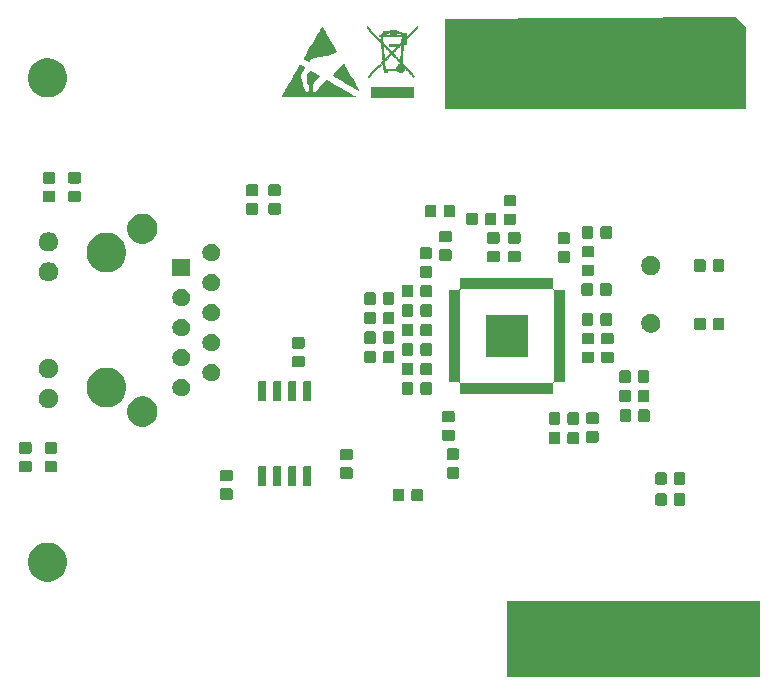
<source format=gbr>
G04 #@! TF.GenerationSoftware,KiCad,Pcbnew,(5.1.6)-1*
G04 #@! TF.CreationDate,2020-07-05T14:39:03+08:00*
G04 #@! TF.ProjectId,inteli210AT,696e7465-6c69-4323-9130-41542e6b6963,rev?*
G04 #@! TF.SameCoordinates,Original*
G04 #@! TF.FileFunction,Soldermask,Top*
G04 #@! TF.FilePolarity,Negative*
%FSLAX46Y46*%
G04 Gerber Fmt 4.6, Leading zero omitted, Abs format (unit mm)*
G04 Created by KiCad (PCBNEW (5.1.6)-1) date 2020-07-05 14:39:03*
%MOMM*%
%LPD*%
G01*
G04 APERTURE LIST*
%ADD10C,0.100000*%
%ADD11C,0.010000*%
G04 APERTURE END LIST*
D10*
G36*
X-330000Y49885600D02*
G01*
X-317300Y43053000D01*
X-25704600Y43053000D01*
X-25704600Y50546000D01*
X-1193600Y50749200D01*
X-330000Y49885600D01*
G37*
X-330000Y49885600D02*
X-317300Y43053000D01*
X-25704600Y43053000D01*
X-25704600Y50546000D01*
X-1193600Y50749200D01*
X-330000Y49885600D01*
G36*
X860000Y-5030400D02*
G01*
X-20476000Y-5030400D01*
X-20476000Y1319600D01*
X860000Y1319600D01*
X860000Y-5030400D01*
G37*
X860000Y-5030400D02*
X-20476000Y-5030400D01*
X-20476000Y1319600D01*
X860000Y1319600D01*
X860000Y-5030400D01*
D11*
G36*
X-37999906Y46698842D02*
G01*
X-37967381Y46686264D01*
X-37917807Y46661288D01*
X-37846626Y46622124D01*
X-37841084Y46619012D01*
X-37775526Y46581524D01*
X-37720202Y46548681D01*
X-37680545Y46523795D01*
X-37661988Y46510180D01*
X-37661469Y46509513D01*
X-37665952Y46490610D01*
X-37686514Y46448395D01*
X-37721817Y46385168D01*
X-37770520Y46303228D01*
X-37831282Y46204878D01*
X-37902764Y46092415D01*
X-37920555Y46064835D01*
X-37966907Y45988301D01*
X-38000658Y45922444D01*
X-38018847Y45873218D01*
X-38020714Y45863493D01*
X-38019885Y45820688D01*
X-38010606Y45752791D01*
X-37994032Y45664157D01*
X-37971320Y45559141D01*
X-37943627Y45442098D01*
X-37912110Y45317384D01*
X-37877925Y45189355D01*
X-37842229Y45062366D01*
X-37806179Y44940772D01*
X-37770932Y44828928D01*
X-37737644Y44731190D01*
X-37707472Y44651913D01*
X-37686439Y44604878D01*
X-37661663Y44554775D01*
X-37638270Y44506832D01*
X-37637003Y44504207D01*
X-37598301Y44455780D01*
X-37541816Y44423172D01*
X-37476061Y44407546D01*
X-37409549Y44410063D01*
X-37350795Y44431886D01*
X-37317742Y44460618D01*
X-37270141Y44539417D01*
X-37235261Y44637622D01*
X-37216123Y44745221D01*
X-37213412Y44806220D01*
X-37224330Y44920065D01*
X-37256376Y45014340D01*
X-37311274Y45093621D01*
X-37328393Y45111267D01*
X-37379339Y45160765D01*
X-37382837Y45510638D01*
X-37386336Y45860511D01*
X-37297182Y45995469D01*
X-37255346Y46056555D01*
X-37215055Y46111507D01*
X-37182057Y46152664D01*
X-37167874Y46167808D01*
X-37127719Y46205190D01*
X-37073335Y46175902D01*
X-37038961Y46154916D01*
X-37020154Y46138622D01*
X-37018951Y46135693D01*
X-37006097Y46123272D01*
X-36984104Y46114023D01*
X-36962850Y46105687D01*
X-36930306Y46089851D01*
X-36883678Y46064967D01*
X-36820171Y46029491D01*
X-36736992Y45981877D01*
X-36631347Y45920578D01*
X-36573938Y45887068D01*
X-36506406Y45846929D01*
X-36462115Y45818341D01*
X-36437145Y45797961D01*
X-36427577Y45782447D01*
X-36429492Y45768454D01*
X-36431089Y45765204D01*
X-36446624Y45744734D01*
X-36479864Y45706335D01*
X-36526938Y45654304D01*
X-36583972Y45592934D01*
X-36633300Y45540910D01*
X-36746970Y45417433D01*
X-36835895Y45310409D01*
X-36900866Y45218760D01*
X-36942679Y45141412D01*
X-36956783Y45102134D01*
X-36962608Y45067751D01*
X-36968625Y45009101D01*
X-36974304Y44932883D01*
X-36979116Y44845798D01*
X-36981381Y44790732D01*
X-36984541Y44695536D01*
X-36985931Y44625938D01*
X-36985142Y44576591D01*
X-36981765Y44542146D01*
X-36975392Y44517257D01*
X-36965613Y44496575D01*
X-36957933Y44483947D01*
X-36913579Y44435274D01*
X-36856426Y44401355D01*
X-36796292Y44386562D01*
X-36751227Y44391914D01*
X-36710424Y44415070D01*
X-36659276Y44456538D01*
X-36604958Y44509088D01*
X-36554643Y44565484D01*
X-36515506Y44618495D01*
X-36501095Y44644111D01*
X-36479509Y44679186D01*
X-36440247Y44732611D01*
X-36386898Y44800211D01*
X-36323048Y44877810D01*
X-36252285Y44961232D01*
X-36178196Y45046302D01*
X-36104368Y45128845D01*
X-36034389Y45204684D01*
X-35971845Y45269644D01*
X-35922740Y45317331D01*
X-35868221Y45364968D01*
X-35822358Y45400092D01*
X-35790189Y45419051D01*
X-35779511Y45421136D01*
X-35763147Y45412726D01*
X-35722329Y45390154D01*
X-35659414Y45354776D01*
X-35576756Y45307946D01*
X-35476711Y45251019D01*
X-35361634Y45185351D01*
X-35233881Y45112297D01*
X-35095806Y45033212D01*
X-34949766Y44949452D01*
X-34798116Y44862371D01*
X-34643210Y44773324D01*
X-34487405Y44683668D01*
X-34333056Y44594757D01*
X-34182518Y44507946D01*
X-34038146Y44424591D01*
X-33902296Y44346046D01*
X-33777323Y44273667D01*
X-33665583Y44208810D01*
X-33569430Y44152829D01*
X-33491221Y44107080D01*
X-33433311Y44072917D01*
X-33398054Y44051696D01*
X-33387835Y44045037D01*
X-33401598Y44043720D01*
X-33444896Y44042441D01*
X-33516286Y44041204D01*
X-33614327Y44040017D01*
X-33737578Y44038885D01*
X-33884597Y44037814D01*
X-34053943Y44036811D01*
X-34244174Y44035881D01*
X-34453849Y44035032D01*
X-34681527Y44034268D01*
X-34925765Y44033597D01*
X-35185123Y44033024D01*
X-35458159Y44032556D01*
X-35743432Y44032198D01*
X-36039500Y44031958D01*
X-36344921Y44031841D01*
X-36473076Y44031829D01*
X-39573030Y44031829D01*
X-39351947Y44415153D01*
X-39305144Y44496320D01*
X-39244898Y44600834D01*
X-39173222Y44725199D01*
X-39092131Y44865918D01*
X-39003638Y45019497D01*
X-38909760Y45182438D01*
X-38812509Y45351246D01*
X-38713900Y45522425D01*
X-38615947Y45692479D01*
X-38591175Y45735488D01*
X-38500848Y45892143D01*
X-38414711Y46041197D01*
X-38334058Y46180432D01*
X-38260184Y46307629D01*
X-38194383Y46420568D01*
X-38137950Y46517032D01*
X-38092179Y46594800D01*
X-38058365Y46651654D01*
X-38037802Y46685375D01*
X-38032047Y46693960D01*
X-38019942Y46700811D01*
X-37999906Y46698842D01*
G37*
X-37999906Y46698842D02*
X-37967381Y46686264D01*
X-37917807Y46661288D01*
X-37846626Y46622124D01*
X-37841084Y46619012D01*
X-37775526Y46581524D01*
X-37720202Y46548681D01*
X-37680545Y46523795D01*
X-37661988Y46510180D01*
X-37661469Y46509513D01*
X-37665952Y46490610D01*
X-37686514Y46448395D01*
X-37721817Y46385168D01*
X-37770520Y46303228D01*
X-37831282Y46204878D01*
X-37902764Y46092415D01*
X-37920555Y46064835D01*
X-37966907Y45988301D01*
X-38000658Y45922444D01*
X-38018847Y45873218D01*
X-38020714Y45863493D01*
X-38019885Y45820688D01*
X-38010606Y45752791D01*
X-37994032Y45664157D01*
X-37971320Y45559141D01*
X-37943627Y45442098D01*
X-37912110Y45317384D01*
X-37877925Y45189355D01*
X-37842229Y45062366D01*
X-37806179Y44940772D01*
X-37770932Y44828928D01*
X-37737644Y44731190D01*
X-37707472Y44651913D01*
X-37686439Y44604878D01*
X-37661663Y44554775D01*
X-37638270Y44506832D01*
X-37637003Y44504207D01*
X-37598301Y44455780D01*
X-37541816Y44423172D01*
X-37476061Y44407546D01*
X-37409549Y44410063D01*
X-37350795Y44431886D01*
X-37317742Y44460618D01*
X-37270141Y44539417D01*
X-37235261Y44637622D01*
X-37216123Y44745221D01*
X-37213412Y44806220D01*
X-37224330Y44920065D01*
X-37256376Y45014340D01*
X-37311274Y45093621D01*
X-37328393Y45111267D01*
X-37379339Y45160765D01*
X-37382837Y45510638D01*
X-37386336Y45860511D01*
X-37297182Y45995469D01*
X-37255346Y46056555D01*
X-37215055Y46111507D01*
X-37182057Y46152664D01*
X-37167874Y46167808D01*
X-37127719Y46205190D01*
X-37073335Y46175902D01*
X-37038961Y46154916D01*
X-37020154Y46138622D01*
X-37018951Y46135693D01*
X-37006097Y46123272D01*
X-36984104Y46114023D01*
X-36962850Y46105687D01*
X-36930306Y46089851D01*
X-36883678Y46064967D01*
X-36820171Y46029491D01*
X-36736992Y45981877D01*
X-36631347Y45920578D01*
X-36573938Y45887068D01*
X-36506406Y45846929D01*
X-36462115Y45818341D01*
X-36437145Y45797961D01*
X-36427577Y45782447D01*
X-36429492Y45768454D01*
X-36431089Y45765204D01*
X-36446624Y45744734D01*
X-36479864Y45706335D01*
X-36526938Y45654304D01*
X-36583972Y45592934D01*
X-36633300Y45540910D01*
X-36746970Y45417433D01*
X-36835895Y45310409D01*
X-36900866Y45218760D01*
X-36942679Y45141412D01*
X-36956783Y45102134D01*
X-36962608Y45067751D01*
X-36968625Y45009101D01*
X-36974304Y44932883D01*
X-36979116Y44845798D01*
X-36981381Y44790732D01*
X-36984541Y44695536D01*
X-36985931Y44625938D01*
X-36985142Y44576591D01*
X-36981765Y44542146D01*
X-36975392Y44517257D01*
X-36965613Y44496575D01*
X-36957933Y44483947D01*
X-36913579Y44435274D01*
X-36856426Y44401355D01*
X-36796292Y44386562D01*
X-36751227Y44391914D01*
X-36710424Y44415070D01*
X-36659276Y44456538D01*
X-36604958Y44509088D01*
X-36554643Y44565484D01*
X-36515506Y44618495D01*
X-36501095Y44644111D01*
X-36479509Y44679186D01*
X-36440247Y44732611D01*
X-36386898Y44800211D01*
X-36323048Y44877810D01*
X-36252285Y44961232D01*
X-36178196Y45046302D01*
X-36104368Y45128845D01*
X-36034389Y45204684D01*
X-35971845Y45269644D01*
X-35922740Y45317331D01*
X-35868221Y45364968D01*
X-35822358Y45400092D01*
X-35790189Y45419051D01*
X-35779511Y45421136D01*
X-35763147Y45412726D01*
X-35722329Y45390154D01*
X-35659414Y45354776D01*
X-35576756Y45307946D01*
X-35476711Y45251019D01*
X-35361634Y45185351D01*
X-35233881Y45112297D01*
X-35095806Y45033212D01*
X-34949766Y44949452D01*
X-34798116Y44862371D01*
X-34643210Y44773324D01*
X-34487405Y44683668D01*
X-34333056Y44594757D01*
X-34182518Y44507946D01*
X-34038146Y44424591D01*
X-33902296Y44346046D01*
X-33777323Y44273667D01*
X-33665583Y44208810D01*
X-33569430Y44152829D01*
X-33491221Y44107080D01*
X-33433311Y44072917D01*
X-33398054Y44051696D01*
X-33387835Y44045037D01*
X-33401598Y44043720D01*
X-33444896Y44042441D01*
X-33516286Y44041204D01*
X-33614327Y44040017D01*
X-33737578Y44038885D01*
X-33884597Y44037814D01*
X-34053943Y44036811D01*
X-34244174Y44035881D01*
X-34453849Y44035032D01*
X-34681527Y44034268D01*
X-34925765Y44033597D01*
X-35185123Y44033024D01*
X-35458159Y44032556D01*
X-35743432Y44032198D01*
X-36039500Y44031958D01*
X-36344921Y44031841D01*
X-36473076Y44031829D01*
X-39573030Y44031829D01*
X-39351947Y44415153D01*
X-39305144Y44496320D01*
X-39244898Y44600834D01*
X-39173222Y44725199D01*
X-39092131Y44865918D01*
X-39003638Y45019497D01*
X-38909760Y45182438D01*
X-38812509Y45351246D01*
X-38713900Y45522425D01*
X-38615947Y45692479D01*
X-38591175Y45735488D01*
X-38500848Y45892143D01*
X-38414711Y46041197D01*
X-38334058Y46180432D01*
X-38260184Y46307629D01*
X-38194383Y46420568D01*
X-38137950Y46517032D01*
X-38092179Y46594800D01*
X-38058365Y46651654D01*
X-38037802Y46685375D01*
X-38032047Y46693960D01*
X-38019942Y46700811D01*
X-37999906Y46698842D01*
G36*
X-34334472Y46755381D02*
G01*
X-34323092Y46736307D01*
X-34297512Y46692579D01*
X-34258998Y46626381D01*
X-34208814Y46539898D01*
X-34148225Y46435315D01*
X-34078497Y46314817D01*
X-34000893Y46180588D01*
X-33916680Y46034813D01*
X-33827121Y45879677D01*
X-33735002Y45720000D01*
X-33640924Y45556883D01*
X-33550598Y45400291D01*
X-33465335Y45252494D01*
X-33386443Y45115760D01*
X-33315231Y44992358D01*
X-33253009Y44884556D01*
X-33201087Y44794623D01*
X-33160772Y44724827D01*
X-33133376Y44677436D01*
X-33120493Y44655214D01*
X-33099493Y44617670D01*
X-33088075Y44594169D01*
X-33087449Y44590080D01*
X-33101364Y44597758D01*
X-33140059Y44619797D01*
X-33201513Y44655029D01*
X-33283702Y44702289D01*
X-33384604Y44760411D01*
X-33502195Y44828229D01*
X-33634454Y44904576D01*
X-33779358Y44988286D01*
X-33934883Y45078194D01*
X-34099008Y45173133D01*
X-34161451Y45209268D01*
X-34328513Y45305917D01*
X-34487926Y45398062D01*
X-34637645Y45484525D01*
X-34775624Y45564129D01*
X-34899815Y45635695D01*
X-35008173Y45698045D01*
X-35098652Y45750002D01*
X-35169204Y45790387D01*
X-35217785Y45818022D01*
X-35242346Y45831728D01*
X-35244915Y45833026D01*
X-35237431Y45844780D01*
X-35211386Y45876205D01*
X-35169441Y45924406D01*
X-35114254Y45986490D01*
X-35048483Y46059561D01*
X-34974788Y46140724D01*
X-34895827Y46227084D01*
X-34814260Y46315747D01*
X-34732746Y46403818D01*
X-34653943Y46488401D01*
X-34580510Y46566603D01*
X-34515107Y46635528D01*
X-34460392Y46692281D01*
X-34419023Y46733968D01*
X-34404836Y46747637D01*
X-34357820Y46791799D01*
X-34334472Y46755381D01*
G37*
X-34334472Y46755381D02*
X-34323092Y46736307D01*
X-34297512Y46692579D01*
X-34258998Y46626381D01*
X-34208814Y46539898D01*
X-34148225Y46435315D01*
X-34078497Y46314817D01*
X-34000893Y46180588D01*
X-33916680Y46034813D01*
X-33827121Y45879677D01*
X-33735002Y45720000D01*
X-33640924Y45556883D01*
X-33550598Y45400291D01*
X-33465335Y45252494D01*
X-33386443Y45115760D01*
X-33315231Y44992358D01*
X-33253009Y44884556D01*
X-33201087Y44794623D01*
X-33160772Y44724827D01*
X-33133376Y44677436D01*
X-33120493Y44655214D01*
X-33099493Y44617670D01*
X-33088075Y44594169D01*
X-33087449Y44590080D01*
X-33101364Y44597758D01*
X-33140059Y44619797D01*
X-33201513Y44655029D01*
X-33283702Y44702289D01*
X-33384604Y44760411D01*
X-33502195Y44828229D01*
X-33634454Y44904576D01*
X-33779358Y44988286D01*
X-33934883Y45078194D01*
X-34099008Y45173133D01*
X-34161451Y45209268D01*
X-34328513Y45305917D01*
X-34487926Y45398062D01*
X-34637645Y45484525D01*
X-34775624Y45564129D01*
X-34899815Y45635695D01*
X-35008173Y45698045D01*
X-35098652Y45750002D01*
X-35169204Y45790387D01*
X-35217785Y45818022D01*
X-35242346Y45831728D01*
X-35244915Y45833026D01*
X-35237431Y45844780D01*
X-35211386Y45876205D01*
X-35169441Y45924406D01*
X-35114254Y45986490D01*
X-35048483Y46059561D01*
X-34974788Y46140724D01*
X-34895827Y46227084D01*
X-34814260Y46315747D01*
X-34732746Y46403818D01*
X-34653943Y46488401D01*
X-34580510Y46566603D01*
X-34515107Y46635528D01*
X-34460392Y46692281D01*
X-34419023Y46733968D01*
X-34404836Y46747637D01*
X-34357820Y46791799D01*
X-34334472Y46755381D01*
G36*
X-36157957Y49904165D02*
G01*
X-36134935Y49866755D01*
X-36099466Y49807486D01*
X-36053004Y49728882D01*
X-35997004Y49633462D01*
X-35932919Y49523750D01*
X-35862204Y49402266D01*
X-35786313Y49271532D01*
X-35706701Y49134070D01*
X-35624822Y48992402D01*
X-35542130Y48849049D01*
X-35460079Y48706533D01*
X-35380124Y48567376D01*
X-35303719Y48434099D01*
X-35232318Y48309224D01*
X-35167376Y48195273D01*
X-35110347Y48094767D01*
X-35062685Y48010228D01*
X-35025845Y47944178D01*
X-35001280Y47899138D01*
X-34990446Y47877630D01*
X-34990049Y47876286D01*
X-35003499Y47858035D01*
X-35040886Y47830118D01*
X-35097765Y47795275D01*
X-35169688Y47756246D01*
X-35244985Y47719157D01*
X-35347440Y47674183D01*
X-35455183Y47633774D01*
X-35571927Y47597031D01*
X-35701382Y47563058D01*
X-35847260Y47530956D01*
X-36013274Y47499827D01*
X-36203134Y47468773D01*
X-36399531Y47439855D01*
X-36570166Y47414200D01*
X-36713455Y47388802D01*
X-36832992Y47362398D01*
X-36932370Y47333727D01*
X-37015182Y47301527D01*
X-37085022Y47264535D01*
X-37145482Y47221488D01*
X-37200155Y47171125D01*
X-37217786Y47152417D01*
X-37256000Y47108861D01*
X-37284268Y47073318D01*
X-37297382Y47052417D01*
X-37297732Y47050703D01*
X-37302320Y47040194D01*
X-37318242Y47040076D01*
X-37348734Y47051746D01*
X-37397032Y47076604D01*
X-37466373Y47116048D01*
X-37514561Y47144413D01*
X-37586417Y47188753D01*
X-37642258Y47226721D01*
X-37678333Y47255584D01*
X-37690887Y47272612D01*
X-37690879Y47272736D01*
X-37683094Y47288963D01*
X-37661108Y47329600D01*
X-37626197Y47392433D01*
X-37579637Y47475248D01*
X-37522705Y47575828D01*
X-37456677Y47691960D01*
X-37382828Y47821429D01*
X-37302436Y47962020D01*
X-37216776Y48111518D01*
X-37127124Y48267708D01*
X-37034757Y48428376D01*
X-36940951Y48591307D01*
X-36846982Y48754287D01*
X-36754126Y48915100D01*
X-36663660Y49071532D01*
X-36576859Y49221367D01*
X-36495000Y49362392D01*
X-36419359Y49492391D01*
X-36351213Y49609151D01*
X-36291837Y49710455D01*
X-36242507Y49794089D01*
X-36204500Y49857838D01*
X-36179093Y49899489D01*
X-36167560Y49916825D01*
X-36167077Y49917195D01*
X-36157957Y49904165D01*
G37*
X-36157957Y49904165D02*
X-36134935Y49866755D01*
X-36099466Y49807486D01*
X-36053004Y49728882D01*
X-35997004Y49633462D01*
X-35932919Y49523750D01*
X-35862204Y49402266D01*
X-35786313Y49271532D01*
X-35706701Y49134070D01*
X-35624822Y48992402D01*
X-35542130Y48849049D01*
X-35460079Y48706533D01*
X-35380124Y48567376D01*
X-35303719Y48434099D01*
X-35232318Y48309224D01*
X-35167376Y48195273D01*
X-35110347Y48094767D01*
X-35062685Y48010228D01*
X-35025845Y47944178D01*
X-35001280Y47899138D01*
X-34990446Y47877630D01*
X-34990049Y47876286D01*
X-35003499Y47858035D01*
X-35040886Y47830118D01*
X-35097765Y47795275D01*
X-35169688Y47756246D01*
X-35244985Y47719157D01*
X-35347440Y47674183D01*
X-35455183Y47633774D01*
X-35571927Y47597031D01*
X-35701382Y47563058D01*
X-35847260Y47530956D01*
X-36013274Y47499827D01*
X-36203134Y47468773D01*
X-36399531Y47439855D01*
X-36570166Y47414200D01*
X-36713455Y47388802D01*
X-36832992Y47362398D01*
X-36932370Y47333727D01*
X-37015182Y47301527D01*
X-37085022Y47264535D01*
X-37145482Y47221488D01*
X-37200155Y47171125D01*
X-37217786Y47152417D01*
X-37256000Y47108861D01*
X-37284268Y47073318D01*
X-37297382Y47052417D01*
X-37297732Y47050703D01*
X-37302320Y47040194D01*
X-37318242Y47040076D01*
X-37348734Y47051746D01*
X-37397032Y47076604D01*
X-37466373Y47116048D01*
X-37514561Y47144413D01*
X-37586417Y47188753D01*
X-37642258Y47226721D01*
X-37678333Y47255584D01*
X-37690887Y47272612D01*
X-37690879Y47272736D01*
X-37683094Y47288963D01*
X-37661108Y47329600D01*
X-37626197Y47392433D01*
X-37579637Y47475248D01*
X-37522705Y47575828D01*
X-37456677Y47691960D01*
X-37382828Y47821429D01*
X-37302436Y47962020D01*
X-37216776Y48111518D01*
X-37127124Y48267708D01*
X-37034757Y48428376D01*
X-36940951Y48591307D01*
X-36846982Y48754287D01*
X-36754126Y48915100D01*
X-36663660Y49071532D01*
X-36576859Y49221367D01*
X-36495000Y49362392D01*
X-36419359Y49492391D01*
X-36351213Y49609151D01*
X-36291837Y49710455D01*
X-36242507Y49794089D01*
X-36204500Y49857838D01*
X-36179093Y49899489D01*
X-36167560Y49916825D01*
X-36167077Y49917195D01*
X-36157957Y49904165D01*
G36*
X-28478178Y43972178D02*
G01*
X-31998971Y43972178D01*
X-31998971Y44839802D01*
X-28478178Y44839802D01*
X-28478178Y43972178D01*
G37*
X-28478178Y43972178D02*
X-31998971Y43972178D01*
X-31998971Y44839802D01*
X-28478178Y44839802D01*
X-28478178Y43972178D01*
G36*
X-28101570Y49925152D02*
G01*
X-28102189Y49838069D01*
X-28553914Y49379109D01*
X-29005639Y48920148D01*
X-29005968Y48709529D01*
X-29006297Y48498911D01*
X-29281390Y48498911D01*
X-29288478Y48445470D01*
X-29291162Y48421112D01*
X-29295687Y48375241D01*
X-29301809Y48310595D01*
X-29309288Y48229909D01*
X-29317881Y48135919D01*
X-29327346Y48031363D01*
X-29337442Y47918975D01*
X-29347926Y47801493D01*
X-29358556Y47681652D01*
X-29369091Y47562189D01*
X-29379287Y47445841D01*
X-29388905Y47335343D01*
X-29397700Y47233431D01*
X-29405432Y47142842D01*
X-29411858Y47066313D01*
X-29416737Y47006579D01*
X-29419825Y46966376D01*
X-29420883Y46948441D01*
X-29420882Y46948356D01*
X-29413173Y46933965D01*
X-29390019Y46904252D01*
X-29351105Y46858869D01*
X-29296116Y46797471D01*
X-29224736Y46719712D01*
X-29136651Y46625246D01*
X-29031546Y46513728D01*
X-28909105Y46384812D01*
X-28874690Y46348713D01*
X-28328863Y45776584D01*
X-28417119Y45688564D01*
X-28488515Y45766242D01*
X-28514634Y45794314D01*
X-28555434Y45837726D01*
X-28608223Y45893634D01*
X-28670309Y45959192D01*
X-28739000Y46031559D01*
X-28811604Y46107888D01*
X-28855040Y46153476D01*
X-28936584Y46238881D01*
X-29002496Y46307290D01*
X-29054456Y46359947D01*
X-29094145Y46398095D01*
X-29123243Y46422980D01*
X-29143431Y46435844D01*
X-29156390Y46437932D01*
X-29163800Y46430487D01*
X-29167342Y46414754D01*
X-29168697Y46391977D01*
X-29168879Y46385761D01*
X-29178297Y46342939D01*
X-29201503Y46291181D01*
X-29233864Y46238672D01*
X-29270748Y46193597D01*
X-29285507Y46179672D01*
X-29361233Y46130953D01*
X-29449692Y46103694D01*
X-29527900Y46097227D01*
X-29616532Y46109424D01*
X-29698388Y46145187D01*
X-29770836Y46203278D01*
X-29784203Y46217738D01*
X-29833082Y46273267D01*
X-30678674Y46273267D01*
X-30678674Y46097227D01*
X-30905010Y46097227D01*
X-30905010Y46179469D01*
X-30907850Y46235614D01*
X-30917393Y46274584D01*
X-30928991Y46295781D01*
X-30937277Y46310948D01*
X-30944373Y46332938D01*
X-30950748Y46365013D01*
X-30956872Y46410431D01*
X-30963216Y46472452D01*
X-30970250Y46554338D01*
X-30975066Y46615254D01*
X-30997161Y46900657D01*
X-31539565Y46351195D01*
X-31637637Y46251772D01*
X-31731784Y46156185D01*
X-31820285Y46066190D01*
X-31901420Y45983543D01*
X-31973469Y45909999D01*
X-32034712Y45847316D01*
X-32083427Y45797248D01*
X-32117896Y45761552D01*
X-32136379Y45742005D01*
X-32166743Y45711056D01*
X-32192071Y45689470D01*
X-32205695Y45682277D01*
X-32223095Y45690703D01*
X-32248460Y45711755D01*
X-32257058Y45720329D01*
X-32293514Y45758380D01*
X-32092802Y45962342D01*
X-32041596Y46014301D01*
X-31975569Y46081180D01*
X-31897618Y46160050D01*
X-31810638Y46247986D01*
X-31717526Y46342059D01*
X-31621179Y46439342D01*
X-31524492Y46536907D01*
X-31455134Y46606855D01*
X-31349703Y46713450D01*
X-31261129Y46803693D01*
X-31188281Y46878808D01*
X-31130023Y46940014D01*
X-31085225Y46988534D01*
X-31063021Y47013871D01*
X-30884724Y47013871D01*
X-30862401Y46728445D01*
X-30855669Y46644781D01*
X-30849157Y46568273D01*
X-30843234Y46502919D01*
X-30838268Y46452719D01*
X-30834629Y46421671D01*
X-30833458Y46414727D01*
X-30826838Y46386435D01*
X-29877364Y46386435D01*
X-29871026Y46465394D01*
X-29851890Y46558685D01*
X-29811846Y46641209D01*
X-29753418Y46709962D01*
X-29679129Y46761937D01*
X-29595748Y46793137D01*
X-29568698Y46807772D01*
X-29555156Y46839181D01*
X-29554872Y46840566D01*
X-29553247Y46853826D01*
X-29555256Y46867405D01*
X-29562858Y46883819D01*
X-29578016Y46905589D01*
X-29602688Y46935233D01*
X-29638836Y46975268D01*
X-29688420Y47028215D01*
X-29753401Y47096591D01*
X-29757599Y47100995D01*
X-29827493Y47174389D01*
X-29901800Y47252563D01*
X-29975414Y47330136D01*
X-30043229Y47401725D01*
X-30100140Y47461949D01*
X-30112832Y47475413D01*
X-30161487Y47526180D01*
X-30204709Y47569625D01*
X-30239395Y47602759D01*
X-30262444Y47622595D01*
X-30270182Y47626954D01*
X-30281722Y47617830D01*
X-30308710Y47592800D01*
X-30349021Y47553948D01*
X-30400529Y47503357D01*
X-30461109Y47443112D01*
X-30528636Y47375296D01*
X-30583826Y47319435D01*
X-30884724Y47013871D01*
X-31063021Y47013871D01*
X-31052751Y47025589D01*
X-31031471Y47052401D01*
X-31020251Y47070192D01*
X-31017754Y47078430D01*
X-31018700Y47096410D01*
X-31021573Y47137108D01*
X-31026187Y47198181D01*
X-31032358Y47277287D01*
X-31039898Y47372086D01*
X-31048621Y47480233D01*
X-31058343Y47599388D01*
X-31068876Y47727209D01*
X-31077365Y47829365D01*
X-31125396Y48405326D01*
X-31001805Y48405326D01*
X-31001273Y48392896D01*
X-30998769Y48357890D01*
X-30994496Y48302785D01*
X-30988653Y48230057D01*
X-30981443Y48142186D01*
X-30973066Y48041649D01*
X-30963723Y47930923D01*
X-30954758Y47825795D01*
X-30944602Y47706517D01*
X-30935142Y47593920D01*
X-30926596Y47490695D01*
X-30919179Y47399527D01*
X-30913108Y47323105D01*
X-30908601Y47264117D01*
X-30905873Y47225251D01*
X-30905116Y47210156D01*
X-30903935Y47200762D01*
X-30899256Y47197034D01*
X-30889276Y47200529D01*
X-30872190Y47212801D01*
X-30846196Y47235406D01*
X-30809490Y47269900D01*
X-30760267Y47317838D01*
X-30696726Y47380776D01*
X-30629305Y47448032D01*
X-30353601Y47723523D01*
X-30355533Y47725594D01*
X-30173290Y47725594D01*
X-30164984Y47714220D01*
X-30141733Y47687437D01*
X-30105865Y47647708D01*
X-30059713Y47597493D01*
X-30005606Y47539254D01*
X-29945874Y47475453D01*
X-29882848Y47408551D01*
X-29818858Y47341010D01*
X-29756236Y47275290D01*
X-29697310Y47213854D01*
X-29644412Y47159163D01*
X-29599872Y47113678D01*
X-29566020Y47079862D01*
X-29545188Y47060174D01*
X-29539506Y47056163D01*
X-29537634Y47069109D01*
X-29533746Y47104866D01*
X-29528057Y47161196D01*
X-29520781Y47235860D01*
X-29512131Y47326620D01*
X-29502322Y47431238D01*
X-29491566Y47547474D01*
X-29480079Y47673092D01*
X-29470907Y47774382D01*
X-29459174Y47905721D01*
X-29448335Y48029448D01*
X-29438570Y48143319D01*
X-29430063Y48245089D01*
X-29422995Y48332513D01*
X-29417549Y48403347D01*
X-29413908Y48455347D01*
X-29412253Y48486268D01*
X-29412442Y48494297D01*
X-29422334Y48487146D01*
X-29447524Y48464159D01*
X-29485810Y48427561D01*
X-29534989Y48379578D01*
X-29592861Y48322434D01*
X-29657222Y48258353D01*
X-29725871Y48189562D01*
X-29796605Y48118284D01*
X-29867222Y48046745D01*
X-29935520Y47977170D01*
X-29999296Y47911783D01*
X-30056350Y47852809D01*
X-30104478Y47802473D01*
X-30141478Y47763001D01*
X-30165148Y47736617D01*
X-30173290Y47725594D01*
X-30355533Y47725594D01*
X-30456409Y47833705D01*
X-30508768Y47889623D01*
X-30567535Y47952052D01*
X-30630385Y48018557D01*
X-30694995Y48086702D01*
X-30759042Y48154052D01*
X-30820203Y48218172D01*
X-30876153Y48276628D01*
X-30924570Y48326982D01*
X-30963130Y48366802D01*
X-30989509Y48393650D01*
X-31001384Y48405092D01*
X-31001805Y48405326D01*
X-31125396Y48405326D01*
X-31137401Y48549274D01*
X-31737938Y49180842D01*
X-32338475Y49812411D01*
X-32338034Y49900685D01*
X-32337592Y49988960D01*
X-32240583Y49885334D01*
X-32186291Y49827537D01*
X-32122192Y49759632D01*
X-32050016Y49683428D01*
X-31971492Y49600731D01*
X-31888349Y49513347D01*
X-31802319Y49423085D01*
X-31715130Y49331750D01*
X-31628513Y49241151D01*
X-31544197Y49153093D01*
X-31463912Y49069385D01*
X-31389387Y48991833D01*
X-31322354Y48922243D01*
X-31264541Y48862424D01*
X-31217679Y48814182D01*
X-31183496Y48779324D01*
X-31163724Y48759657D01*
X-31159390Y48755884D01*
X-31159092Y48769008D01*
X-31160731Y48802611D01*
X-31164023Y48852120D01*
X-31168682Y48912963D01*
X-31170682Y48937268D01*
X-31185577Y49115049D01*
X-31068955Y49115049D01*
X-31062934Y49086757D01*
X-31059863Y49064382D01*
X-31055548Y49022283D01*
X-31050488Y48965822D01*
X-31045181Y48900365D01*
X-31043344Y48876138D01*
X-31037927Y48806579D01*
X-31032459Y48741982D01*
X-31027488Y48688452D01*
X-31023561Y48652090D01*
X-31022675Y48645491D01*
X-31019334Y48631944D01*
X-31012101Y48616086D01*
X-30999440Y48596139D01*
X-30979811Y48570327D01*
X-30951678Y48536871D01*
X-30913502Y48493993D01*
X-30863746Y48439917D01*
X-30800871Y48372864D01*
X-30723341Y48291057D01*
X-30644251Y48208050D01*
X-30565564Y48125906D01*
X-30492112Y48049831D01*
X-30425724Y47981675D01*
X-30368227Y47923288D01*
X-30321451Y47876519D01*
X-30287224Y47843218D01*
X-30267373Y47825233D01*
X-30263140Y47822558D01*
X-30252003Y47832259D01*
X-30225971Y47857559D01*
X-30187570Y47895918D01*
X-30139328Y47944800D01*
X-30083770Y48001666D01*
X-30043592Y48043094D01*
X-29833831Y48260000D01*
X-30452337Y48260000D01*
X-30452337Y48498911D01*
X-29697881Y48498911D01*
X-29697881Y48392458D01*
X-29559565Y48530346D01*
X-29461447Y48628160D01*
X-29270357Y48628160D01*
X-29268529Y48612730D01*
X-29259277Y48604133D01*
X-29236950Y48600387D01*
X-29195895Y48599511D01*
X-29188624Y48599505D01*
X-29106891Y48599505D01*
X-29106891Y48818828D01*
X-29188624Y48737821D01*
X-29234730Y48688572D01*
X-29262306Y48650841D01*
X-29270357Y48628160D01*
X-29461447Y48628160D01*
X-29421248Y48668234D01*
X-29421248Y48791048D01*
X-29420863Y48847550D01*
X-29419100Y48883495D01*
X-29415050Y48903470D01*
X-29407801Y48912063D01*
X-29396870Y48913861D01*
X-29384712Y48916502D01*
X-29375727Y48927088D01*
X-29368826Y48949619D01*
X-29362924Y48988091D01*
X-29356935Y49046502D01*
X-29355013Y49067896D01*
X-29350852Y49115049D01*
X-31068955Y49115049D01*
X-31185577Y49115049D01*
X-31345109Y49115049D01*
X-31345109Y49228218D01*
X-31277314Y49228218D01*
X-31237662Y49229304D01*
X-31216116Y49234546D01*
X-31213480Y49237666D01*
X-31074616Y49237666D01*
X-31067308Y49230538D01*
X-31041993Y49228338D01*
X-31024908Y49228218D01*
X-30967881Y49228218D01*
X-30755221Y49228218D01*
X-29340698Y49228218D01*
X-29388542Y49277214D01*
X-29462850Y49337676D01*
X-29554816Y49384309D01*
X-29665998Y49417751D01*
X-29776471Y49436247D01*
X-29848773Y49444878D01*
X-29848773Y49353960D01*
X-30427188Y49353960D01*
X-30427188Y49457107D01*
X-30512065Y49448504D01*
X-30571368Y49441244D01*
X-30634551Y49431621D01*
X-30672386Y49424748D01*
X-30747832Y49409593D01*
X-30751526Y49318905D01*
X-30755221Y49228218D01*
X-30967881Y49228218D01*
X-30967881Y49278515D01*
X-30969544Y49310024D01*
X-30973697Y49327537D01*
X-30975371Y49328812D01*
X-30993987Y49320746D01*
X-31021183Y49301180D01*
X-31048448Y49277056D01*
X-31067267Y49255318D01*
X-31068943Y49252492D01*
X-31074616Y49237666D01*
X-31213480Y49237666D01*
X-31205662Y49246919D01*
X-31201442Y49260396D01*
X-31184219Y49295373D01*
X-31151138Y49337421D01*
X-31107893Y49380644D01*
X-31060174Y49419146D01*
X-31028830Y49439199D01*
X-30993123Y49461149D01*
X-30974819Y49479589D01*
X-30968388Y49501332D01*
X-30967894Y49514282D01*
X-30967894Y49517425D01*
X-30326594Y49517425D01*
X-30326594Y49454554D01*
X-29949367Y49454554D01*
X-29949367Y49517425D01*
X-30326594Y49517425D01*
X-30967894Y49517425D01*
X-30967881Y49555148D01*
X-30862048Y49555148D01*
X-30813355Y49553971D01*
X-30775405Y49550835D01*
X-30754308Y49546329D01*
X-30752023Y49544505D01*
X-30738641Y49541705D01*
X-30706074Y49542852D01*
X-30659916Y49547607D01*
X-30628376Y49551997D01*
X-30571188Y49560622D01*
X-30518886Y49568409D01*
X-30479582Y49574153D01*
X-30468055Y49575785D01*
X-30437937Y49585112D01*
X-30427188Y49599728D01*
X-30423920Y49605680D01*
X-30412230Y49610222D01*
X-30389288Y49613530D01*
X-30352265Y49615785D01*
X-30298332Y49617166D01*
X-30224660Y49617850D01*
X-30137980Y49618020D01*
X-30045471Y49617923D01*
X-29975094Y49617470D01*
X-29923836Y49616410D01*
X-29888680Y49614497D01*
X-29866611Y49611481D01*
X-29854615Y49607115D01*
X-29849676Y49601151D01*
X-29848773Y49594216D01*
X-29841079Y49572205D01*
X-29815879Y49559679D01*
X-29769991Y49555212D01*
X-29761736Y49555148D01*
X-29684027Y49547132D01*
X-29595767Y49525064D01*
X-29504915Y49491916D01*
X-29419430Y49450661D01*
X-29347274Y49404269D01*
X-29337928Y49396918D01*
X-29307467Y49373002D01*
X-29289428Y49363424D01*
X-29276831Y49366520D01*
X-29263900Y49379296D01*
X-29225707Y49404322D01*
X-29176002Y49413929D01*
X-29122476Y49408933D01*
X-29072822Y49390149D01*
X-29034733Y49358394D01*
X-29031975Y49354703D01*
X-29003474Y49295425D01*
X-28998172Y49234066D01*
X-29015482Y49175573D01*
X-29054820Y49124896D01*
X-29059630Y49120711D01*
X-29087560Y49100833D01*
X-29115898Y49092079D01*
X-29155737Y49091447D01*
X-29165689Y49092008D01*
X-29204668Y49093438D01*
X-29224746Y49090161D01*
X-29232015Y49080272D01*
X-29232760Y49071039D01*
X-29234284Y49044256D01*
X-29238065Y49003975D01*
X-29240782Y48979876D01*
X-29244723Y48941599D01*
X-29243084Y48922004D01*
X-29233579Y48914842D01*
X-29216649Y48913861D01*
X-29206608Y48917099D01*
X-29190410Y48927580D01*
X-29166855Y48946452D01*
X-29134743Y48974865D01*
X-29092872Y49013965D01*
X-29040043Y49064903D01*
X-28975055Y49128827D01*
X-28896709Y49206886D01*
X-28803803Y49300228D01*
X-28695137Y49410002D01*
X-28642769Y49463048D01*
X-28100951Y50012233D01*
X-28101570Y49925152D01*
G37*
X-28101570Y49925152D02*
X-28102189Y49838069D01*
X-28553914Y49379109D01*
X-29005639Y48920148D01*
X-29005968Y48709529D01*
X-29006297Y48498911D01*
X-29281390Y48498911D01*
X-29288478Y48445470D01*
X-29291162Y48421112D01*
X-29295687Y48375241D01*
X-29301809Y48310595D01*
X-29309288Y48229909D01*
X-29317881Y48135919D01*
X-29327346Y48031363D01*
X-29337442Y47918975D01*
X-29347926Y47801493D01*
X-29358556Y47681652D01*
X-29369091Y47562189D01*
X-29379287Y47445841D01*
X-29388905Y47335343D01*
X-29397700Y47233431D01*
X-29405432Y47142842D01*
X-29411858Y47066313D01*
X-29416737Y47006579D01*
X-29419825Y46966376D01*
X-29420883Y46948441D01*
X-29420882Y46948356D01*
X-29413173Y46933965D01*
X-29390019Y46904252D01*
X-29351105Y46858869D01*
X-29296116Y46797471D01*
X-29224736Y46719712D01*
X-29136651Y46625246D01*
X-29031546Y46513728D01*
X-28909105Y46384812D01*
X-28874690Y46348713D01*
X-28328863Y45776584D01*
X-28417119Y45688564D01*
X-28488515Y45766242D01*
X-28514634Y45794314D01*
X-28555434Y45837726D01*
X-28608223Y45893634D01*
X-28670309Y45959192D01*
X-28739000Y46031559D01*
X-28811604Y46107888D01*
X-28855040Y46153476D01*
X-28936584Y46238881D01*
X-29002496Y46307290D01*
X-29054456Y46359947D01*
X-29094145Y46398095D01*
X-29123243Y46422980D01*
X-29143431Y46435844D01*
X-29156390Y46437932D01*
X-29163800Y46430487D01*
X-29167342Y46414754D01*
X-29168697Y46391977D01*
X-29168879Y46385761D01*
X-29178297Y46342939D01*
X-29201503Y46291181D01*
X-29233864Y46238672D01*
X-29270748Y46193597D01*
X-29285507Y46179672D01*
X-29361233Y46130953D01*
X-29449692Y46103694D01*
X-29527900Y46097227D01*
X-29616532Y46109424D01*
X-29698388Y46145187D01*
X-29770836Y46203278D01*
X-29784203Y46217738D01*
X-29833082Y46273267D01*
X-30678674Y46273267D01*
X-30678674Y46097227D01*
X-30905010Y46097227D01*
X-30905010Y46179469D01*
X-30907850Y46235614D01*
X-30917393Y46274584D01*
X-30928991Y46295781D01*
X-30937277Y46310948D01*
X-30944373Y46332938D01*
X-30950748Y46365013D01*
X-30956872Y46410431D01*
X-30963216Y46472452D01*
X-30970250Y46554338D01*
X-30975066Y46615254D01*
X-30997161Y46900657D01*
X-31539565Y46351195D01*
X-31637637Y46251772D01*
X-31731784Y46156185D01*
X-31820285Y46066190D01*
X-31901420Y45983543D01*
X-31973469Y45909999D01*
X-32034712Y45847316D01*
X-32083427Y45797248D01*
X-32117896Y45761552D01*
X-32136379Y45742005D01*
X-32166743Y45711056D01*
X-32192071Y45689470D01*
X-32205695Y45682277D01*
X-32223095Y45690703D01*
X-32248460Y45711755D01*
X-32257058Y45720329D01*
X-32293514Y45758380D01*
X-32092802Y45962342D01*
X-32041596Y46014301D01*
X-31975569Y46081180D01*
X-31897618Y46160050D01*
X-31810638Y46247986D01*
X-31717526Y46342059D01*
X-31621179Y46439342D01*
X-31524492Y46536907D01*
X-31455134Y46606855D01*
X-31349703Y46713450D01*
X-31261129Y46803693D01*
X-31188281Y46878808D01*
X-31130023Y46940014D01*
X-31085225Y46988534D01*
X-31063021Y47013871D01*
X-30884724Y47013871D01*
X-30862401Y46728445D01*
X-30855669Y46644781D01*
X-30849157Y46568273D01*
X-30843234Y46502919D01*
X-30838268Y46452719D01*
X-30834629Y46421671D01*
X-30833458Y46414727D01*
X-30826838Y46386435D01*
X-29877364Y46386435D01*
X-29871026Y46465394D01*
X-29851890Y46558685D01*
X-29811846Y46641209D01*
X-29753418Y46709962D01*
X-29679129Y46761937D01*
X-29595748Y46793137D01*
X-29568698Y46807772D01*
X-29555156Y46839181D01*
X-29554872Y46840566D01*
X-29553247Y46853826D01*
X-29555256Y46867405D01*
X-29562858Y46883819D01*
X-29578016Y46905589D01*
X-29602688Y46935233D01*
X-29638836Y46975268D01*
X-29688420Y47028215D01*
X-29753401Y47096591D01*
X-29757599Y47100995D01*
X-29827493Y47174389D01*
X-29901800Y47252563D01*
X-29975414Y47330136D01*
X-30043229Y47401725D01*
X-30100140Y47461949D01*
X-30112832Y47475413D01*
X-30161487Y47526180D01*
X-30204709Y47569625D01*
X-30239395Y47602759D01*
X-30262444Y47622595D01*
X-30270182Y47626954D01*
X-30281722Y47617830D01*
X-30308710Y47592800D01*
X-30349021Y47553948D01*
X-30400529Y47503357D01*
X-30461109Y47443112D01*
X-30528636Y47375296D01*
X-30583826Y47319435D01*
X-30884724Y47013871D01*
X-31063021Y47013871D01*
X-31052751Y47025589D01*
X-31031471Y47052401D01*
X-31020251Y47070192D01*
X-31017754Y47078430D01*
X-31018700Y47096410D01*
X-31021573Y47137108D01*
X-31026187Y47198181D01*
X-31032358Y47277287D01*
X-31039898Y47372086D01*
X-31048621Y47480233D01*
X-31058343Y47599388D01*
X-31068876Y47727209D01*
X-31077365Y47829365D01*
X-31125396Y48405326D01*
X-31001805Y48405326D01*
X-31001273Y48392896D01*
X-30998769Y48357890D01*
X-30994496Y48302785D01*
X-30988653Y48230057D01*
X-30981443Y48142186D01*
X-30973066Y48041649D01*
X-30963723Y47930923D01*
X-30954758Y47825795D01*
X-30944602Y47706517D01*
X-30935142Y47593920D01*
X-30926596Y47490695D01*
X-30919179Y47399527D01*
X-30913108Y47323105D01*
X-30908601Y47264117D01*
X-30905873Y47225251D01*
X-30905116Y47210156D01*
X-30903935Y47200762D01*
X-30899256Y47197034D01*
X-30889276Y47200529D01*
X-30872190Y47212801D01*
X-30846196Y47235406D01*
X-30809490Y47269900D01*
X-30760267Y47317838D01*
X-30696726Y47380776D01*
X-30629305Y47448032D01*
X-30353601Y47723523D01*
X-30355533Y47725594D01*
X-30173290Y47725594D01*
X-30164984Y47714220D01*
X-30141733Y47687437D01*
X-30105865Y47647708D01*
X-30059713Y47597493D01*
X-30005606Y47539254D01*
X-29945874Y47475453D01*
X-29882848Y47408551D01*
X-29818858Y47341010D01*
X-29756236Y47275290D01*
X-29697310Y47213854D01*
X-29644412Y47159163D01*
X-29599872Y47113678D01*
X-29566020Y47079862D01*
X-29545188Y47060174D01*
X-29539506Y47056163D01*
X-29537634Y47069109D01*
X-29533746Y47104866D01*
X-29528057Y47161196D01*
X-29520781Y47235860D01*
X-29512131Y47326620D01*
X-29502322Y47431238D01*
X-29491566Y47547474D01*
X-29480079Y47673092D01*
X-29470907Y47774382D01*
X-29459174Y47905721D01*
X-29448335Y48029448D01*
X-29438570Y48143319D01*
X-29430063Y48245089D01*
X-29422995Y48332513D01*
X-29417549Y48403347D01*
X-29413908Y48455347D01*
X-29412253Y48486268D01*
X-29412442Y48494297D01*
X-29422334Y48487146D01*
X-29447524Y48464159D01*
X-29485810Y48427561D01*
X-29534989Y48379578D01*
X-29592861Y48322434D01*
X-29657222Y48258353D01*
X-29725871Y48189562D01*
X-29796605Y48118284D01*
X-29867222Y48046745D01*
X-29935520Y47977170D01*
X-29999296Y47911783D01*
X-30056350Y47852809D01*
X-30104478Y47802473D01*
X-30141478Y47763001D01*
X-30165148Y47736617D01*
X-30173290Y47725594D01*
X-30355533Y47725594D01*
X-30456409Y47833705D01*
X-30508768Y47889623D01*
X-30567535Y47952052D01*
X-30630385Y48018557D01*
X-30694995Y48086702D01*
X-30759042Y48154052D01*
X-30820203Y48218172D01*
X-30876153Y48276628D01*
X-30924570Y48326982D01*
X-30963130Y48366802D01*
X-30989509Y48393650D01*
X-31001384Y48405092D01*
X-31001805Y48405326D01*
X-31125396Y48405326D01*
X-31137401Y48549274D01*
X-31737938Y49180842D01*
X-32338475Y49812411D01*
X-32338034Y49900685D01*
X-32337592Y49988960D01*
X-32240583Y49885334D01*
X-32186291Y49827537D01*
X-32122192Y49759632D01*
X-32050016Y49683428D01*
X-31971492Y49600731D01*
X-31888349Y49513347D01*
X-31802319Y49423085D01*
X-31715130Y49331750D01*
X-31628513Y49241151D01*
X-31544197Y49153093D01*
X-31463912Y49069385D01*
X-31389387Y48991833D01*
X-31322354Y48922243D01*
X-31264541Y48862424D01*
X-31217679Y48814182D01*
X-31183496Y48779324D01*
X-31163724Y48759657D01*
X-31159390Y48755884D01*
X-31159092Y48769008D01*
X-31160731Y48802611D01*
X-31164023Y48852120D01*
X-31168682Y48912963D01*
X-31170682Y48937268D01*
X-31185577Y49115049D01*
X-31068955Y49115049D01*
X-31062934Y49086757D01*
X-31059863Y49064382D01*
X-31055548Y49022283D01*
X-31050488Y48965822D01*
X-31045181Y48900365D01*
X-31043344Y48876138D01*
X-31037927Y48806579D01*
X-31032459Y48741982D01*
X-31027488Y48688452D01*
X-31023561Y48652090D01*
X-31022675Y48645491D01*
X-31019334Y48631944D01*
X-31012101Y48616086D01*
X-30999440Y48596139D01*
X-30979811Y48570327D01*
X-30951678Y48536871D01*
X-30913502Y48493993D01*
X-30863746Y48439917D01*
X-30800871Y48372864D01*
X-30723341Y48291057D01*
X-30644251Y48208050D01*
X-30565564Y48125906D01*
X-30492112Y48049831D01*
X-30425724Y47981675D01*
X-30368227Y47923288D01*
X-30321451Y47876519D01*
X-30287224Y47843218D01*
X-30267373Y47825233D01*
X-30263140Y47822558D01*
X-30252003Y47832259D01*
X-30225971Y47857559D01*
X-30187570Y47895918D01*
X-30139328Y47944800D01*
X-30083770Y48001666D01*
X-30043592Y48043094D01*
X-29833831Y48260000D01*
X-30452337Y48260000D01*
X-30452337Y48498911D01*
X-29697881Y48498911D01*
X-29697881Y48392458D01*
X-29559565Y48530346D01*
X-29461447Y48628160D01*
X-29270357Y48628160D01*
X-29268529Y48612730D01*
X-29259277Y48604133D01*
X-29236950Y48600387D01*
X-29195895Y48599511D01*
X-29188624Y48599505D01*
X-29106891Y48599505D01*
X-29106891Y48818828D01*
X-29188624Y48737821D01*
X-29234730Y48688572D01*
X-29262306Y48650841D01*
X-29270357Y48628160D01*
X-29461447Y48628160D01*
X-29421248Y48668234D01*
X-29421248Y48791048D01*
X-29420863Y48847550D01*
X-29419100Y48883495D01*
X-29415050Y48903470D01*
X-29407801Y48912063D01*
X-29396870Y48913861D01*
X-29384712Y48916502D01*
X-29375727Y48927088D01*
X-29368826Y48949619D01*
X-29362924Y48988091D01*
X-29356935Y49046502D01*
X-29355013Y49067896D01*
X-29350852Y49115049D01*
X-31068955Y49115049D01*
X-31185577Y49115049D01*
X-31345109Y49115049D01*
X-31345109Y49228218D01*
X-31277314Y49228218D01*
X-31237662Y49229304D01*
X-31216116Y49234546D01*
X-31213480Y49237666D01*
X-31074616Y49237666D01*
X-31067308Y49230538D01*
X-31041993Y49228338D01*
X-31024908Y49228218D01*
X-30967881Y49228218D01*
X-30755221Y49228218D01*
X-29340698Y49228218D01*
X-29388542Y49277214D01*
X-29462850Y49337676D01*
X-29554816Y49384309D01*
X-29665998Y49417751D01*
X-29776471Y49436247D01*
X-29848773Y49444878D01*
X-29848773Y49353960D01*
X-30427188Y49353960D01*
X-30427188Y49457107D01*
X-30512065Y49448504D01*
X-30571368Y49441244D01*
X-30634551Y49431621D01*
X-30672386Y49424748D01*
X-30747832Y49409593D01*
X-30751526Y49318905D01*
X-30755221Y49228218D01*
X-30967881Y49228218D01*
X-30967881Y49278515D01*
X-30969544Y49310024D01*
X-30973697Y49327537D01*
X-30975371Y49328812D01*
X-30993987Y49320746D01*
X-31021183Y49301180D01*
X-31048448Y49277056D01*
X-31067267Y49255318D01*
X-31068943Y49252492D01*
X-31074616Y49237666D01*
X-31213480Y49237666D01*
X-31205662Y49246919D01*
X-31201442Y49260396D01*
X-31184219Y49295373D01*
X-31151138Y49337421D01*
X-31107893Y49380644D01*
X-31060174Y49419146D01*
X-31028830Y49439199D01*
X-30993123Y49461149D01*
X-30974819Y49479589D01*
X-30968388Y49501332D01*
X-30967894Y49514282D01*
X-30967894Y49517425D01*
X-30326594Y49517425D01*
X-30326594Y49454554D01*
X-29949367Y49454554D01*
X-29949367Y49517425D01*
X-30326594Y49517425D01*
X-30967894Y49517425D01*
X-30967881Y49555148D01*
X-30862048Y49555148D01*
X-30813355Y49553971D01*
X-30775405Y49550835D01*
X-30754308Y49546329D01*
X-30752023Y49544505D01*
X-30738641Y49541705D01*
X-30706074Y49542852D01*
X-30659916Y49547607D01*
X-30628376Y49551997D01*
X-30571188Y49560622D01*
X-30518886Y49568409D01*
X-30479582Y49574153D01*
X-30468055Y49575785D01*
X-30437937Y49585112D01*
X-30427188Y49599728D01*
X-30423920Y49605680D01*
X-30412230Y49610222D01*
X-30389288Y49613530D01*
X-30352265Y49615785D01*
X-30298332Y49617166D01*
X-30224660Y49617850D01*
X-30137980Y49618020D01*
X-30045471Y49617923D01*
X-29975094Y49617470D01*
X-29923836Y49616410D01*
X-29888680Y49614497D01*
X-29866611Y49611481D01*
X-29854615Y49607115D01*
X-29849676Y49601151D01*
X-29848773Y49594216D01*
X-29841079Y49572205D01*
X-29815879Y49559679D01*
X-29769991Y49555212D01*
X-29761736Y49555148D01*
X-29684027Y49547132D01*
X-29595767Y49525064D01*
X-29504915Y49491916D01*
X-29419430Y49450661D01*
X-29347274Y49404269D01*
X-29337928Y49396918D01*
X-29307467Y49373002D01*
X-29289428Y49363424D01*
X-29276831Y49366520D01*
X-29263900Y49379296D01*
X-29225707Y49404322D01*
X-29176002Y49413929D01*
X-29122476Y49408933D01*
X-29072822Y49390149D01*
X-29034733Y49358394D01*
X-29031975Y49354703D01*
X-29003474Y49295425D01*
X-28998172Y49234066D01*
X-29015482Y49175573D01*
X-29054820Y49124896D01*
X-29059630Y49120711D01*
X-29087560Y49100833D01*
X-29115898Y49092079D01*
X-29155737Y49091447D01*
X-29165689Y49092008D01*
X-29204668Y49093438D01*
X-29224746Y49090161D01*
X-29232015Y49080272D01*
X-29232760Y49071039D01*
X-29234284Y49044256D01*
X-29238065Y49003975D01*
X-29240782Y48979876D01*
X-29244723Y48941599D01*
X-29243084Y48922004D01*
X-29233579Y48914842D01*
X-29216649Y48913861D01*
X-29206608Y48917099D01*
X-29190410Y48927580D01*
X-29166855Y48946452D01*
X-29134743Y48974865D01*
X-29092872Y49013965D01*
X-29040043Y49064903D01*
X-28975055Y49128827D01*
X-28896709Y49206886D01*
X-28803803Y49300228D01*
X-28695137Y49410002D01*
X-28642769Y49463048D01*
X-28100951Y50012233D01*
X-28101570Y49925152D01*
D10*
G36*
X-249000Y-3197400D02*
G01*
X-1051000Y-3197400D01*
X-1051000Y-2222399D01*
X-1053402Y-2198013D01*
X-1060515Y-2174564D01*
X-1072066Y-2152953D01*
X-1087611Y-2134011D01*
X-1106553Y-2118466D01*
X-1128164Y-2106915D01*
X-1151613Y-2099802D01*
X-1175999Y-2097400D01*
X-2124001Y-2097400D01*
X-2148387Y-2099802D01*
X-2171836Y-2106915D01*
X-2193447Y-2118466D01*
X-2212389Y-2134011D01*
X-2227934Y-2152953D01*
X-2239485Y-2174564D01*
X-2246598Y-2198013D01*
X-2249000Y-2222399D01*
X-2249000Y-3197400D01*
X-7051000Y-3197400D01*
X-7051000Y1204600D01*
X-249000Y1204600D01*
X-249000Y-3197400D01*
G37*
G36*
X-9249000Y-3197400D02*
G01*
X-20051000Y-3197400D01*
X-20051000Y1204600D01*
X-9249000Y1204600D01*
X-9249000Y-3197400D01*
G37*
G36*
X-59024744Y6208702D02*
G01*
X-58918421Y6187553D01*
X-58617958Y6063097D01*
X-58347549Y5882415D01*
X-58117585Y5652451D01*
X-57936903Y5382042D01*
X-57812447Y5081579D01*
X-57749000Y4762609D01*
X-57749000Y4437391D01*
X-57812447Y4118421D01*
X-57936903Y3817958D01*
X-58117585Y3547549D01*
X-58347549Y3317585D01*
X-58617958Y3136903D01*
X-58918421Y3012447D01*
X-59024744Y2991298D01*
X-59237389Y2949000D01*
X-59562611Y2949000D01*
X-59775256Y2991298D01*
X-59881579Y3012447D01*
X-60182042Y3136903D01*
X-60452451Y3317585D01*
X-60682415Y3547549D01*
X-60863097Y3817958D01*
X-60987553Y4118421D01*
X-61051000Y4437391D01*
X-61051000Y4762609D01*
X-60987553Y5081579D01*
X-60863097Y5382042D01*
X-60682415Y5652451D01*
X-60452451Y5882415D01*
X-60182042Y6063097D01*
X-59881579Y6187553D01*
X-59775256Y6208702D01*
X-59562611Y6251000D01*
X-59237389Y6251000D01*
X-59024744Y6208702D01*
G37*
G36*
X-5525209Y10435515D02*
G01*
X-5491231Y10425207D01*
X-5459910Y10408466D01*
X-5432461Y10385939D01*
X-5409934Y10358490D01*
X-5393193Y10327169D01*
X-5382885Y10293191D01*
X-5378800Y10251710D01*
X-5378800Y9575490D01*
X-5382885Y9534009D01*
X-5393193Y9500031D01*
X-5409934Y9468710D01*
X-5432461Y9441261D01*
X-5459910Y9418734D01*
X-5491231Y9401993D01*
X-5525209Y9391685D01*
X-5566690Y9387600D01*
X-6167910Y9387600D01*
X-6209391Y9391685D01*
X-6243369Y9401993D01*
X-6274690Y9418734D01*
X-6302139Y9441261D01*
X-6324666Y9468710D01*
X-6341407Y9500031D01*
X-6351715Y9534009D01*
X-6355800Y9575490D01*
X-6355800Y10251710D01*
X-6351715Y10293191D01*
X-6341407Y10327169D01*
X-6324666Y10358490D01*
X-6302139Y10385939D01*
X-6274690Y10408466D01*
X-6243369Y10425207D01*
X-6209391Y10435515D01*
X-6167910Y10439600D01*
X-5566690Y10439600D01*
X-5525209Y10435515D01*
G37*
G36*
X-7100209Y10435515D02*
G01*
X-7066231Y10425207D01*
X-7034910Y10408466D01*
X-7007461Y10385939D01*
X-6984934Y10358490D01*
X-6968193Y10327169D01*
X-6957885Y10293191D01*
X-6953800Y10251710D01*
X-6953800Y9575490D01*
X-6957885Y9534009D01*
X-6968193Y9500031D01*
X-6984934Y9468710D01*
X-7007461Y9441261D01*
X-7034910Y9418734D01*
X-7066231Y9401993D01*
X-7100209Y9391685D01*
X-7141690Y9387600D01*
X-7742910Y9387600D01*
X-7784391Y9391685D01*
X-7818369Y9401993D01*
X-7849690Y9418734D01*
X-7877139Y9441261D01*
X-7899666Y9468710D01*
X-7916407Y9500031D01*
X-7926715Y9534009D01*
X-7930800Y9575490D01*
X-7930800Y10251710D01*
X-7926715Y10293191D01*
X-7916407Y10327169D01*
X-7899666Y10358490D01*
X-7877139Y10385939D01*
X-7849690Y10408466D01*
X-7818369Y10425207D01*
X-7784391Y10435515D01*
X-7742910Y10439600D01*
X-7141690Y10439600D01*
X-7100209Y10435515D01*
G37*
G36*
X-29325009Y10808915D02*
G01*
X-29291031Y10798607D01*
X-29259710Y10781866D01*
X-29232261Y10759339D01*
X-29209734Y10731890D01*
X-29192993Y10700569D01*
X-29182685Y10666591D01*
X-29178600Y10625110D01*
X-29178600Y9948890D01*
X-29182685Y9907409D01*
X-29192993Y9873431D01*
X-29209734Y9842110D01*
X-29232261Y9814661D01*
X-29259710Y9792134D01*
X-29291031Y9775393D01*
X-29325009Y9765085D01*
X-29366490Y9761000D01*
X-29967710Y9761000D01*
X-30009191Y9765085D01*
X-30043169Y9775393D01*
X-30074490Y9792134D01*
X-30101939Y9814661D01*
X-30124466Y9842110D01*
X-30141207Y9873431D01*
X-30151515Y9907409D01*
X-30155600Y9948890D01*
X-30155600Y10625110D01*
X-30151515Y10666591D01*
X-30141207Y10700569D01*
X-30124466Y10731890D01*
X-30101939Y10759339D01*
X-30074490Y10781866D01*
X-30043169Y10798607D01*
X-30009191Y10808915D01*
X-29967710Y10813000D01*
X-29366490Y10813000D01*
X-29325009Y10808915D01*
G37*
G36*
X-27750009Y10808915D02*
G01*
X-27716031Y10798607D01*
X-27684710Y10781866D01*
X-27657261Y10759339D01*
X-27634734Y10731890D01*
X-27617993Y10700569D01*
X-27607685Y10666591D01*
X-27603600Y10625110D01*
X-27603600Y9948890D01*
X-27607685Y9907409D01*
X-27617993Y9873431D01*
X-27634734Y9842110D01*
X-27657261Y9814661D01*
X-27684710Y9792134D01*
X-27716031Y9775393D01*
X-27750009Y9765085D01*
X-27791490Y9761000D01*
X-28392710Y9761000D01*
X-28434191Y9765085D01*
X-28468169Y9775393D01*
X-28499490Y9792134D01*
X-28526939Y9814661D01*
X-28549466Y9842110D01*
X-28566207Y9873431D01*
X-28576515Y9907409D01*
X-28580600Y9948890D01*
X-28580600Y10625110D01*
X-28576515Y10666591D01*
X-28566207Y10700569D01*
X-28549466Y10731890D01*
X-28526939Y10759339D01*
X-28499490Y10781866D01*
X-28468169Y10798607D01*
X-28434191Y10808915D01*
X-28392710Y10813000D01*
X-27791490Y10813000D01*
X-27750009Y10808915D01*
G37*
G36*
X-43867009Y10847415D02*
G01*
X-43833031Y10837107D01*
X-43801710Y10820366D01*
X-43774261Y10797839D01*
X-43751734Y10770390D01*
X-43734993Y10739069D01*
X-43724685Y10705091D01*
X-43720600Y10663610D01*
X-43720600Y10062390D01*
X-43724685Y10020909D01*
X-43734993Y9986931D01*
X-43751734Y9955610D01*
X-43774261Y9928161D01*
X-43801710Y9905634D01*
X-43833031Y9888893D01*
X-43867009Y9878585D01*
X-43908490Y9874500D01*
X-44584710Y9874500D01*
X-44626191Y9878585D01*
X-44660169Y9888893D01*
X-44691490Y9905634D01*
X-44718939Y9928161D01*
X-44741466Y9955610D01*
X-44758207Y9986931D01*
X-44768515Y10020909D01*
X-44772600Y10062390D01*
X-44772600Y10663610D01*
X-44768515Y10705091D01*
X-44758207Y10739069D01*
X-44741466Y10770390D01*
X-44718939Y10797839D01*
X-44691490Y10820366D01*
X-44660169Y10837107D01*
X-44626191Y10847415D01*
X-44584710Y10851500D01*
X-43908490Y10851500D01*
X-43867009Y10847415D01*
G37*
G36*
X-40938672Y12742236D02*
G01*
X-40917591Y12735840D01*
X-40898155Y12725452D01*
X-40881124Y12711476D01*
X-40867148Y12694445D01*
X-40856760Y12675009D01*
X-40850364Y12653928D01*
X-40847600Y12625860D01*
X-40847600Y11162140D01*
X-40850364Y11134072D01*
X-40856760Y11112991D01*
X-40867148Y11093555D01*
X-40881124Y11076524D01*
X-40898155Y11062548D01*
X-40917591Y11052160D01*
X-40938672Y11045764D01*
X-40966740Y11043000D01*
X-41430460Y11043000D01*
X-41458528Y11045764D01*
X-41479609Y11052160D01*
X-41499045Y11062548D01*
X-41516076Y11076524D01*
X-41530052Y11093555D01*
X-41540440Y11112991D01*
X-41546836Y11134072D01*
X-41549600Y11162140D01*
X-41549600Y12625860D01*
X-41546836Y12653928D01*
X-41540440Y12675009D01*
X-41530052Y12694445D01*
X-41516076Y12711476D01*
X-41499045Y12725452D01*
X-41479609Y12735840D01*
X-41458528Y12742236D01*
X-41430460Y12745000D01*
X-40966740Y12745000D01*
X-40938672Y12742236D01*
G37*
G36*
X-39668672Y12742236D02*
G01*
X-39647591Y12735840D01*
X-39628155Y12725452D01*
X-39611124Y12711476D01*
X-39597148Y12694445D01*
X-39586760Y12675009D01*
X-39580364Y12653928D01*
X-39577600Y12625860D01*
X-39577600Y11162140D01*
X-39580364Y11134072D01*
X-39586760Y11112991D01*
X-39597148Y11093555D01*
X-39611124Y11076524D01*
X-39628155Y11062548D01*
X-39647591Y11052160D01*
X-39668672Y11045764D01*
X-39696740Y11043000D01*
X-40160460Y11043000D01*
X-40188528Y11045764D01*
X-40209609Y11052160D01*
X-40229045Y11062548D01*
X-40246076Y11076524D01*
X-40260052Y11093555D01*
X-40270440Y11112991D01*
X-40276836Y11134072D01*
X-40279600Y11162140D01*
X-40279600Y12625860D01*
X-40276836Y12653928D01*
X-40270440Y12675009D01*
X-40260052Y12694445D01*
X-40246076Y12711476D01*
X-40229045Y12725452D01*
X-40209609Y12735840D01*
X-40188528Y12742236D01*
X-40160460Y12745000D01*
X-39696740Y12745000D01*
X-39668672Y12742236D01*
G37*
G36*
X-38398672Y12742236D02*
G01*
X-38377591Y12735840D01*
X-38358155Y12725452D01*
X-38341124Y12711476D01*
X-38327148Y12694445D01*
X-38316760Y12675009D01*
X-38310364Y12653928D01*
X-38307600Y12625860D01*
X-38307600Y11162140D01*
X-38310364Y11134072D01*
X-38316760Y11112991D01*
X-38327148Y11093555D01*
X-38341124Y11076524D01*
X-38358155Y11062548D01*
X-38377591Y11052160D01*
X-38398672Y11045764D01*
X-38426740Y11043000D01*
X-38890460Y11043000D01*
X-38918528Y11045764D01*
X-38939609Y11052160D01*
X-38959045Y11062548D01*
X-38976076Y11076524D01*
X-38990052Y11093555D01*
X-39000440Y11112991D01*
X-39006836Y11134072D01*
X-39009600Y11162140D01*
X-39009600Y12625860D01*
X-39006836Y12653928D01*
X-39000440Y12675009D01*
X-38990052Y12694445D01*
X-38976076Y12711476D01*
X-38959045Y12725452D01*
X-38939609Y12735840D01*
X-38918528Y12742236D01*
X-38890460Y12745000D01*
X-38426740Y12745000D01*
X-38398672Y12742236D01*
G37*
G36*
X-37128672Y12742236D02*
G01*
X-37107591Y12735840D01*
X-37088155Y12725452D01*
X-37071124Y12711476D01*
X-37057148Y12694445D01*
X-37046760Y12675009D01*
X-37040364Y12653928D01*
X-37037600Y12625860D01*
X-37037600Y11162140D01*
X-37040364Y11134072D01*
X-37046760Y11112991D01*
X-37057148Y11093555D01*
X-37071124Y11076524D01*
X-37088155Y11062548D01*
X-37107591Y11052160D01*
X-37128672Y11045764D01*
X-37156740Y11043000D01*
X-37620460Y11043000D01*
X-37648528Y11045764D01*
X-37669609Y11052160D01*
X-37689045Y11062548D01*
X-37706076Y11076524D01*
X-37720052Y11093555D01*
X-37730440Y11112991D01*
X-37736836Y11134072D01*
X-37739600Y11162140D01*
X-37739600Y12625860D01*
X-37736836Y12653928D01*
X-37730440Y12675009D01*
X-37720052Y12694445D01*
X-37706076Y12711476D01*
X-37689045Y12725452D01*
X-37669609Y12735840D01*
X-37648528Y12742236D01*
X-37620460Y12745000D01*
X-37156740Y12745000D01*
X-37128672Y12742236D01*
G37*
G36*
X-5525209Y12213515D02*
G01*
X-5491231Y12203207D01*
X-5459910Y12186466D01*
X-5432461Y12163939D01*
X-5409934Y12136490D01*
X-5393193Y12105169D01*
X-5382885Y12071191D01*
X-5378800Y12029710D01*
X-5378800Y11353490D01*
X-5382885Y11312009D01*
X-5393193Y11278031D01*
X-5409934Y11246710D01*
X-5432461Y11219261D01*
X-5459910Y11196734D01*
X-5491231Y11179993D01*
X-5525209Y11169685D01*
X-5566690Y11165600D01*
X-6167910Y11165600D01*
X-6209391Y11169685D01*
X-6243369Y11179993D01*
X-6274690Y11196734D01*
X-6302139Y11219261D01*
X-6324666Y11246710D01*
X-6341407Y11278031D01*
X-6351715Y11312009D01*
X-6355800Y11353490D01*
X-6355800Y12029710D01*
X-6351715Y12071191D01*
X-6341407Y12105169D01*
X-6324666Y12136490D01*
X-6302139Y12163939D01*
X-6274690Y12186466D01*
X-6243369Y12203207D01*
X-6209391Y12213515D01*
X-6167910Y12217600D01*
X-5566690Y12217600D01*
X-5525209Y12213515D01*
G37*
G36*
X-7100209Y12213515D02*
G01*
X-7066231Y12203207D01*
X-7034910Y12186466D01*
X-7007461Y12163939D01*
X-6984934Y12136490D01*
X-6968193Y12105169D01*
X-6957885Y12071191D01*
X-6953800Y12029710D01*
X-6953800Y11353490D01*
X-6957885Y11312009D01*
X-6968193Y11278031D01*
X-6984934Y11246710D01*
X-7007461Y11219261D01*
X-7034910Y11196734D01*
X-7066231Y11179993D01*
X-7100209Y11169685D01*
X-7141690Y11165600D01*
X-7742910Y11165600D01*
X-7784391Y11169685D01*
X-7818369Y11179993D01*
X-7849690Y11196734D01*
X-7877139Y11219261D01*
X-7899666Y11246710D01*
X-7916407Y11278031D01*
X-7926715Y11312009D01*
X-7930800Y11353490D01*
X-7930800Y12029710D01*
X-7926715Y12071191D01*
X-7916407Y12105169D01*
X-7899666Y12136490D01*
X-7877139Y12163939D01*
X-7849690Y12186466D01*
X-7818369Y12203207D01*
X-7784391Y12213515D01*
X-7742910Y12217600D01*
X-7141690Y12217600D01*
X-7100209Y12213515D01*
G37*
G36*
X-43867009Y12422415D02*
G01*
X-43833031Y12412107D01*
X-43801710Y12395366D01*
X-43774261Y12372839D01*
X-43751734Y12345390D01*
X-43734993Y12314069D01*
X-43724685Y12280091D01*
X-43720600Y12238610D01*
X-43720600Y11637390D01*
X-43724685Y11595909D01*
X-43734993Y11561931D01*
X-43751734Y11530610D01*
X-43774261Y11503161D01*
X-43801710Y11480634D01*
X-43833031Y11463893D01*
X-43867009Y11453585D01*
X-43908490Y11449500D01*
X-44584710Y11449500D01*
X-44626191Y11453585D01*
X-44660169Y11463893D01*
X-44691490Y11480634D01*
X-44718939Y11503161D01*
X-44741466Y11530610D01*
X-44758207Y11561931D01*
X-44768515Y11595909D01*
X-44772600Y11637390D01*
X-44772600Y12238610D01*
X-44768515Y12280091D01*
X-44758207Y12314069D01*
X-44741466Y12345390D01*
X-44718939Y12372839D01*
X-44691490Y12395366D01*
X-44660169Y12412107D01*
X-44626191Y12422415D01*
X-44584710Y12426500D01*
X-43908490Y12426500D01*
X-43867009Y12422415D01*
G37*
G36*
X-33707009Y12625415D02*
G01*
X-33673031Y12615107D01*
X-33641710Y12598366D01*
X-33614261Y12575839D01*
X-33591734Y12548390D01*
X-33574993Y12517069D01*
X-33564685Y12483091D01*
X-33560600Y12441610D01*
X-33560600Y11840390D01*
X-33564685Y11798909D01*
X-33574993Y11764931D01*
X-33591734Y11733610D01*
X-33614261Y11706161D01*
X-33641710Y11683634D01*
X-33673031Y11666893D01*
X-33707009Y11656585D01*
X-33748490Y11652500D01*
X-34424710Y11652500D01*
X-34466191Y11656585D01*
X-34500169Y11666893D01*
X-34531490Y11683634D01*
X-34558939Y11706161D01*
X-34581466Y11733610D01*
X-34598207Y11764931D01*
X-34608515Y11798909D01*
X-34612600Y11840390D01*
X-34612600Y12441610D01*
X-34608515Y12483091D01*
X-34598207Y12517069D01*
X-34581466Y12548390D01*
X-34558939Y12575839D01*
X-34531490Y12598366D01*
X-34500169Y12615107D01*
X-34466191Y12625415D01*
X-34424710Y12629500D01*
X-33748490Y12629500D01*
X-33707009Y12625415D01*
G37*
G36*
X-24690009Y12650915D02*
G01*
X-24656031Y12640607D01*
X-24624710Y12623866D01*
X-24597261Y12601339D01*
X-24574734Y12573890D01*
X-24557993Y12542569D01*
X-24547685Y12508591D01*
X-24543600Y12467110D01*
X-24543600Y11865890D01*
X-24547685Y11824409D01*
X-24557993Y11790431D01*
X-24574734Y11759110D01*
X-24597261Y11731661D01*
X-24624710Y11709134D01*
X-24656031Y11692393D01*
X-24690009Y11682085D01*
X-24731490Y11678000D01*
X-25407710Y11678000D01*
X-25449191Y11682085D01*
X-25483169Y11692393D01*
X-25514490Y11709134D01*
X-25541939Y11731661D01*
X-25564466Y11759110D01*
X-25581207Y11790431D01*
X-25591515Y11824409D01*
X-25595600Y11865890D01*
X-25595600Y12467110D01*
X-25591515Y12508591D01*
X-25581207Y12542569D01*
X-25564466Y12573890D01*
X-25541939Y12601339D01*
X-25514490Y12623866D01*
X-25483169Y12640607D01*
X-25449191Y12650915D01*
X-25407710Y12655000D01*
X-24731490Y12655000D01*
X-24690009Y12650915D01*
G37*
G36*
X-58726009Y13184415D02*
G01*
X-58692031Y13174107D01*
X-58660710Y13157366D01*
X-58633261Y13134839D01*
X-58610734Y13107390D01*
X-58593993Y13076069D01*
X-58583685Y13042091D01*
X-58579600Y13000610D01*
X-58579600Y12399390D01*
X-58583685Y12357909D01*
X-58593993Y12323931D01*
X-58610734Y12292610D01*
X-58633261Y12265161D01*
X-58660710Y12242634D01*
X-58692031Y12225893D01*
X-58726009Y12215585D01*
X-58767490Y12211500D01*
X-59443710Y12211500D01*
X-59485191Y12215585D01*
X-59519169Y12225893D01*
X-59550490Y12242634D01*
X-59577939Y12265161D01*
X-59600466Y12292610D01*
X-59617207Y12323931D01*
X-59627515Y12357909D01*
X-59631600Y12399390D01*
X-59631600Y13000610D01*
X-59627515Y13042091D01*
X-59617207Y13076069D01*
X-59600466Y13107390D01*
X-59577939Y13134839D01*
X-59550490Y13157366D01*
X-59519169Y13174107D01*
X-59485191Y13184415D01*
X-59443710Y13188500D01*
X-58767490Y13188500D01*
X-58726009Y13184415D01*
G37*
G36*
X-60885009Y13184415D02*
G01*
X-60851031Y13174107D01*
X-60819710Y13157366D01*
X-60792261Y13134839D01*
X-60769734Y13107390D01*
X-60752993Y13076069D01*
X-60742685Y13042091D01*
X-60738600Y13000610D01*
X-60738600Y12399390D01*
X-60742685Y12357909D01*
X-60752993Y12323931D01*
X-60769734Y12292610D01*
X-60792261Y12265161D01*
X-60819710Y12242634D01*
X-60851031Y12225893D01*
X-60885009Y12215585D01*
X-60926490Y12211500D01*
X-61602710Y12211500D01*
X-61644191Y12215585D01*
X-61678169Y12225893D01*
X-61709490Y12242634D01*
X-61736939Y12265161D01*
X-61759466Y12292610D01*
X-61776207Y12323931D01*
X-61786515Y12357909D01*
X-61790600Y12399390D01*
X-61790600Y13000610D01*
X-61786515Y13042091D01*
X-61776207Y13076069D01*
X-61759466Y13107390D01*
X-61736939Y13134839D01*
X-61709490Y13157366D01*
X-61678169Y13174107D01*
X-61644191Y13184415D01*
X-61602710Y13188500D01*
X-60926490Y13188500D01*
X-60885009Y13184415D01*
G37*
G36*
X-33707009Y14200415D02*
G01*
X-33673031Y14190107D01*
X-33641710Y14173366D01*
X-33614261Y14150839D01*
X-33591734Y14123390D01*
X-33574993Y14092069D01*
X-33564685Y14058091D01*
X-33560600Y14016610D01*
X-33560600Y13415390D01*
X-33564685Y13373909D01*
X-33574993Y13339931D01*
X-33591734Y13308610D01*
X-33614261Y13281161D01*
X-33641710Y13258634D01*
X-33673031Y13241893D01*
X-33707009Y13231585D01*
X-33748490Y13227500D01*
X-34424710Y13227500D01*
X-34466191Y13231585D01*
X-34500169Y13241893D01*
X-34531490Y13258634D01*
X-34558939Y13281161D01*
X-34581466Y13308610D01*
X-34598207Y13339931D01*
X-34608515Y13373909D01*
X-34612600Y13415390D01*
X-34612600Y14016610D01*
X-34608515Y14058091D01*
X-34598207Y14092069D01*
X-34581466Y14123390D01*
X-34558939Y14150839D01*
X-34531490Y14173366D01*
X-34500169Y14190107D01*
X-34466191Y14200415D01*
X-34424710Y14204500D01*
X-33748490Y14204500D01*
X-33707009Y14200415D01*
G37*
G36*
X-24690009Y14225915D02*
G01*
X-24656031Y14215607D01*
X-24624710Y14198866D01*
X-24597261Y14176339D01*
X-24574734Y14148890D01*
X-24557993Y14117569D01*
X-24547685Y14083591D01*
X-24543600Y14042110D01*
X-24543600Y13440890D01*
X-24547685Y13399409D01*
X-24557993Y13365431D01*
X-24574734Y13334110D01*
X-24597261Y13306661D01*
X-24624710Y13284134D01*
X-24656031Y13267393D01*
X-24690009Y13257085D01*
X-24731490Y13253000D01*
X-25407710Y13253000D01*
X-25449191Y13257085D01*
X-25483169Y13267393D01*
X-25514490Y13284134D01*
X-25541939Y13306661D01*
X-25564466Y13334110D01*
X-25581207Y13365431D01*
X-25591515Y13399409D01*
X-25595600Y13440890D01*
X-25595600Y14042110D01*
X-25591515Y14083591D01*
X-25581207Y14117569D01*
X-25564466Y14148890D01*
X-25541939Y14176339D01*
X-25514490Y14198866D01*
X-25483169Y14215607D01*
X-25449191Y14225915D01*
X-25407710Y14230000D01*
X-24731490Y14230000D01*
X-24690009Y14225915D01*
G37*
G36*
X-58726009Y14759415D02*
G01*
X-58692031Y14749107D01*
X-58660710Y14732366D01*
X-58633261Y14709839D01*
X-58610734Y14682390D01*
X-58593993Y14651069D01*
X-58583685Y14617091D01*
X-58579600Y14575610D01*
X-58579600Y13974390D01*
X-58583685Y13932909D01*
X-58593993Y13898931D01*
X-58610734Y13867610D01*
X-58633261Y13840161D01*
X-58660710Y13817634D01*
X-58692031Y13800893D01*
X-58726009Y13790585D01*
X-58767490Y13786500D01*
X-59443710Y13786500D01*
X-59485191Y13790585D01*
X-59519169Y13800893D01*
X-59550490Y13817634D01*
X-59577939Y13840161D01*
X-59600466Y13867610D01*
X-59617207Y13898931D01*
X-59627515Y13932909D01*
X-59631600Y13974390D01*
X-59631600Y14575610D01*
X-59627515Y14617091D01*
X-59617207Y14651069D01*
X-59600466Y14682390D01*
X-59577939Y14709839D01*
X-59550490Y14732366D01*
X-59519169Y14749107D01*
X-59485191Y14759415D01*
X-59443710Y14763500D01*
X-58767490Y14763500D01*
X-58726009Y14759415D01*
G37*
G36*
X-60885009Y14759415D02*
G01*
X-60851031Y14749107D01*
X-60819710Y14732366D01*
X-60792261Y14709839D01*
X-60769734Y14682390D01*
X-60752993Y14651069D01*
X-60742685Y14617091D01*
X-60738600Y14575610D01*
X-60738600Y13974390D01*
X-60742685Y13932909D01*
X-60752993Y13898931D01*
X-60769734Y13867610D01*
X-60792261Y13840161D01*
X-60819710Y13817634D01*
X-60851031Y13800893D01*
X-60885009Y13790585D01*
X-60926490Y13786500D01*
X-61602710Y13786500D01*
X-61644191Y13790585D01*
X-61678169Y13800893D01*
X-61709490Y13817634D01*
X-61736939Y13840161D01*
X-61759466Y13867610D01*
X-61776207Y13898931D01*
X-61786515Y13932909D01*
X-61790600Y13974390D01*
X-61790600Y14575610D01*
X-61786515Y14617091D01*
X-61776207Y14651069D01*
X-61759466Y14682390D01*
X-61736939Y14709839D01*
X-61709490Y14732366D01*
X-61678169Y14749107D01*
X-61644191Y14759415D01*
X-61602710Y14763500D01*
X-60926490Y14763500D01*
X-60885009Y14759415D01*
G37*
G36*
X-14542009Y15634915D02*
G01*
X-14508031Y15624607D01*
X-14476710Y15607866D01*
X-14449261Y15585339D01*
X-14426734Y15557890D01*
X-14409993Y15526569D01*
X-14399685Y15492591D01*
X-14395600Y15451110D01*
X-14395600Y14774890D01*
X-14399685Y14733409D01*
X-14409993Y14699431D01*
X-14426734Y14668110D01*
X-14449261Y14640661D01*
X-14476710Y14618134D01*
X-14508031Y14601393D01*
X-14542009Y14591085D01*
X-14583490Y14587000D01*
X-15184710Y14587000D01*
X-15226191Y14591085D01*
X-15260169Y14601393D01*
X-15291490Y14618134D01*
X-15318939Y14640661D01*
X-15341466Y14668110D01*
X-15358207Y14699431D01*
X-15368515Y14733409D01*
X-15372600Y14774890D01*
X-15372600Y15451110D01*
X-15368515Y15492591D01*
X-15358207Y15526569D01*
X-15341466Y15557890D01*
X-15318939Y15585339D01*
X-15291490Y15607866D01*
X-15260169Y15624607D01*
X-15226191Y15634915D01*
X-15184710Y15639000D01*
X-14583490Y15639000D01*
X-14542009Y15634915D01*
G37*
G36*
X-16117009Y15634915D02*
G01*
X-16083031Y15624607D01*
X-16051710Y15607866D01*
X-16024261Y15585339D01*
X-16001734Y15557890D01*
X-15984993Y15526569D01*
X-15974685Y15492591D01*
X-15970600Y15451110D01*
X-15970600Y14774890D01*
X-15974685Y14733409D01*
X-15984993Y14699431D01*
X-16001734Y14668110D01*
X-16024261Y14640661D01*
X-16051710Y14618134D01*
X-16083031Y14601393D01*
X-16117009Y14591085D01*
X-16158490Y14587000D01*
X-16759710Y14587000D01*
X-16801191Y14591085D01*
X-16835169Y14601393D01*
X-16866490Y14618134D01*
X-16893939Y14640661D01*
X-16916466Y14668110D01*
X-16933207Y14699431D01*
X-16943515Y14733409D01*
X-16947600Y14774890D01*
X-16947600Y15451110D01*
X-16943515Y15492591D01*
X-16933207Y15526569D01*
X-16916466Y15557890D01*
X-16893939Y15585339D01*
X-16866490Y15607866D01*
X-16835169Y15624607D01*
X-16801191Y15634915D01*
X-16759710Y15639000D01*
X-16158490Y15639000D01*
X-16117009Y15634915D01*
G37*
G36*
X-12879009Y15698915D02*
G01*
X-12845031Y15688607D01*
X-12813710Y15671866D01*
X-12786261Y15649339D01*
X-12763734Y15621890D01*
X-12746993Y15590569D01*
X-12736685Y15556591D01*
X-12732600Y15515110D01*
X-12732600Y14913890D01*
X-12736685Y14872409D01*
X-12746993Y14838431D01*
X-12763734Y14807110D01*
X-12786261Y14779661D01*
X-12813710Y14757134D01*
X-12845031Y14740393D01*
X-12879009Y14730085D01*
X-12920490Y14726000D01*
X-13596710Y14726000D01*
X-13638191Y14730085D01*
X-13672169Y14740393D01*
X-13703490Y14757134D01*
X-13730939Y14779661D01*
X-13753466Y14807110D01*
X-13770207Y14838431D01*
X-13780515Y14872409D01*
X-13784600Y14913890D01*
X-13784600Y15515110D01*
X-13780515Y15556591D01*
X-13770207Y15590569D01*
X-13753466Y15621890D01*
X-13730939Y15649339D01*
X-13703490Y15671866D01*
X-13672169Y15688607D01*
X-13638191Y15698915D01*
X-13596710Y15703000D01*
X-12920490Y15703000D01*
X-12879009Y15698915D01*
G37*
G36*
X-25071009Y15825915D02*
G01*
X-25037031Y15815607D01*
X-25005710Y15798866D01*
X-24978261Y15776339D01*
X-24955734Y15748890D01*
X-24938993Y15717569D01*
X-24928685Y15683591D01*
X-24924600Y15642110D01*
X-24924600Y15040890D01*
X-24928685Y14999409D01*
X-24938993Y14965431D01*
X-24955734Y14934110D01*
X-24978261Y14906661D01*
X-25005710Y14884134D01*
X-25037031Y14867393D01*
X-25071009Y14857085D01*
X-25112490Y14853000D01*
X-25788710Y14853000D01*
X-25830191Y14857085D01*
X-25864169Y14867393D01*
X-25895490Y14884134D01*
X-25922939Y14906661D01*
X-25945466Y14934110D01*
X-25962207Y14965431D01*
X-25972515Y14999409D01*
X-25976600Y15040890D01*
X-25976600Y15642110D01*
X-25972515Y15683591D01*
X-25962207Y15717569D01*
X-25945466Y15748890D01*
X-25922939Y15776339D01*
X-25895490Y15798866D01*
X-25864169Y15815607D01*
X-25830191Y15825915D01*
X-25788710Y15830000D01*
X-25112490Y15830000D01*
X-25071009Y15825915D01*
G37*
G36*
X-50987135Y18579561D02*
G01*
X-50755373Y18483562D01*
X-50755372Y18483561D01*
X-50546791Y18344192D01*
X-50369408Y18166809D01*
X-50317070Y18088479D01*
X-50230038Y17958227D01*
X-50134039Y17726465D01*
X-50085100Y17480430D01*
X-50085100Y17229570D01*
X-50134039Y16983535D01*
X-50230038Y16751773D01*
X-50230039Y16751772D01*
X-50369408Y16543191D01*
X-50546791Y16365808D01*
X-50575610Y16346552D01*
X-50755373Y16226438D01*
X-50987135Y16130439D01*
X-51233170Y16081500D01*
X-51484030Y16081500D01*
X-51730065Y16130439D01*
X-51961827Y16226438D01*
X-52141590Y16346552D01*
X-52170409Y16365808D01*
X-52347792Y16543191D01*
X-52487161Y16751772D01*
X-52487162Y16751773D01*
X-52583161Y16983535D01*
X-52632100Y17229570D01*
X-52632100Y17480430D01*
X-52583161Y17726465D01*
X-52487162Y17958227D01*
X-52400130Y18088479D01*
X-52347792Y18166809D01*
X-52170409Y18344192D01*
X-51961828Y18483561D01*
X-51961827Y18483562D01*
X-51730065Y18579561D01*
X-51484030Y18628500D01*
X-51233170Y18628500D01*
X-50987135Y18579561D01*
G37*
G36*
X-14542009Y17285915D02*
G01*
X-14508031Y17275607D01*
X-14476710Y17258866D01*
X-14449261Y17236339D01*
X-14426734Y17208890D01*
X-14409993Y17177569D01*
X-14399685Y17143591D01*
X-14395600Y17102110D01*
X-14395600Y16425890D01*
X-14399685Y16384409D01*
X-14409993Y16350431D01*
X-14426734Y16319110D01*
X-14449261Y16291661D01*
X-14476710Y16269134D01*
X-14508031Y16252393D01*
X-14542009Y16242085D01*
X-14583490Y16238000D01*
X-15184710Y16238000D01*
X-15226191Y16242085D01*
X-15260169Y16252393D01*
X-15291490Y16269134D01*
X-15318939Y16291661D01*
X-15341466Y16319110D01*
X-15358207Y16350431D01*
X-15368515Y16384409D01*
X-15372600Y16425890D01*
X-15372600Y17102110D01*
X-15368515Y17143591D01*
X-15358207Y17177569D01*
X-15341466Y17208890D01*
X-15318939Y17236339D01*
X-15291490Y17258866D01*
X-15260169Y17275607D01*
X-15226191Y17285915D01*
X-15184710Y17290000D01*
X-14583490Y17290000D01*
X-14542009Y17285915D01*
G37*
G36*
X-16117009Y17285915D02*
G01*
X-16083031Y17275607D01*
X-16051710Y17258866D01*
X-16024261Y17236339D01*
X-16001734Y17208890D01*
X-15984993Y17177569D01*
X-15974685Y17143591D01*
X-15970600Y17102110D01*
X-15970600Y16425890D01*
X-15974685Y16384409D01*
X-15984993Y16350431D01*
X-16001734Y16319110D01*
X-16024261Y16291661D01*
X-16051710Y16269134D01*
X-16083031Y16252393D01*
X-16117009Y16242085D01*
X-16158490Y16238000D01*
X-16759710Y16238000D01*
X-16801191Y16242085D01*
X-16835169Y16252393D01*
X-16866490Y16269134D01*
X-16893939Y16291661D01*
X-16916466Y16319110D01*
X-16933207Y16350431D01*
X-16943515Y16384409D01*
X-16947600Y16425890D01*
X-16947600Y17102110D01*
X-16943515Y17143591D01*
X-16933207Y17177569D01*
X-16916466Y17208890D01*
X-16893939Y17236339D01*
X-16866490Y17258866D01*
X-16835169Y17275607D01*
X-16801191Y17285915D01*
X-16759710Y17290000D01*
X-16158490Y17290000D01*
X-16117009Y17285915D01*
G37*
G36*
X-12879009Y17273915D02*
G01*
X-12845031Y17263607D01*
X-12813710Y17246866D01*
X-12786261Y17224339D01*
X-12763734Y17196890D01*
X-12746993Y17165569D01*
X-12736685Y17131591D01*
X-12732600Y17090110D01*
X-12732600Y16488890D01*
X-12736685Y16447409D01*
X-12746993Y16413431D01*
X-12763734Y16382110D01*
X-12786261Y16354661D01*
X-12813710Y16332134D01*
X-12845031Y16315393D01*
X-12879009Y16305085D01*
X-12920490Y16301000D01*
X-13596710Y16301000D01*
X-13638191Y16305085D01*
X-13672169Y16315393D01*
X-13703490Y16332134D01*
X-13730939Y16354661D01*
X-13753466Y16382110D01*
X-13770207Y16413431D01*
X-13780515Y16447409D01*
X-13784600Y16488890D01*
X-13784600Y17090110D01*
X-13780515Y17131591D01*
X-13770207Y17165569D01*
X-13753466Y17196890D01*
X-13730939Y17224339D01*
X-13703490Y17246866D01*
X-13672169Y17263607D01*
X-13638191Y17273915D01*
X-13596710Y17278000D01*
X-12920490Y17278000D01*
X-12879009Y17273915D01*
G37*
G36*
X-25071009Y17400915D02*
G01*
X-25037031Y17390607D01*
X-25005710Y17373866D01*
X-24978261Y17351339D01*
X-24955734Y17323890D01*
X-24938993Y17292569D01*
X-24928685Y17258591D01*
X-24924600Y17217110D01*
X-24924600Y16615890D01*
X-24928685Y16574409D01*
X-24938993Y16540431D01*
X-24955734Y16509110D01*
X-24978261Y16481661D01*
X-25005710Y16459134D01*
X-25037031Y16442393D01*
X-25071009Y16432085D01*
X-25112490Y16428000D01*
X-25788710Y16428000D01*
X-25830191Y16432085D01*
X-25864169Y16442393D01*
X-25895490Y16459134D01*
X-25922939Y16481661D01*
X-25945466Y16509110D01*
X-25962207Y16540431D01*
X-25972515Y16574409D01*
X-25976600Y16615890D01*
X-25976600Y17217110D01*
X-25972515Y17258591D01*
X-25962207Y17292569D01*
X-25945466Y17323890D01*
X-25922939Y17351339D01*
X-25895490Y17373866D01*
X-25864169Y17390607D01*
X-25830191Y17400915D01*
X-25788710Y17405000D01*
X-25112490Y17405000D01*
X-25071009Y17400915D01*
G37*
G36*
X-10122509Y17539915D02*
G01*
X-10088531Y17529607D01*
X-10057210Y17512866D01*
X-10029761Y17490339D01*
X-10007234Y17462890D01*
X-9990493Y17431569D01*
X-9980185Y17397591D01*
X-9976100Y17356110D01*
X-9976100Y16679890D01*
X-9980185Y16638409D01*
X-9990493Y16604431D01*
X-10007234Y16573110D01*
X-10029761Y16545661D01*
X-10057210Y16523134D01*
X-10088531Y16506393D01*
X-10122509Y16496085D01*
X-10163990Y16492000D01*
X-10765210Y16492000D01*
X-10806691Y16496085D01*
X-10840669Y16506393D01*
X-10871990Y16523134D01*
X-10899439Y16545661D01*
X-10921966Y16573110D01*
X-10938707Y16604431D01*
X-10949015Y16638409D01*
X-10953100Y16679890D01*
X-10953100Y17356110D01*
X-10949015Y17397591D01*
X-10938707Y17431569D01*
X-10921966Y17462890D01*
X-10899439Y17490339D01*
X-10871990Y17512866D01*
X-10840669Y17529607D01*
X-10806691Y17539915D01*
X-10765210Y17544000D01*
X-10163990Y17544000D01*
X-10122509Y17539915D01*
G37*
G36*
X-8547509Y17539915D02*
G01*
X-8513531Y17529607D01*
X-8482210Y17512866D01*
X-8454761Y17490339D01*
X-8432234Y17462890D01*
X-8415493Y17431569D01*
X-8405185Y17397591D01*
X-8401100Y17356110D01*
X-8401100Y16679890D01*
X-8405185Y16638409D01*
X-8415493Y16604431D01*
X-8432234Y16573110D01*
X-8454761Y16545661D01*
X-8482210Y16523134D01*
X-8513531Y16506393D01*
X-8547509Y16496085D01*
X-8588990Y16492000D01*
X-9190210Y16492000D01*
X-9231691Y16496085D01*
X-9265669Y16506393D01*
X-9296990Y16523134D01*
X-9324439Y16545661D01*
X-9346966Y16573110D01*
X-9363707Y16604431D01*
X-9374015Y16638409D01*
X-9378100Y16679890D01*
X-9378100Y17356110D01*
X-9374015Y17397591D01*
X-9363707Y17431569D01*
X-9346966Y17462890D01*
X-9324439Y17490339D01*
X-9296990Y17512866D01*
X-9265669Y17529607D01*
X-9231691Y17539915D01*
X-9190210Y17544000D01*
X-8588990Y17544000D01*
X-8547509Y17539915D01*
G37*
G36*
X-59070583Y19259642D02*
G01*
X-58996330Y19228885D01*
X-58922079Y19198130D01*
X-58922078Y19198129D01*
X-58788433Y19108831D01*
X-58674769Y18995167D01*
X-58619134Y18911903D01*
X-58585470Y18861521D01*
X-58563771Y18809134D01*
X-58523958Y18713017D01*
X-58492600Y18555370D01*
X-58492600Y18394630D01*
X-58523958Y18236983D01*
X-58549991Y18174134D01*
X-58585470Y18088479D01*
X-58585471Y18088478D01*
X-58674769Y17954833D01*
X-58788433Y17841169D01*
X-58888667Y17774196D01*
X-58922079Y17751870D01*
X-58983411Y17726466D01*
X-59070583Y17690358D01*
X-59228230Y17659000D01*
X-59388970Y17659000D01*
X-59546617Y17690358D01*
X-59633789Y17726466D01*
X-59695121Y17751870D01*
X-59728533Y17774196D01*
X-59828767Y17841169D01*
X-59942431Y17954833D01*
X-60031729Y18088478D01*
X-60031730Y18088479D01*
X-60067209Y18174134D01*
X-60093242Y18236983D01*
X-60124600Y18394630D01*
X-60124600Y18555370D01*
X-60093242Y18713017D01*
X-60053429Y18809134D01*
X-60031730Y18861521D01*
X-59998066Y18911903D01*
X-59942431Y18995167D01*
X-59828767Y19108831D01*
X-59695122Y19198129D01*
X-59695121Y19198130D01*
X-59620870Y19228885D01*
X-59546617Y19259642D01*
X-59388970Y19291000D01*
X-59228230Y19291000D01*
X-59070583Y19259642D01*
G37*
G36*
X-53919729Y20996592D02*
G01*
X-53614717Y20870252D01*
X-53340213Y20686834D01*
X-53106766Y20453387D01*
X-52923348Y20178883D01*
X-52797008Y19873871D01*
X-52782054Y19798693D01*
X-52732600Y19550073D01*
X-52732600Y19219927D01*
X-52748232Y19141339D01*
X-52797008Y18896129D01*
X-52923348Y18591117D01*
X-53106766Y18316613D01*
X-53340213Y18083166D01*
X-53614717Y17899748D01*
X-53919729Y17773408D01*
X-54243527Y17709000D01*
X-54573673Y17709000D01*
X-54897471Y17773408D01*
X-55202483Y17899748D01*
X-55476987Y18083166D01*
X-55710434Y18316613D01*
X-55893852Y18591117D01*
X-56020192Y18896129D01*
X-56068968Y19141339D01*
X-56084600Y19219927D01*
X-56084600Y19550073D01*
X-56035146Y19798693D01*
X-56020192Y19873871D01*
X-55893852Y20178883D01*
X-55710434Y20453387D01*
X-55476987Y20686834D01*
X-55202483Y20870252D01*
X-54897471Y20996592D01*
X-54573673Y21061000D01*
X-54243527Y21061000D01*
X-53919729Y20996592D01*
G37*
G36*
X-10148009Y19190915D02*
G01*
X-10114031Y19180607D01*
X-10082710Y19163866D01*
X-10055261Y19141339D01*
X-10032734Y19113890D01*
X-10015993Y19082569D01*
X-10005685Y19048591D01*
X-10001600Y19007110D01*
X-10001600Y18330890D01*
X-10005685Y18289409D01*
X-10015993Y18255431D01*
X-10032734Y18224110D01*
X-10055261Y18196661D01*
X-10082710Y18174134D01*
X-10114031Y18157393D01*
X-10148009Y18147085D01*
X-10189490Y18143000D01*
X-10790710Y18143000D01*
X-10832191Y18147085D01*
X-10866169Y18157393D01*
X-10897490Y18174134D01*
X-10924939Y18196661D01*
X-10947466Y18224110D01*
X-10964207Y18255431D01*
X-10974515Y18289409D01*
X-10978600Y18330890D01*
X-10978600Y19007110D01*
X-10974515Y19048591D01*
X-10964207Y19082569D01*
X-10947466Y19113890D01*
X-10924939Y19141339D01*
X-10897490Y19163866D01*
X-10866169Y19180607D01*
X-10832191Y19190915D01*
X-10790710Y19195000D01*
X-10189490Y19195000D01*
X-10148009Y19190915D01*
G37*
G36*
X-8573009Y19190915D02*
G01*
X-8539031Y19180607D01*
X-8507710Y19163866D01*
X-8480261Y19141339D01*
X-8457734Y19113890D01*
X-8440993Y19082569D01*
X-8430685Y19048591D01*
X-8426600Y19007110D01*
X-8426600Y18330890D01*
X-8430685Y18289409D01*
X-8440993Y18255431D01*
X-8457734Y18224110D01*
X-8480261Y18196661D01*
X-8507710Y18174134D01*
X-8539031Y18157393D01*
X-8573009Y18147085D01*
X-8614490Y18143000D01*
X-9215710Y18143000D01*
X-9257191Y18147085D01*
X-9291169Y18157393D01*
X-9322490Y18174134D01*
X-9349939Y18196661D01*
X-9372466Y18224110D01*
X-9389207Y18255431D01*
X-9399515Y18289409D01*
X-9403600Y18330890D01*
X-9403600Y19007110D01*
X-9399515Y19048591D01*
X-9389207Y19082569D01*
X-9372466Y19113890D01*
X-9349939Y19141339D01*
X-9322490Y19163866D01*
X-9291169Y19180607D01*
X-9257191Y19190915D01*
X-9215710Y19195000D01*
X-8614490Y19195000D01*
X-8573009Y19190915D01*
G37*
G36*
X-37128672Y19942236D02*
G01*
X-37107591Y19935840D01*
X-37088155Y19925452D01*
X-37071124Y19911476D01*
X-37057148Y19894445D01*
X-37046760Y19875009D01*
X-37040364Y19853928D01*
X-37037600Y19825860D01*
X-37037600Y18362140D01*
X-37040364Y18334072D01*
X-37046760Y18312991D01*
X-37057148Y18293555D01*
X-37071124Y18276524D01*
X-37088155Y18262548D01*
X-37107591Y18252160D01*
X-37128672Y18245764D01*
X-37156740Y18243000D01*
X-37620460Y18243000D01*
X-37648528Y18245764D01*
X-37669609Y18252160D01*
X-37689045Y18262548D01*
X-37706076Y18276524D01*
X-37720052Y18293555D01*
X-37730440Y18312991D01*
X-37736836Y18334072D01*
X-37739600Y18362140D01*
X-37739600Y19825860D01*
X-37736836Y19853928D01*
X-37730440Y19875009D01*
X-37720052Y19894445D01*
X-37706076Y19911476D01*
X-37689045Y19925452D01*
X-37669609Y19935840D01*
X-37648528Y19942236D01*
X-37620460Y19945000D01*
X-37156740Y19945000D01*
X-37128672Y19942236D01*
G37*
G36*
X-38398672Y19942236D02*
G01*
X-38377591Y19935840D01*
X-38358155Y19925452D01*
X-38341124Y19911476D01*
X-38327148Y19894445D01*
X-38316760Y19875009D01*
X-38310364Y19853928D01*
X-38307600Y19825860D01*
X-38307600Y18362140D01*
X-38310364Y18334072D01*
X-38316760Y18312991D01*
X-38327148Y18293555D01*
X-38341124Y18276524D01*
X-38358155Y18262548D01*
X-38377591Y18252160D01*
X-38398672Y18245764D01*
X-38426740Y18243000D01*
X-38890460Y18243000D01*
X-38918528Y18245764D01*
X-38939609Y18252160D01*
X-38959045Y18262548D01*
X-38976076Y18276524D01*
X-38990052Y18293555D01*
X-39000440Y18312991D01*
X-39006836Y18334072D01*
X-39009600Y18362140D01*
X-39009600Y19825860D01*
X-39006836Y19853928D01*
X-39000440Y19875009D01*
X-38990052Y19894445D01*
X-38976076Y19911476D01*
X-38959045Y19925452D01*
X-38939609Y19935840D01*
X-38918528Y19942236D01*
X-38890460Y19945000D01*
X-38426740Y19945000D01*
X-38398672Y19942236D01*
G37*
G36*
X-39668672Y19942236D02*
G01*
X-39647591Y19935840D01*
X-39628155Y19925452D01*
X-39611124Y19911476D01*
X-39597148Y19894445D01*
X-39586760Y19875009D01*
X-39580364Y19853928D01*
X-39577600Y19825860D01*
X-39577600Y18362140D01*
X-39580364Y18334072D01*
X-39586760Y18312991D01*
X-39597148Y18293555D01*
X-39611124Y18276524D01*
X-39628155Y18262548D01*
X-39647591Y18252160D01*
X-39668672Y18245764D01*
X-39696740Y18243000D01*
X-40160460Y18243000D01*
X-40188528Y18245764D01*
X-40209609Y18252160D01*
X-40229045Y18262548D01*
X-40246076Y18276524D01*
X-40260052Y18293555D01*
X-40270440Y18312991D01*
X-40276836Y18334072D01*
X-40279600Y18362140D01*
X-40279600Y19825860D01*
X-40276836Y19853928D01*
X-40270440Y19875009D01*
X-40260052Y19894445D01*
X-40246076Y19911476D01*
X-40229045Y19925452D01*
X-40209609Y19935840D01*
X-40188528Y19942236D01*
X-40160460Y19945000D01*
X-39696740Y19945000D01*
X-39668672Y19942236D01*
G37*
G36*
X-40938672Y19942236D02*
G01*
X-40917591Y19935840D01*
X-40898155Y19925452D01*
X-40881124Y19911476D01*
X-40867148Y19894445D01*
X-40856760Y19875009D01*
X-40850364Y19853928D01*
X-40847600Y19825860D01*
X-40847600Y18362140D01*
X-40850364Y18334072D01*
X-40856760Y18312991D01*
X-40867148Y18293555D01*
X-40881124Y18276524D01*
X-40898155Y18262548D01*
X-40917591Y18252160D01*
X-40938672Y18245764D01*
X-40966740Y18243000D01*
X-41430460Y18243000D01*
X-41458528Y18245764D01*
X-41479609Y18252160D01*
X-41499045Y18262548D01*
X-41516076Y18276524D01*
X-41530052Y18293555D01*
X-41540440Y18312991D01*
X-41546836Y18334072D01*
X-41549600Y18362140D01*
X-41549600Y19825860D01*
X-41546836Y19853928D01*
X-41540440Y19875009D01*
X-41530052Y19894445D01*
X-41516076Y19911476D01*
X-41499045Y19925452D01*
X-41479609Y19935840D01*
X-41458528Y19942236D01*
X-41430460Y19945000D01*
X-40966740Y19945000D01*
X-40938672Y19942236D01*
G37*
G36*
X-47839834Y20111179D02*
G01*
X-47703343Y20054642D01*
X-47580503Y19972563D01*
X-47476037Y19868097D01*
X-47393958Y19745257D01*
X-47337421Y19608766D01*
X-47308600Y19463870D01*
X-47308600Y19316130D01*
X-47337421Y19171234D01*
X-47393958Y19034743D01*
X-47476037Y18911903D01*
X-47580503Y18807437D01*
X-47703343Y18725358D01*
X-47839834Y18668821D01*
X-47984730Y18640000D01*
X-48132470Y18640000D01*
X-48277366Y18668821D01*
X-48413857Y18725358D01*
X-48536697Y18807437D01*
X-48641163Y18911903D01*
X-48723242Y19034743D01*
X-48779779Y19171234D01*
X-48808600Y19316130D01*
X-48808600Y19463870D01*
X-48779779Y19608766D01*
X-48723242Y19745257D01*
X-48641163Y19868097D01*
X-48536697Y19972563D01*
X-48413857Y20054642D01*
X-48277366Y20111179D01*
X-48132470Y20140000D01*
X-47984730Y20140000D01*
X-47839834Y20111179D01*
G37*
G36*
X-26988009Y19825915D02*
G01*
X-26954031Y19815607D01*
X-26922710Y19798866D01*
X-26895261Y19776339D01*
X-26872734Y19748890D01*
X-26855993Y19717569D01*
X-26845685Y19683591D01*
X-26841600Y19642110D01*
X-26841600Y18965890D01*
X-26845685Y18924409D01*
X-26855993Y18890431D01*
X-26872734Y18859110D01*
X-26895261Y18831661D01*
X-26922710Y18809134D01*
X-26954031Y18792393D01*
X-26988009Y18782085D01*
X-27029490Y18778000D01*
X-27630710Y18778000D01*
X-27672191Y18782085D01*
X-27706169Y18792393D01*
X-27737490Y18809134D01*
X-27764939Y18831661D01*
X-27787466Y18859110D01*
X-27804207Y18890431D01*
X-27814515Y18924409D01*
X-27818600Y18965890D01*
X-27818600Y19642110D01*
X-27814515Y19683591D01*
X-27804207Y19717569D01*
X-27787466Y19748890D01*
X-27764939Y19776339D01*
X-27737490Y19798866D01*
X-27706169Y19815607D01*
X-27672191Y19825915D01*
X-27630710Y19830000D01*
X-27029490Y19830000D01*
X-26988009Y19825915D01*
G37*
G36*
X-28563009Y19825915D02*
G01*
X-28529031Y19815607D01*
X-28497710Y19798866D01*
X-28470261Y19776339D01*
X-28447734Y19748890D01*
X-28430993Y19717569D01*
X-28420685Y19683591D01*
X-28416600Y19642110D01*
X-28416600Y18965890D01*
X-28420685Y18924409D01*
X-28430993Y18890431D01*
X-28447734Y18859110D01*
X-28470261Y18831661D01*
X-28497710Y18809134D01*
X-28529031Y18792393D01*
X-28563009Y18782085D01*
X-28604490Y18778000D01*
X-29205710Y18778000D01*
X-29247191Y18782085D01*
X-29281169Y18792393D01*
X-29312490Y18809134D01*
X-29339939Y18831661D01*
X-29362466Y18859110D01*
X-29379207Y18890431D01*
X-29389515Y18924409D01*
X-29393600Y18965890D01*
X-29393600Y19642110D01*
X-29389515Y19683591D01*
X-29379207Y19717569D01*
X-29362466Y19748890D01*
X-29339939Y19776339D01*
X-29312490Y19798866D01*
X-29281169Y19815607D01*
X-29247191Y19825915D01*
X-29205710Y19830000D01*
X-28604490Y19830000D01*
X-28563009Y19825915D01*
G37*
G36*
X-16566600Y27804999D02*
G01*
X-16564198Y27780613D01*
X-16557085Y27757164D01*
X-16545534Y27735553D01*
X-16529989Y27716611D01*
X-16511047Y27701066D01*
X-16489436Y27689515D01*
X-16465987Y27682402D01*
X-16441601Y27680000D01*
X-15591600Y27680000D01*
X-15591600Y19818000D01*
X-16441601Y19818000D01*
X-16465987Y19815598D01*
X-16489436Y19808485D01*
X-16511047Y19796934D01*
X-16529989Y19781389D01*
X-16545534Y19762447D01*
X-16557085Y19740836D01*
X-16564198Y19717387D01*
X-16566600Y19693001D01*
X-16566600Y18843000D01*
X-24428600Y18843000D01*
X-24428600Y19693001D01*
X-24431002Y19717387D01*
X-24438115Y19740836D01*
X-24449666Y19762447D01*
X-24465211Y19781389D01*
X-24484153Y19796934D01*
X-24505764Y19808485D01*
X-24529213Y19815598D01*
X-24553599Y19818000D01*
X-25403600Y19818000D01*
X-25403600Y27588001D01*
X-24461600Y27588001D01*
X-24461600Y19909999D01*
X-24459198Y19885613D01*
X-24452085Y19862164D01*
X-24440534Y19840553D01*
X-24424989Y19821611D01*
X-24406047Y19806066D01*
X-24384436Y19794515D01*
X-24360987Y19787402D01*
X-24336601Y19785000D01*
X-16658599Y19785000D01*
X-16634213Y19787402D01*
X-16610764Y19794515D01*
X-16589153Y19806066D01*
X-16570211Y19821611D01*
X-16554666Y19840553D01*
X-16543115Y19862164D01*
X-16536002Y19885613D01*
X-16533600Y19909999D01*
X-16533600Y27588001D01*
X-16536002Y27612387D01*
X-16543115Y27635836D01*
X-16554666Y27657447D01*
X-16570211Y27676389D01*
X-16589153Y27691934D01*
X-16610764Y27703485D01*
X-16634213Y27710598D01*
X-16658599Y27713000D01*
X-24336601Y27713000D01*
X-24360987Y27710598D01*
X-24384436Y27703485D01*
X-24406047Y27691934D01*
X-24424989Y27676389D01*
X-24440534Y27657447D01*
X-24452085Y27635836D01*
X-24459198Y27612387D01*
X-24461600Y27588001D01*
X-25403600Y27588001D01*
X-25403600Y27680000D01*
X-24553599Y27680000D01*
X-24529213Y27682402D01*
X-24505764Y27689515D01*
X-24484153Y27701066D01*
X-24465211Y27716611D01*
X-24449666Y27735553D01*
X-24438115Y27757164D01*
X-24431002Y27780613D01*
X-24428600Y27804999D01*
X-24428600Y28655000D01*
X-16566600Y28655000D01*
X-16566600Y27804999D01*
G37*
G36*
X-18746600Y21998000D02*
G01*
X-22248600Y21998000D01*
X-22248600Y25500000D01*
X-18746600Y25500000D01*
X-18746600Y21998000D01*
G37*
G36*
X-8573009Y20841915D02*
G01*
X-8539031Y20831607D01*
X-8507710Y20814866D01*
X-8480261Y20792339D01*
X-8457734Y20764890D01*
X-8440993Y20733569D01*
X-8430685Y20699591D01*
X-8426600Y20658110D01*
X-8426600Y19981890D01*
X-8430685Y19940409D01*
X-8440993Y19906431D01*
X-8457734Y19875110D01*
X-8480261Y19847661D01*
X-8507710Y19825134D01*
X-8539031Y19808393D01*
X-8573009Y19798085D01*
X-8614490Y19794000D01*
X-9215710Y19794000D01*
X-9257191Y19798085D01*
X-9291169Y19808393D01*
X-9322490Y19825134D01*
X-9349939Y19847661D01*
X-9372466Y19875110D01*
X-9389207Y19906431D01*
X-9399515Y19940409D01*
X-9403600Y19981890D01*
X-9403600Y20658110D01*
X-9399515Y20699591D01*
X-9389207Y20733569D01*
X-9372466Y20764890D01*
X-9349939Y20792339D01*
X-9322490Y20814866D01*
X-9291169Y20831607D01*
X-9257191Y20841915D01*
X-9215710Y20846000D01*
X-8614490Y20846000D01*
X-8573009Y20841915D01*
G37*
G36*
X-10148009Y20841915D02*
G01*
X-10114031Y20831607D01*
X-10082710Y20814866D01*
X-10055261Y20792339D01*
X-10032734Y20764890D01*
X-10015993Y20733569D01*
X-10005685Y20699591D01*
X-10001600Y20658110D01*
X-10001600Y19981890D01*
X-10005685Y19940409D01*
X-10015993Y19906431D01*
X-10032734Y19875110D01*
X-10055261Y19847661D01*
X-10082710Y19825134D01*
X-10114031Y19808393D01*
X-10148009Y19798085D01*
X-10189490Y19794000D01*
X-10790710Y19794000D01*
X-10832191Y19798085D01*
X-10866169Y19808393D01*
X-10897490Y19825134D01*
X-10924939Y19847661D01*
X-10947466Y19875110D01*
X-10964207Y19906431D01*
X-10974515Y19940409D01*
X-10978600Y19981890D01*
X-10978600Y20658110D01*
X-10974515Y20699591D01*
X-10964207Y20733569D01*
X-10947466Y20764890D01*
X-10924939Y20792339D01*
X-10897490Y20814866D01*
X-10866169Y20831607D01*
X-10832191Y20841915D01*
X-10790710Y20846000D01*
X-10189490Y20846000D01*
X-10148009Y20841915D01*
G37*
G36*
X-45299834Y21381179D02*
G01*
X-45163343Y21324642D01*
X-45040503Y21242563D01*
X-44936037Y21138097D01*
X-44853958Y21015257D01*
X-44797421Y20878766D01*
X-44768600Y20733870D01*
X-44768600Y20586130D01*
X-44797421Y20441234D01*
X-44853958Y20304743D01*
X-44936037Y20181903D01*
X-45040503Y20077437D01*
X-45163343Y19995358D01*
X-45299834Y19938821D01*
X-45444730Y19910000D01*
X-45592470Y19910000D01*
X-45737366Y19938821D01*
X-45873857Y19995358D01*
X-45996697Y20077437D01*
X-46101163Y20181903D01*
X-46183242Y20304743D01*
X-46239779Y20441234D01*
X-46268600Y20586130D01*
X-46268600Y20733870D01*
X-46239779Y20878766D01*
X-46183242Y21015257D01*
X-46101163Y21138097D01*
X-45996697Y21242563D01*
X-45873857Y21324642D01*
X-45737366Y21381179D01*
X-45592470Y21410000D01*
X-45444730Y21410000D01*
X-45299834Y21381179D01*
G37*
G36*
X-59070583Y21799642D02*
G01*
X-58922079Y21738130D01*
X-58922078Y21738129D01*
X-58788433Y21648831D01*
X-58674769Y21535167D01*
X-58624139Y21459393D01*
X-58585470Y21401521D01*
X-58577044Y21381178D01*
X-58523958Y21253017D01*
X-58492600Y21095370D01*
X-58492600Y20934630D01*
X-58523958Y20776983D01*
X-58541941Y20733569D01*
X-58585470Y20628479D01*
X-58593214Y20616890D01*
X-58674769Y20494833D01*
X-58788433Y20381169D01*
X-58882973Y20318000D01*
X-58922079Y20291870D01*
X-58996330Y20261115D01*
X-59070583Y20230358D01*
X-59228230Y20199000D01*
X-59388970Y20199000D01*
X-59546617Y20230358D01*
X-59620870Y20261115D01*
X-59695121Y20291870D01*
X-59734227Y20318000D01*
X-59828767Y20381169D01*
X-59942431Y20494833D01*
X-60023986Y20616890D01*
X-60031730Y20628479D01*
X-60075259Y20733569D01*
X-60093242Y20776983D01*
X-60124600Y20934630D01*
X-60124600Y21095370D01*
X-60093242Y21253017D01*
X-60040156Y21381178D01*
X-60031730Y21401521D01*
X-59993061Y21459393D01*
X-59942431Y21535167D01*
X-59828767Y21648831D01*
X-59695122Y21738129D01*
X-59695121Y21738130D01*
X-59546617Y21799642D01*
X-59388970Y21831000D01*
X-59228230Y21831000D01*
X-59070583Y21799642D01*
G37*
G36*
X-26988009Y21476915D02*
G01*
X-26954031Y21466607D01*
X-26922710Y21449866D01*
X-26895261Y21427339D01*
X-26872734Y21399890D01*
X-26855993Y21368569D01*
X-26845685Y21334591D01*
X-26841600Y21293110D01*
X-26841600Y20616890D01*
X-26845685Y20575409D01*
X-26855993Y20541431D01*
X-26872734Y20510110D01*
X-26895261Y20482661D01*
X-26922710Y20460134D01*
X-26954031Y20443393D01*
X-26988009Y20433085D01*
X-27029490Y20429000D01*
X-27630710Y20429000D01*
X-27672191Y20433085D01*
X-27706169Y20443393D01*
X-27737490Y20460134D01*
X-27764939Y20482661D01*
X-27787466Y20510110D01*
X-27804207Y20541431D01*
X-27814515Y20575409D01*
X-27818600Y20616890D01*
X-27818600Y21293110D01*
X-27814515Y21334591D01*
X-27804207Y21368569D01*
X-27787466Y21399890D01*
X-27764939Y21427339D01*
X-27737490Y21449866D01*
X-27706169Y21466607D01*
X-27672191Y21476915D01*
X-27630710Y21481000D01*
X-27029490Y21481000D01*
X-26988009Y21476915D01*
G37*
G36*
X-28563009Y21476915D02*
G01*
X-28529031Y21466607D01*
X-28497710Y21449866D01*
X-28470261Y21427339D01*
X-28447734Y21399890D01*
X-28430993Y21368569D01*
X-28420685Y21334591D01*
X-28416600Y21293110D01*
X-28416600Y20616890D01*
X-28420685Y20575409D01*
X-28430993Y20541431D01*
X-28447734Y20510110D01*
X-28470261Y20482661D01*
X-28497710Y20460134D01*
X-28529031Y20443393D01*
X-28563009Y20433085D01*
X-28604490Y20429000D01*
X-29205710Y20429000D01*
X-29247191Y20433085D01*
X-29281169Y20443393D01*
X-29312490Y20460134D01*
X-29339939Y20482661D01*
X-29362466Y20510110D01*
X-29379207Y20541431D01*
X-29389515Y20575409D01*
X-29393600Y20616890D01*
X-29393600Y21293110D01*
X-29389515Y21334591D01*
X-29379207Y21368569D01*
X-29362466Y21399890D01*
X-29339939Y21427339D01*
X-29312490Y21449866D01*
X-29281169Y21466607D01*
X-29247191Y21476915D01*
X-29205710Y21481000D01*
X-28604490Y21481000D01*
X-28563009Y21476915D01*
G37*
G36*
X-37771009Y22074415D02*
G01*
X-37737031Y22064107D01*
X-37705710Y22047366D01*
X-37678261Y22024839D01*
X-37655734Y21997390D01*
X-37638993Y21966069D01*
X-37628685Y21932091D01*
X-37624600Y21890610D01*
X-37624600Y21289390D01*
X-37628685Y21247909D01*
X-37638993Y21213931D01*
X-37655734Y21182610D01*
X-37678261Y21155161D01*
X-37705710Y21132634D01*
X-37737031Y21115893D01*
X-37771009Y21105585D01*
X-37812490Y21101500D01*
X-38488710Y21101500D01*
X-38530191Y21105585D01*
X-38564169Y21115893D01*
X-38595490Y21132634D01*
X-38622939Y21155161D01*
X-38645466Y21182610D01*
X-38662207Y21213931D01*
X-38672515Y21247909D01*
X-38676600Y21289390D01*
X-38676600Y21890610D01*
X-38672515Y21932091D01*
X-38662207Y21966069D01*
X-38645466Y21997390D01*
X-38622939Y22024839D01*
X-38595490Y22047366D01*
X-38564169Y22064107D01*
X-38530191Y22074415D01*
X-38488710Y22078500D01*
X-37812490Y22078500D01*
X-37771009Y22074415D01*
G37*
G36*
X-47839834Y22651179D02*
G01*
X-47703343Y22594642D01*
X-47580503Y22512563D01*
X-47476037Y22408097D01*
X-47393958Y22285257D01*
X-47337421Y22148766D01*
X-47308600Y22003870D01*
X-47308600Y21856130D01*
X-47337421Y21711234D01*
X-47393958Y21574743D01*
X-47476037Y21451903D01*
X-47580503Y21347437D01*
X-47703343Y21265358D01*
X-47839834Y21208821D01*
X-47984730Y21180000D01*
X-48132470Y21180000D01*
X-48277366Y21208821D01*
X-48413857Y21265358D01*
X-48536697Y21347437D01*
X-48641163Y21451903D01*
X-48723242Y21574743D01*
X-48779779Y21711234D01*
X-48808600Y21856130D01*
X-48808600Y22003870D01*
X-48779779Y22148766D01*
X-48723242Y22285257D01*
X-48641163Y22408097D01*
X-48536697Y22512563D01*
X-48413857Y22594642D01*
X-48277366Y22651179D01*
X-48132470Y22680000D01*
X-47984730Y22680000D01*
X-47839834Y22651179D01*
G37*
G36*
X-30163009Y22492915D02*
G01*
X-30129031Y22482607D01*
X-30097710Y22465866D01*
X-30070261Y22443339D01*
X-30047734Y22415890D01*
X-30030993Y22384569D01*
X-30020685Y22350591D01*
X-30016600Y22309110D01*
X-30016600Y21632890D01*
X-30020685Y21591409D01*
X-30030993Y21557431D01*
X-30047734Y21526110D01*
X-30070261Y21498661D01*
X-30097710Y21476134D01*
X-30129031Y21459393D01*
X-30163009Y21449085D01*
X-30204490Y21445000D01*
X-30805710Y21445000D01*
X-30847191Y21449085D01*
X-30881169Y21459393D01*
X-30912490Y21476134D01*
X-30939939Y21498661D01*
X-30962466Y21526110D01*
X-30979207Y21557431D01*
X-30989515Y21591409D01*
X-30993600Y21632890D01*
X-30993600Y22309110D01*
X-30989515Y22350591D01*
X-30979207Y22384569D01*
X-30962466Y22415890D01*
X-30939939Y22443339D01*
X-30912490Y22465866D01*
X-30881169Y22482607D01*
X-30847191Y22492915D01*
X-30805710Y22497000D01*
X-30204490Y22497000D01*
X-30163009Y22492915D01*
G37*
G36*
X-31738009Y22492915D02*
G01*
X-31704031Y22482607D01*
X-31672710Y22465866D01*
X-31645261Y22443339D01*
X-31622734Y22415890D01*
X-31605993Y22384569D01*
X-31595685Y22350591D01*
X-31591600Y22309110D01*
X-31591600Y21632890D01*
X-31595685Y21591409D01*
X-31605993Y21557431D01*
X-31622734Y21526110D01*
X-31645261Y21498661D01*
X-31672710Y21476134D01*
X-31704031Y21459393D01*
X-31738009Y21449085D01*
X-31779490Y21445000D01*
X-32380710Y21445000D01*
X-32422191Y21449085D01*
X-32456169Y21459393D01*
X-32487490Y21476134D01*
X-32514939Y21498661D01*
X-32537466Y21526110D01*
X-32554207Y21557431D01*
X-32564515Y21591409D01*
X-32568600Y21632890D01*
X-32568600Y22309110D01*
X-32564515Y22350591D01*
X-32554207Y22384569D01*
X-32537466Y22415890D01*
X-32514939Y22443339D01*
X-32487490Y22465866D01*
X-32456169Y22482607D01*
X-32422191Y22492915D01*
X-32380710Y22497000D01*
X-31779490Y22497000D01*
X-31738009Y22492915D01*
G37*
G36*
X-13260009Y22429915D02*
G01*
X-13226031Y22419607D01*
X-13194710Y22402866D01*
X-13167261Y22380339D01*
X-13144734Y22352890D01*
X-13127993Y22321569D01*
X-13117685Y22287591D01*
X-13113600Y22246110D01*
X-13113600Y21644890D01*
X-13117685Y21603409D01*
X-13127993Y21569431D01*
X-13144734Y21538110D01*
X-13167261Y21510661D01*
X-13194710Y21488134D01*
X-13226031Y21471393D01*
X-13260009Y21461085D01*
X-13301490Y21457000D01*
X-13977710Y21457000D01*
X-14019191Y21461085D01*
X-14053169Y21471393D01*
X-14084490Y21488134D01*
X-14111939Y21510661D01*
X-14134466Y21538110D01*
X-14151207Y21569431D01*
X-14161515Y21603409D01*
X-14165600Y21644890D01*
X-14165600Y22246110D01*
X-14161515Y22287591D01*
X-14151207Y22321569D01*
X-14134466Y22352890D01*
X-14111939Y22380339D01*
X-14084490Y22402866D01*
X-14053169Y22419607D01*
X-14019191Y22429915D01*
X-13977710Y22434000D01*
X-13301490Y22434000D01*
X-13260009Y22429915D01*
G37*
G36*
X-11609009Y22429915D02*
G01*
X-11575031Y22419607D01*
X-11543710Y22402866D01*
X-11516261Y22380339D01*
X-11493734Y22352890D01*
X-11476993Y22321569D01*
X-11466685Y22287591D01*
X-11462600Y22246110D01*
X-11462600Y21644890D01*
X-11466685Y21603409D01*
X-11476993Y21569431D01*
X-11493734Y21538110D01*
X-11516261Y21510661D01*
X-11543710Y21488134D01*
X-11575031Y21471393D01*
X-11609009Y21461085D01*
X-11650490Y21457000D01*
X-12326710Y21457000D01*
X-12368191Y21461085D01*
X-12402169Y21471393D01*
X-12433490Y21488134D01*
X-12460939Y21510661D01*
X-12483466Y21538110D01*
X-12500207Y21569431D01*
X-12510515Y21603409D01*
X-12514600Y21644890D01*
X-12514600Y22246110D01*
X-12510515Y22287591D01*
X-12500207Y22321569D01*
X-12483466Y22352890D01*
X-12460939Y22380339D01*
X-12433490Y22402866D01*
X-12402169Y22419607D01*
X-12368191Y22429915D01*
X-12326710Y22434000D01*
X-11650490Y22434000D01*
X-11609009Y22429915D01*
G37*
G36*
X-28563009Y23127915D02*
G01*
X-28529031Y23117607D01*
X-28497710Y23100866D01*
X-28470261Y23078339D01*
X-28447734Y23050890D01*
X-28430993Y23019569D01*
X-28420685Y22985591D01*
X-28416600Y22944110D01*
X-28416600Y22267890D01*
X-28420685Y22226409D01*
X-28430993Y22192431D01*
X-28447734Y22161110D01*
X-28470261Y22133661D01*
X-28497710Y22111134D01*
X-28529031Y22094393D01*
X-28563009Y22084085D01*
X-28604490Y22080000D01*
X-29205710Y22080000D01*
X-29247191Y22084085D01*
X-29281169Y22094393D01*
X-29312490Y22111134D01*
X-29339939Y22133661D01*
X-29362466Y22161110D01*
X-29379207Y22192431D01*
X-29389515Y22226409D01*
X-29393600Y22267890D01*
X-29393600Y22944110D01*
X-29389515Y22985591D01*
X-29379207Y23019569D01*
X-29362466Y23050890D01*
X-29339939Y23078339D01*
X-29312490Y23100866D01*
X-29281169Y23117607D01*
X-29247191Y23127915D01*
X-29205710Y23132000D01*
X-28604490Y23132000D01*
X-28563009Y23127915D01*
G37*
G36*
X-26988009Y23127915D02*
G01*
X-26954031Y23117607D01*
X-26922710Y23100866D01*
X-26895261Y23078339D01*
X-26872734Y23050890D01*
X-26855993Y23019569D01*
X-26845685Y22985591D01*
X-26841600Y22944110D01*
X-26841600Y22267890D01*
X-26845685Y22226409D01*
X-26855993Y22192431D01*
X-26872734Y22161110D01*
X-26895261Y22133661D01*
X-26922710Y22111134D01*
X-26954031Y22094393D01*
X-26988009Y22084085D01*
X-27029490Y22080000D01*
X-27630710Y22080000D01*
X-27672191Y22084085D01*
X-27706169Y22094393D01*
X-27737490Y22111134D01*
X-27764939Y22133661D01*
X-27787466Y22161110D01*
X-27804207Y22192431D01*
X-27814515Y22226409D01*
X-27818600Y22267890D01*
X-27818600Y22944110D01*
X-27814515Y22985591D01*
X-27804207Y23019569D01*
X-27787466Y23050890D01*
X-27764939Y23078339D01*
X-27737490Y23100866D01*
X-27706169Y23117607D01*
X-27672191Y23127915D01*
X-27630710Y23132000D01*
X-27029490Y23132000D01*
X-26988009Y23127915D01*
G37*
G36*
X-45299834Y23921179D02*
G01*
X-45163343Y23864642D01*
X-45040503Y23782563D01*
X-44936037Y23678097D01*
X-44853958Y23555257D01*
X-44797421Y23418766D01*
X-44768600Y23273870D01*
X-44768600Y23126130D01*
X-44797421Y22981234D01*
X-44853958Y22844743D01*
X-44936037Y22721903D01*
X-45040503Y22617437D01*
X-45163343Y22535358D01*
X-45299834Y22478821D01*
X-45444730Y22450000D01*
X-45592470Y22450000D01*
X-45737366Y22478821D01*
X-45873857Y22535358D01*
X-45996697Y22617437D01*
X-46101163Y22721903D01*
X-46183242Y22844743D01*
X-46239779Y22981234D01*
X-46268600Y23126130D01*
X-46268600Y23273870D01*
X-46239779Y23418766D01*
X-46183242Y23555257D01*
X-46101163Y23678097D01*
X-45996697Y23782563D01*
X-45873857Y23864642D01*
X-45737366Y23921179D01*
X-45592470Y23950000D01*
X-45444730Y23950000D01*
X-45299834Y23921179D01*
G37*
G36*
X-37771009Y23649415D02*
G01*
X-37737031Y23639107D01*
X-37705710Y23622366D01*
X-37678261Y23599839D01*
X-37655734Y23572390D01*
X-37638993Y23541069D01*
X-37628685Y23507091D01*
X-37624600Y23465610D01*
X-37624600Y22864390D01*
X-37628685Y22822909D01*
X-37638993Y22788931D01*
X-37655734Y22757610D01*
X-37678261Y22730161D01*
X-37705710Y22707634D01*
X-37737031Y22690893D01*
X-37771009Y22680585D01*
X-37812490Y22676500D01*
X-38488710Y22676500D01*
X-38530191Y22680585D01*
X-38564169Y22690893D01*
X-38595490Y22707634D01*
X-38622939Y22730161D01*
X-38645466Y22757610D01*
X-38662207Y22788931D01*
X-38672515Y22822909D01*
X-38676600Y22864390D01*
X-38676600Y23465610D01*
X-38672515Y23507091D01*
X-38662207Y23541069D01*
X-38645466Y23572390D01*
X-38622939Y23599839D01*
X-38595490Y23622366D01*
X-38564169Y23639107D01*
X-38530191Y23649415D01*
X-38488710Y23653500D01*
X-37812490Y23653500D01*
X-37771009Y23649415D01*
G37*
G36*
X-13260009Y24004915D02*
G01*
X-13226031Y23994607D01*
X-13194710Y23977866D01*
X-13167261Y23955339D01*
X-13144734Y23927890D01*
X-13127993Y23896569D01*
X-13117685Y23862591D01*
X-13113600Y23821110D01*
X-13113600Y23219890D01*
X-13117685Y23178409D01*
X-13127993Y23144431D01*
X-13144734Y23113110D01*
X-13167261Y23085661D01*
X-13194710Y23063134D01*
X-13226031Y23046393D01*
X-13260009Y23036085D01*
X-13301490Y23032000D01*
X-13977710Y23032000D01*
X-14019191Y23036085D01*
X-14053169Y23046393D01*
X-14084490Y23063134D01*
X-14111939Y23085661D01*
X-14134466Y23113110D01*
X-14151207Y23144431D01*
X-14161515Y23178409D01*
X-14165600Y23219890D01*
X-14165600Y23821110D01*
X-14161515Y23862591D01*
X-14151207Y23896569D01*
X-14134466Y23927890D01*
X-14111939Y23955339D01*
X-14084490Y23977866D01*
X-14053169Y23994607D01*
X-14019191Y24004915D01*
X-13977710Y24009000D01*
X-13301490Y24009000D01*
X-13260009Y24004915D01*
G37*
G36*
X-11609009Y24004915D02*
G01*
X-11575031Y23994607D01*
X-11543710Y23977866D01*
X-11516261Y23955339D01*
X-11493734Y23927890D01*
X-11476993Y23896569D01*
X-11466685Y23862591D01*
X-11462600Y23821110D01*
X-11462600Y23219890D01*
X-11466685Y23178409D01*
X-11476993Y23144431D01*
X-11493734Y23113110D01*
X-11516261Y23085661D01*
X-11543710Y23063134D01*
X-11575031Y23046393D01*
X-11609009Y23036085D01*
X-11650490Y23032000D01*
X-12326710Y23032000D01*
X-12368191Y23036085D01*
X-12402169Y23046393D01*
X-12433490Y23063134D01*
X-12460939Y23085661D01*
X-12483466Y23113110D01*
X-12500207Y23144431D01*
X-12510515Y23178409D01*
X-12514600Y23219890D01*
X-12514600Y23821110D01*
X-12510515Y23862591D01*
X-12500207Y23896569D01*
X-12483466Y23927890D01*
X-12460939Y23955339D01*
X-12433490Y23977866D01*
X-12402169Y23994607D01*
X-12368191Y24004915D01*
X-12326710Y24009000D01*
X-11650490Y24009000D01*
X-11609009Y24004915D01*
G37*
G36*
X-31738009Y24143915D02*
G01*
X-31704031Y24133607D01*
X-31672710Y24116866D01*
X-31645261Y24094339D01*
X-31622734Y24066890D01*
X-31605993Y24035569D01*
X-31595685Y24001591D01*
X-31591600Y23960110D01*
X-31591600Y23283890D01*
X-31595685Y23242409D01*
X-31605993Y23208431D01*
X-31622734Y23177110D01*
X-31645261Y23149661D01*
X-31672710Y23127134D01*
X-31704031Y23110393D01*
X-31738009Y23100085D01*
X-31779490Y23096000D01*
X-32380710Y23096000D01*
X-32422191Y23100085D01*
X-32456169Y23110393D01*
X-32487490Y23127134D01*
X-32514939Y23149661D01*
X-32537466Y23177110D01*
X-32554207Y23208431D01*
X-32564515Y23242409D01*
X-32568600Y23283890D01*
X-32568600Y23960110D01*
X-32564515Y24001591D01*
X-32554207Y24035569D01*
X-32537466Y24066890D01*
X-32514939Y24094339D01*
X-32487490Y24116866D01*
X-32456169Y24133607D01*
X-32422191Y24143915D01*
X-32380710Y24148000D01*
X-31779490Y24148000D01*
X-31738009Y24143915D01*
G37*
G36*
X-30163009Y24143915D02*
G01*
X-30129031Y24133607D01*
X-30097710Y24116866D01*
X-30070261Y24094339D01*
X-30047734Y24066890D01*
X-30030993Y24035569D01*
X-30020685Y24001591D01*
X-30016600Y23960110D01*
X-30016600Y23283890D01*
X-30020685Y23242409D01*
X-30030993Y23208431D01*
X-30047734Y23177110D01*
X-30070261Y23149661D01*
X-30097710Y23127134D01*
X-30129031Y23110393D01*
X-30163009Y23100085D01*
X-30204490Y23096000D01*
X-30805710Y23096000D01*
X-30847191Y23100085D01*
X-30881169Y23110393D01*
X-30912490Y23127134D01*
X-30939939Y23149661D01*
X-30962466Y23177110D01*
X-30979207Y23208431D01*
X-30989515Y23242409D01*
X-30993600Y23283890D01*
X-30993600Y23960110D01*
X-30989515Y24001591D01*
X-30979207Y24035569D01*
X-30962466Y24066890D01*
X-30939939Y24094339D01*
X-30912490Y24116866D01*
X-30881169Y24133607D01*
X-30847191Y24143915D01*
X-30805710Y24148000D01*
X-30204490Y24148000D01*
X-30163009Y24143915D01*
G37*
G36*
X-47839834Y25191179D02*
G01*
X-47703343Y25134642D01*
X-47580503Y25052563D01*
X-47476037Y24948097D01*
X-47393958Y24825257D01*
X-47337421Y24688766D01*
X-47308600Y24543870D01*
X-47308600Y24396130D01*
X-47337421Y24251234D01*
X-47393958Y24114743D01*
X-47476037Y23991903D01*
X-47580503Y23887437D01*
X-47703343Y23805358D01*
X-47839834Y23748821D01*
X-47984730Y23720000D01*
X-48132470Y23720000D01*
X-48277366Y23748821D01*
X-48413857Y23805358D01*
X-48536697Y23887437D01*
X-48641163Y23991903D01*
X-48723242Y24114743D01*
X-48779779Y24251234D01*
X-48808600Y24396130D01*
X-48808600Y24543870D01*
X-48779779Y24688766D01*
X-48723242Y24825257D01*
X-48641163Y24948097D01*
X-48536697Y25052563D01*
X-48413857Y25134642D01*
X-48277366Y25191179D01*
X-48132470Y25220000D01*
X-47984730Y25220000D01*
X-47839834Y25191179D01*
G37*
G36*
X-28563009Y24778915D02*
G01*
X-28529031Y24768607D01*
X-28497710Y24751866D01*
X-28470261Y24729339D01*
X-28447734Y24701890D01*
X-28430993Y24670569D01*
X-28420685Y24636591D01*
X-28416600Y24595110D01*
X-28416600Y23918890D01*
X-28420685Y23877409D01*
X-28430993Y23843431D01*
X-28447734Y23812110D01*
X-28470261Y23784661D01*
X-28497710Y23762134D01*
X-28529031Y23745393D01*
X-28563009Y23735085D01*
X-28604490Y23731000D01*
X-29205710Y23731000D01*
X-29247191Y23735085D01*
X-29281169Y23745393D01*
X-29312490Y23762134D01*
X-29339939Y23784661D01*
X-29362466Y23812110D01*
X-29379207Y23843431D01*
X-29389515Y23877409D01*
X-29393600Y23918890D01*
X-29393600Y24595110D01*
X-29389515Y24636591D01*
X-29379207Y24670569D01*
X-29362466Y24701890D01*
X-29339939Y24729339D01*
X-29312490Y24751866D01*
X-29281169Y24768607D01*
X-29247191Y24778915D01*
X-29205710Y24783000D01*
X-28604490Y24783000D01*
X-28563009Y24778915D01*
G37*
G36*
X-26988009Y24778915D02*
G01*
X-26954031Y24768607D01*
X-26922710Y24751866D01*
X-26895261Y24729339D01*
X-26872734Y24701890D01*
X-26855993Y24670569D01*
X-26845685Y24636591D01*
X-26841600Y24595110D01*
X-26841600Y23918890D01*
X-26845685Y23877409D01*
X-26855993Y23843431D01*
X-26872734Y23812110D01*
X-26895261Y23784661D01*
X-26922710Y23762134D01*
X-26954031Y23745393D01*
X-26988009Y23735085D01*
X-27029490Y23731000D01*
X-27630710Y23731000D01*
X-27672191Y23735085D01*
X-27706169Y23745393D01*
X-27737490Y23762134D01*
X-27764939Y23784661D01*
X-27787466Y23812110D01*
X-27804207Y23843431D01*
X-27814515Y23877409D01*
X-27818600Y23918890D01*
X-27818600Y24595110D01*
X-27814515Y24636591D01*
X-27804207Y24670569D01*
X-27787466Y24701890D01*
X-27764939Y24729339D01*
X-27737490Y24751866D01*
X-27706169Y24768607D01*
X-27672191Y24778915D01*
X-27630710Y24783000D01*
X-27029490Y24783000D01*
X-26988009Y24778915D01*
G37*
G36*
X-8071958Y25608219D02*
G01*
X-7926186Y25547838D01*
X-7926184Y25547837D01*
X-7794992Y25460178D01*
X-7683422Y25348608D01*
X-7595763Y25217416D01*
X-7595762Y25217414D01*
X-7535381Y25071642D01*
X-7504600Y24916893D01*
X-7504600Y24759107D01*
X-7535381Y24604358D01*
X-7562557Y24538750D01*
X-7595763Y24458584D01*
X-7683422Y24327392D01*
X-7794992Y24215822D01*
X-7926184Y24128163D01*
X-7926185Y24128162D01*
X-7926186Y24128162D01*
X-8071958Y24067781D01*
X-8226707Y24037000D01*
X-8384493Y24037000D01*
X-8539242Y24067781D01*
X-8685014Y24128162D01*
X-8685015Y24128162D01*
X-8685016Y24128163D01*
X-8816208Y24215822D01*
X-8927778Y24327392D01*
X-9015437Y24458584D01*
X-9048643Y24538750D01*
X-9075819Y24604358D01*
X-9106600Y24759107D01*
X-9106600Y24916893D01*
X-9075819Y25071642D01*
X-9015438Y25217414D01*
X-9015437Y25217416D01*
X-8927778Y25348608D01*
X-8816208Y25460178D01*
X-8685016Y25547837D01*
X-8685014Y25547838D01*
X-8539242Y25608219D01*
X-8384493Y25639000D01*
X-8226707Y25639000D01*
X-8071958Y25608219D01*
G37*
G36*
X-2223009Y25286915D02*
G01*
X-2189031Y25276607D01*
X-2157710Y25259866D01*
X-2130261Y25237339D01*
X-2107734Y25209890D01*
X-2090993Y25178569D01*
X-2080685Y25144591D01*
X-2076600Y25103110D01*
X-2076600Y24426890D01*
X-2080685Y24385409D01*
X-2090993Y24351431D01*
X-2107734Y24320110D01*
X-2130261Y24292661D01*
X-2157710Y24270134D01*
X-2189031Y24253393D01*
X-2223009Y24243085D01*
X-2264490Y24239000D01*
X-2865710Y24239000D01*
X-2907191Y24243085D01*
X-2941169Y24253393D01*
X-2972490Y24270134D01*
X-2999939Y24292661D01*
X-3022466Y24320110D01*
X-3039207Y24351431D01*
X-3049515Y24385409D01*
X-3053600Y24426890D01*
X-3053600Y25103110D01*
X-3049515Y25144591D01*
X-3039207Y25178569D01*
X-3022466Y25209890D01*
X-2999939Y25237339D01*
X-2972490Y25259866D01*
X-2941169Y25276607D01*
X-2907191Y25286915D01*
X-2865710Y25291000D01*
X-2264490Y25291000D01*
X-2223009Y25286915D01*
G37*
G36*
X-3798009Y25286915D02*
G01*
X-3764031Y25276607D01*
X-3732710Y25259866D01*
X-3705261Y25237339D01*
X-3682734Y25209890D01*
X-3665993Y25178569D01*
X-3655685Y25144591D01*
X-3651600Y25103110D01*
X-3651600Y24426890D01*
X-3655685Y24385409D01*
X-3665993Y24351431D01*
X-3682734Y24320110D01*
X-3705261Y24292661D01*
X-3732710Y24270134D01*
X-3764031Y24253393D01*
X-3798009Y24243085D01*
X-3839490Y24239000D01*
X-4440710Y24239000D01*
X-4482191Y24243085D01*
X-4516169Y24253393D01*
X-4547490Y24270134D01*
X-4574939Y24292661D01*
X-4597466Y24320110D01*
X-4614207Y24351431D01*
X-4624515Y24385409D01*
X-4628600Y24426890D01*
X-4628600Y25103110D01*
X-4624515Y25144591D01*
X-4614207Y25178569D01*
X-4597466Y25209890D01*
X-4574939Y25237339D01*
X-4547490Y25259866D01*
X-4516169Y25276607D01*
X-4482191Y25286915D01*
X-4440710Y25291000D01*
X-3839490Y25291000D01*
X-3798009Y25286915D01*
G37*
G36*
X-13323009Y25667915D02*
G01*
X-13289031Y25657607D01*
X-13257710Y25640866D01*
X-13230261Y25618339D01*
X-13207734Y25590890D01*
X-13190993Y25559569D01*
X-13180685Y25525591D01*
X-13176600Y25484110D01*
X-13176600Y24807890D01*
X-13180685Y24766409D01*
X-13190993Y24732431D01*
X-13207734Y24701110D01*
X-13230261Y24673661D01*
X-13257710Y24651134D01*
X-13289031Y24634393D01*
X-13323009Y24624085D01*
X-13364490Y24620000D01*
X-13965710Y24620000D01*
X-14007191Y24624085D01*
X-14041169Y24634393D01*
X-14072490Y24651134D01*
X-14099939Y24673661D01*
X-14122466Y24701110D01*
X-14139207Y24732431D01*
X-14149515Y24766409D01*
X-14153600Y24807890D01*
X-14153600Y25484110D01*
X-14149515Y25525591D01*
X-14139207Y25559569D01*
X-14122466Y25590890D01*
X-14099939Y25618339D01*
X-14072490Y25640866D01*
X-14041169Y25657607D01*
X-14007191Y25667915D01*
X-13965710Y25672000D01*
X-13364490Y25672000D01*
X-13323009Y25667915D01*
G37*
G36*
X-11748009Y25667915D02*
G01*
X-11714031Y25657607D01*
X-11682710Y25640866D01*
X-11655261Y25618339D01*
X-11632734Y25590890D01*
X-11615993Y25559569D01*
X-11605685Y25525591D01*
X-11601600Y25484110D01*
X-11601600Y24807890D01*
X-11605685Y24766409D01*
X-11615993Y24732431D01*
X-11632734Y24701110D01*
X-11655261Y24673661D01*
X-11682710Y24651134D01*
X-11714031Y24634393D01*
X-11748009Y24624085D01*
X-11789490Y24620000D01*
X-12390710Y24620000D01*
X-12432191Y24624085D01*
X-12466169Y24634393D01*
X-12497490Y24651134D01*
X-12524939Y24673661D01*
X-12547466Y24701110D01*
X-12564207Y24732431D01*
X-12574515Y24766409D01*
X-12578600Y24807890D01*
X-12578600Y25484110D01*
X-12574515Y25525591D01*
X-12564207Y25559569D01*
X-12547466Y25590890D01*
X-12524939Y25618339D01*
X-12497490Y25640866D01*
X-12466169Y25657607D01*
X-12432191Y25667915D01*
X-12390710Y25672000D01*
X-11789490Y25672000D01*
X-11748009Y25667915D01*
G37*
G36*
X-30163009Y25794915D02*
G01*
X-30129031Y25784607D01*
X-30097710Y25767866D01*
X-30070261Y25745339D01*
X-30047734Y25717890D01*
X-30030993Y25686569D01*
X-30020685Y25652591D01*
X-30016600Y25611110D01*
X-30016600Y24934890D01*
X-30020685Y24893409D01*
X-30030993Y24859431D01*
X-30047734Y24828110D01*
X-30070261Y24800661D01*
X-30097710Y24778134D01*
X-30129031Y24761393D01*
X-30163009Y24751085D01*
X-30204490Y24747000D01*
X-30805710Y24747000D01*
X-30847191Y24751085D01*
X-30881169Y24761393D01*
X-30912490Y24778134D01*
X-30939939Y24800661D01*
X-30962466Y24828110D01*
X-30979207Y24859431D01*
X-30989515Y24893409D01*
X-30993600Y24934890D01*
X-30993600Y25611110D01*
X-30989515Y25652591D01*
X-30979207Y25686569D01*
X-30962466Y25717890D01*
X-30939939Y25745339D01*
X-30912490Y25767866D01*
X-30881169Y25784607D01*
X-30847191Y25794915D01*
X-30805710Y25799000D01*
X-30204490Y25799000D01*
X-30163009Y25794915D01*
G37*
G36*
X-31738009Y25794915D02*
G01*
X-31704031Y25784607D01*
X-31672710Y25767866D01*
X-31645261Y25745339D01*
X-31622734Y25717890D01*
X-31605993Y25686569D01*
X-31595685Y25652591D01*
X-31591600Y25611110D01*
X-31591600Y24934890D01*
X-31595685Y24893409D01*
X-31605993Y24859431D01*
X-31622734Y24828110D01*
X-31645261Y24800661D01*
X-31672710Y24778134D01*
X-31704031Y24761393D01*
X-31738009Y24751085D01*
X-31779490Y24747000D01*
X-32380710Y24747000D01*
X-32422191Y24751085D01*
X-32456169Y24761393D01*
X-32487490Y24778134D01*
X-32514939Y24800661D01*
X-32537466Y24828110D01*
X-32554207Y24859431D01*
X-32564515Y24893409D01*
X-32568600Y24934890D01*
X-32568600Y25611110D01*
X-32564515Y25652591D01*
X-32554207Y25686569D01*
X-32537466Y25717890D01*
X-32514939Y25745339D01*
X-32487490Y25767866D01*
X-32456169Y25784607D01*
X-32422191Y25794915D01*
X-32380710Y25799000D01*
X-31779490Y25799000D01*
X-31738009Y25794915D01*
G37*
G36*
X-45299834Y26461179D02*
G01*
X-45163343Y26404642D01*
X-45040503Y26322563D01*
X-44936037Y26218097D01*
X-44853958Y26095257D01*
X-44797421Y25958766D01*
X-44768600Y25813870D01*
X-44768600Y25666130D01*
X-44797421Y25521234D01*
X-44853958Y25384743D01*
X-44936037Y25261903D01*
X-45040503Y25157437D01*
X-45163343Y25075358D01*
X-45299834Y25018821D01*
X-45444730Y24990000D01*
X-45592470Y24990000D01*
X-45737366Y25018821D01*
X-45873857Y25075358D01*
X-45996697Y25157437D01*
X-46101163Y25261903D01*
X-46183242Y25384743D01*
X-46239779Y25521234D01*
X-46268600Y25666130D01*
X-46268600Y25813870D01*
X-46239779Y25958766D01*
X-46183242Y26095257D01*
X-46101163Y26218097D01*
X-45996697Y26322563D01*
X-45873857Y26404642D01*
X-45737366Y26461179D01*
X-45592470Y26490000D01*
X-45444730Y26490000D01*
X-45299834Y26461179D01*
G37*
G36*
X-26988009Y26429915D02*
G01*
X-26954031Y26419607D01*
X-26922710Y26402866D01*
X-26895261Y26380339D01*
X-26872734Y26352890D01*
X-26855993Y26321569D01*
X-26845685Y26287591D01*
X-26841600Y26246110D01*
X-26841600Y25569890D01*
X-26845685Y25528409D01*
X-26855993Y25494431D01*
X-26872734Y25463110D01*
X-26895261Y25435661D01*
X-26922710Y25413134D01*
X-26954031Y25396393D01*
X-26988009Y25386085D01*
X-27029490Y25382000D01*
X-27630710Y25382000D01*
X-27672191Y25386085D01*
X-27706169Y25396393D01*
X-27737490Y25413134D01*
X-27764939Y25435661D01*
X-27787466Y25463110D01*
X-27804207Y25494431D01*
X-27814515Y25528409D01*
X-27818600Y25569890D01*
X-27818600Y26246110D01*
X-27814515Y26287591D01*
X-27804207Y26321569D01*
X-27787466Y26352890D01*
X-27764939Y26380339D01*
X-27737490Y26402866D01*
X-27706169Y26419607D01*
X-27672191Y26429915D01*
X-27630710Y26434000D01*
X-27029490Y26434000D01*
X-26988009Y26429915D01*
G37*
G36*
X-28563009Y26429915D02*
G01*
X-28529031Y26419607D01*
X-28497710Y26402866D01*
X-28470261Y26380339D01*
X-28447734Y26352890D01*
X-28430993Y26321569D01*
X-28420685Y26287591D01*
X-28416600Y26246110D01*
X-28416600Y25569890D01*
X-28420685Y25528409D01*
X-28430993Y25494431D01*
X-28447734Y25463110D01*
X-28470261Y25435661D01*
X-28497710Y25413134D01*
X-28529031Y25396393D01*
X-28563009Y25386085D01*
X-28604490Y25382000D01*
X-29205710Y25382000D01*
X-29247191Y25386085D01*
X-29281169Y25396393D01*
X-29312490Y25413134D01*
X-29339939Y25435661D01*
X-29362466Y25463110D01*
X-29379207Y25494431D01*
X-29389515Y25528409D01*
X-29393600Y25569890D01*
X-29393600Y26246110D01*
X-29389515Y26287591D01*
X-29379207Y26321569D01*
X-29362466Y26352890D01*
X-29339939Y26380339D01*
X-29312490Y26402866D01*
X-29281169Y26419607D01*
X-29247191Y26429915D01*
X-29205710Y26434000D01*
X-28604490Y26434000D01*
X-28563009Y26429915D01*
G37*
G36*
X-47839834Y27731179D02*
G01*
X-47703343Y27674642D01*
X-47580503Y27592563D01*
X-47476037Y27488097D01*
X-47393958Y27365257D01*
X-47337421Y27228766D01*
X-47308600Y27083870D01*
X-47308600Y26936130D01*
X-47337421Y26791234D01*
X-47393958Y26654743D01*
X-47476037Y26531903D01*
X-47580503Y26427437D01*
X-47703343Y26345358D01*
X-47839834Y26288821D01*
X-47984730Y26260000D01*
X-48132470Y26260000D01*
X-48277366Y26288821D01*
X-48413857Y26345358D01*
X-48536697Y26427437D01*
X-48641163Y26531903D01*
X-48723242Y26654743D01*
X-48779779Y26791234D01*
X-48808600Y26936130D01*
X-48808600Y27083870D01*
X-48779779Y27228766D01*
X-48723242Y27365257D01*
X-48641163Y27488097D01*
X-48536697Y27592563D01*
X-48413857Y27674642D01*
X-48277366Y27731179D01*
X-48132470Y27760000D01*
X-47984730Y27760000D01*
X-47839834Y27731179D01*
G37*
G36*
X-30163009Y27445915D02*
G01*
X-30129031Y27435607D01*
X-30097710Y27418866D01*
X-30070261Y27396339D01*
X-30047734Y27368890D01*
X-30030993Y27337569D01*
X-30020685Y27303591D01*
X-30016600Y27262110D01*
X-30016600Y26585890D01*
X-30020685Y26544409D01*
X-30030993Y26510431D01*
X-30047734Y26479110D01*
X-30070261Y26451661D01*
X-30097710Y26429134D01*
X-30129031Y26412393D01*
X-30163009Y26402085D01*
X-30204490Y26398000D01*
X-30805710Y26398000D01*
X-30847191Y26402085D01*
X-30881169Y26412393D01*
X-30912490Y26429134D01*
X-30939939Y26451661D01*
X-30962466Y26479110D01*
X-30979207Y26510431D01*
X-30989515Y26544409D01*
X-30993600Y26585890D01*
X-30993600Y27262110D01*
X-30989515Y27303591D01*
X-30979207Y27337569D01*
X-30962466Y27368890D01*
X-30939939Y27396339D01*
X-30912490Y27418866D01*
X-30881169Y27435607D01*
X-30847191Y27445915D01*
X-30805710Y27450000D01*
X-30204490Y27450000D01*
X-30163009Y27445915D01*
G37*
G36*
X-31738009Y27445915D02*
G01*
X-31704031Y27435607D01*
X-31672710Y27418866D01*
X-31645261Y27396339D01*
X-31622734Y27368890D01*
X-31605993Y27337569D01*
X-31595685Y27303591D01*
X-31591600Y27262110D01*
X-31591600Y26585890D01*
X-31595685Y26544409D01*
X-31605993Y26510431D01*
X-31622734Y26479110D01*
X-31645261Y26451661D01*
X-31672710Y26429134D01*
X-31704031Y26412393D01*
X-31738009Y26402085D01*
X-31779490Y26398000D01*
X-32380710Y26398000D01*
X-32422191Y26402085D01*
X-32456169Y26412393D01*
X-32487490Y26429134D01*
X-32514939Y26451661D01*
X-32537466Y26479110D01*
X-32554207Y26510431D01*
X-32564515Y26544409D01*
X-32568600Y26585890D01*
X-32568600Y27262110D01*
X-32564515Y27303591D01*
X-32554207Y27337569D01*
X-32537466Y27368890D01*
X-32514939Y27396339D01*
X-32487490Y27418866D01*
X-32456169Y27435607D01*
X-32422191Y27445915D01*
X-32380710Y27450000D01*
X-31779490Y27450000D01*
X-31738009Y27445915D01*
G37*
G36*
X-28563009Y28080915D02*
G01*
X-28529031Y28070607D01*
X-28497710Y28053866D01*
X-28470261Y28031339D01*
X-28447734Y28003890D01*
X-28430993Y27972569D01*
X-28420685Y27938591D01*
X-28416600Y27897110D01*
X-28416600Y27220890D01*
X-28420685Y27179409D01*
X-28430993Y27145431D01*
X-28447734Y27114110D01*
X-28470261Y27086661D01*
X-28497710Y27064134D01*
X-28529031Y27047393D01*
X-28563009Y27037085D01*
X-28604490Y27033000D01*
X-29205710Y27033000D01*
X-29247191Y27037085D01*
X-29281169Y27047393D01*
X-29312490Y27064134D01*
X-29339939Y27086661D01*
X-29362466Y27114110D01*
X-29379207Y27145431D01*
X-29389515Y27179409D01*
X-29393600Y27220890D01*
X-29393600Y27897110D01*
X-29389515Y27938591D01*
X-29379207Y27972569D01*
X-29362466Y28003890D01*
X-29339939Y28031339D01*
X-29312490Y28053866D01*
X-29281169Y28070607D01*
X-29247191Y28080915D01*
X-29205710Y28085000D01*
X-28604490Y28085000D01*
X-28563009Y28080915D01*
G37*
G36*
X-26988009Y28080915D02*
G01*
X-26954031Y28070607D01*
X-26922710Y28053866D01*
X-26895261Y28031339D01*
X-26872734Y28003890D01*
X-26855993Y27972569D01*
X-26845685Y27938591D01*
X-26841600Y27897110D01*
X-26841600Y27220890D01*
X-26845685Y27179409D01*
X-26855993Y27145431D01*
X-26872734Y27114110D01*
X-26895261Y27086661D01*
X-26922710Y27064134D01*
X-26954031Y27047393D01*
X-26988009Y27037085D01*
X-27029490Y27033000D01*
X-27630710Y27033000D01*
X-27672191Y27037085D01*
X-27706169Y27047393D01*
X-27737490Y27064134D01*
X-27764939Y27086661D01*
X-27787466Y27114110D01*
X-27804207Y27145431D01*
X-27814515Y27179409D01*
X-27818600Y27220890D01*
X-27818600Y27897110D01*
X-27814515Y27938591D01*
X-27804207Y27972569D01*
X-27787466Y28003890D01*
X-27764939Y28031339D01*
X-27737490Y28053866D01*
X-27706169Y28070607D01*
X-27672191Y28080915D01*
X-27630710Y28085000D01*
X-27029490Y28085000D01*
X-26988009Y28080915D01*
G37*
G36*
X-11773509Y28207915D02*
G01*
X-11739531Y28197607D01*
X-11708210Y28180866D01*
X-11680761Y28158339D01*
X-11658234Y28130890D01*
X-11641493Y28099569D01*
X-11631185Y28065591D01*
X-11627100Y28024110D01*
X-11627100Y27347890D01*
X-11631185Y27306409D01*
X-11641493Y27272431D01*
X-11658234Y27241110D01*
X-11680761Y27213661D01*
X-11708210Y27191134D01*
X-11739531Y27174393D01*
X-11773509Y27164085D01*
X-11814990Y27160000D01*
X-12416210Y27160000D01*
X-12457691Y27164085D01*
X-12491669Y27174393D01*
X-12522990Y27191134D01*
X-12550439Y27213661D01*
X-12572966Y27241110D01*
X-12589707Y27272431D01*
X-12600015Y27306409D01*
X-12604100Y27347890D01*
X-12604100Y28024110D01*
X-12600015Y28065591D01*
X-12589707Y28099569D01*
X-12572966Y28130890D01*
X-12550439Y28158339D01*
X-12522990Y28180866D01*
X-12491669Y28197607D01*
X-12457691Y28207915D01*
X-12416210Y28212000D01*
X-11814990Y28212000D01*
X-11773509Y28207915D01*
G37*
G36*
X-13348509Y28207915D02*
G01*
X-13314531Y28197607D01*
X-13283210Y28180866D01*
X-13255761Y28158339D01*
X-13233234Y28130890D01*
X-13216493Y28099569D01*
X-13206185Y28065591D01*
X-13202100Y28024110D01*
X-13202100Y27347890D01*
X-13206185Y27306409D01*
X-13216493Y27272431D01*
X-13233234Y27241110D01*
X-13255761Y27213661D01*
X-13283210Y27191134D01*
X-13314531Y27174393D01*
X-13348509Y27164085D01*
X-13389990Y27160000D01*
X-13991210Y27160000D01*
X-14032691Y27164085D01*
X-14066669Y27174393D01*
X-14097990Y27191134D01*
X-14125439Y27213661D01*
X-14147966Y27241110D01*
X-14164707Y27272431D01*
X-14175015Y27306409D01*
X-14179100Y27347890D01*
X-14179100Y28024110D01*
X-14175015Y28065591D01*
X-14164707Y28099569D01*
X-14147966Y28130890D01*
X-14125439Y28158339D01*
X-14097990Y28180866D01*
X-14066669Y28197607D01*
X-14032691Y28207915D01*
X-13991210Y28212000D01*
X-13389990Y28212000D01*
X-13348509Y28207915D01*
G37*
G36*
X-45299834Y29001179D02*
G01*
X-45163343Y28944642D01*
X-45040503Y28862563D01*
X-44936037Y28758097D01*
X-44853958Y28635257D01*
X-44797421Y28498766D01*
X-44768600Y28353870D01*
X-44768600Y28206130D01*
X-44797421Y28061234D01*
X-44853958Y27924743D01*
X-44936037Y27801903D01*
X-45040503Y27697437D01*
X-45163343Y27615358D01*
X-45299834Y27558821D01*
X-45444730Y27530000D01*
X-45592470Y27530000D01*
X-45737366Y27558821D01*
X-45873857Y27615358D01*
X-45996697Y27697437D01*
X-46101163Y27801903D01*
X-46183242Y27924743D01*
X-46239779Y28061234D01*
X-46268600Y28206130D01*
X-46268600Y28353870D01*
X-46239779Y28498766D01*
X-46183242Y28635257D01*
X-46101163Y28758097D01*
X-45996697Y28862563D01*
X-45873857Y28944642D01*
X-45737366Y29001179D01*
X-45592470Y29030000D01*
X-45444730Y29030000D01*
X-45299834Y29001179D01*
G37*
G36*
X-59070583Y29969642D02*
G01*
X-58996330Y29938885D01*
X-58922079Y29908130D01*
X-58922078Y29908129D01*
X-58788433Y29818831D01*
X-58674769Y29705167D01*
X-58625771Y29631836D01*
X-58585470Y29571521D01*
X-58580934Y29560569D01*
X-58523958Y29423017D01*
X-58492600Y29265370D01*
X-58492600Y29104630D01*
X-58523958Y28946983D01*
X-58541717Y28904110D01*
X-58585470Y28798479D01*
X-58606144Y28767539D01*
X-58674769Y28664833D01*
X-58788433Y28551169D01*
X-58888667Y28484195D01*
X-58922079Y28461870D01*
X-59070583Y28400358D01*
X-59228230Y28369000D01*
X-59388970Y28369000D01*
X-59546617Y28400358D01*
X-59695121Y28461870D01*
X-59728533Y28484196D01*
X-59828767Y28551169D01*
X-59942431Y28664833D01*
X-60011056Y28767539D01*
X-60031730Y28798479D01*
X-60075483Y28904110D01*
X-60093242Y28946983D01*
X-60124600Y29104630D01*
X-60124600Y29265370D01*
X-60093242Y29423017D01*
X-60036266Y29560569D01*
X-60031730Y29571521D01*
X-59991429Y29631836D01*
X-59942431Y29705167D01*
X-59828767Y29818831D01*
X-59695122Y29908129D01*
X-59695121Y29908130D01*
X-59620870Y29938885D01*
X-59546617Y29969642D01*
X-59388970Y30001000D01*
X-59228230Y30001000D01*
X-59070583Y29969642D01*
G37*
G36*
X-26976009Y29668915D02*
G01*
X-26942031Y29658607D01*
X-26910710Y29641866D01*
X-26883261Y29619339D01*
X-26860734Y29591890D01*
X-26843993Y29560569D01*
X-26833685Y29526591D01*
X-26829600Y29485110D01*
X-26829600Y28883890D01*
X-26833685Y28842409D01*
X-26843993Y28808431D01*
X-26860734Y28777110D01*
X-26883261Y28749661D01*
X-26910710Y28727134D01*
X-26942031Y28710393D01*
X-26976009Y28700085D01*
X-27017490Y28696000D01*
X-27693710Y28696000D01*
X-27735191Y28700085D01*
X-27769169Y28710393D01*
X-27800490Y28727134D01*
X-27827939Y28749661D01*
X-27850466Y28777110D01*
X-27867207Y28808431D01*
X-27877515Y28842409D01*
X-27881600Y28883890D01*
X-27881600Y29485110D01*
X-27877515Y29526591D01*
X-27867207Y29560569D01*
X-27850466Y29591890D01*
X-27827939Y29619339D01*
X-27800490Y29641866D01*
X-27769169Y29658607D01*
X-27735191Y29668915D01*
X-27693710Y29673000D01*
X-27017490Y29673000D01*
X-26976009Y29668915D01*
G37*
G36*
X-47308600Y28800000D02*
G01*
X-48808600Y28800000D01*
X-48808600Y30300000D01*
X-47308600Y30300000D01*
X-47308600Y28800000D01*
G37*
G36*
X-13260009Y29795915D02*
G01*
X-13226031Y29785607D01*
X-13194710Y29768866D01*
X-13167261Y29746339D01*
X-13144734Y29718890D01*
X-13127993Y29687569D01*
X-13117685Y29653591D01*
X-13113600Y29612110D01*
X-13113600Y29010890D01*
X-13117685Y28969409D01*
X-13127993Y28935431D01*
X-13144734Y28904110D01*
X-13167261Y28876661D01*
X-13194710Y28854134D01*
X-13226031Y28837393D01*
X-13260009Y28827085D01*
X-13301490Y28823000D01*
X-13977710Y28823000D01*
X-14019191Y28827085D01*
X-14053169Y28837393D01*
X-14084490Y28854134D01*
X-14111939Y28876661D01*
X-14134466Y28904110D01*
X-14151207Y28935431D01*
X-14161515Y28969409D01*
X-14165600Y29010890D01*
X-14165600Y29612110D01*
X-14161515Y29653591D01*
X-14151207Y29687569D01*
X-14134466Y29718890D01*
X-14111939Y29746339D01*
X-14084490Y29768866D01*
X-14053169Y29785607D01*
X-14019191Y29795915D01*
X-13977710Y29800000D01*
X-13301490Y29800000D01*
X-13260009Y29795915D01*
G37*
G36*
X-8071958Y30488219D02*
G01*
X-7929315Y30429134D01*
X-7926184Y30427837D01*
X-7794992Y30340178D01*
X-7683422Y30228608D01*
X-7596702Y30098821D01*
X-7595762Y30097414D01*
X-7535381Y29951642D01*
X-7504600Y29796893D01*
X-7504600Y29639107D01*
X-7535381Y29484358D01*
X-7594025Y29342780D01*
X-7595763Y29338584D01*
X-7683422Y29207392D01*
X-7794992Y29095822D01*
X-7926184Y29008163D01*
X-7926185Y29008162D01*
X-7926186Y29008162D01*
X-8071958Y28947781D01*
X-8226707Y28917000D01*
X-8384493Y28917000D01*
X-8539242Y28947781D01*
X-8685014Y29008162D01*
X-8685015Y29008162D01*
X-8685016Y29008163D01*
X-8816208Y29095822D01*
X-8927778Y29207392D01*
X-9015437Y29338584D01*
X-9017175Y29342780D01*
X-9075819Y29484358D01*
X-9106600Y29639107D01*
X-9106600Y29796893D01*
X-9075819Y29951642D01*
X-9015438Y30097414D01*
X-9014498Y30098821D01*
X-8927778Y30228608D01*
X-8816208Y30340178D01*
X-8685016Y30427837D01*
X-8681885Y30429134D01*
X-8539242Y30488219D01*
X-8384493Y30519000D01*
X-8226707Y30519000D01*
X-8071958Y30488219D01*
G37*
G36*
X-54172321Y32476836D02*
G01*
X-53919729Y32426592D01*
X-53614717Y32300252D01*
X-53340213Y32116834D01*
X-53106766Y31883387D01*
X-52923348Y31608883D01*
X-52797008Y31303871D01*
X-52732600Y30980072D01*
X-52732600Y30649928D01*
X-52797008Y30326129D01*
X-52923348Y30021117D01*
X-53106766Y29746613D01*
X-53340213Y29513166D01*
X-53614717Y29329748D01*
X-53919729Y29203408D01*
X-53977081Y29192000D01*
X-54243527Y29139000D01*
X-54573673Y29139000D01*
X-54840119Y29192000D01*
X-54897471Y29203408D01*
X-55202483Y29329748D01*
X-55476987Y29513166D01*
X-55710434Y29746613D01*
X-55893852Y30021117D01*
X-56020192Y30326129D01*
X-56084600Y30649928D01*
X-56084600Y30980072D01*
X-56020192Y31303871D01*
X-55893852Y31608883D01*
X-55710434Y31883387D01*
X-55476987Y32116834D01*
X-55202483Y32300252D01*
X-54897471Y32426592D01*
X-54644879Y32476836D01*
X-54573673Y32491000D01*
X-54243527Y32491000D01*
X-54172321Y32476836D01*
G37*
G36*
X-3823509Y30239915D02*
G01*
X-3789531Y30229607D01*
X-3758210Y30212866D01*
X-3730761Y30190339D01*
X-3708234Y30162890D01*
X-3691493Y30131569D01*
X-3681185Y30097591D01*
X-3677100Y30056110D01*
X-3677100Y29379890D01*
X-3681185Y29338409D01*
X-3691493Y29304431D01*
X-3708234Y29273110D01*
X-3730761Y29245661D01*
X-3758210Y29223134D01*
X-3789531Y29206393D01*
X-3823509Y29196085D01*
X-3864990Y29192000D01*
X-4466210Y29192000D01*
X-4507691Y29196085D01*
X-4541669Y29206393D01*
X-4572990Y29223134D01*
X-4600439Y29245661D01*
X-4622966Y29273110D01*
X-4639707Y29304431D01*
X-4650015Y29338409D01*
X-4654100Y29379890D01*
X-4654100Y30056110D01*
X-4650015Y30097591D01*
X-4639707Y30131569D01*
X-4622966Y30162890D01*
X-4600439Y30190339D01*
X-4572990Y30212866D01*
X-4541669Y30229607D01*
X-4507691Y30239915D01*
X-4466210Y30244000D01*
X-3864990Y30244000D01*
X-3823509Y30239915D01*
G37*
G36*
X-2248509Y30239915D02*
G01*
X-2214531Y30229607D01*
X-2183210Y30212866D01*
X-2155761Y30190339D01*
X-2133234Y30162890D01*
X-2116493Y30131569D01*
X-2106185Y30097591D01*
X-2102100Y30056110D01*
X-2102100Y29379890D01*
X-2106185Y29338409D01*
X-2116493Y29304431D01*
X-2133234Y29273110D01*
X-2155761Y29245661D01*
X-2183210Y29223134D01*
X-2214531Y29206393D01*
X-2248509Y29196085D01*
X-2289990Y29192000D01*
X-2891210Y29192000D01*
X-2932691Y29196085D01*
X-2966669Y29206393D01*
X-2997990Y29223134D01*
X-3025439Y29245661D01*
X-3047966Y29273110D01*
X-3064707Y29304431D01*
X-3075015Y29338409D01*
X-3079100Y29379890D01*
X-3079100Y30056110D01*
X-3075015Y30097591D01*
X-3064707Y30131569D01*
X-3047966Y30162890D01*
X-3025439Y30190339D01*
X-2997990Y30212866D01*
X-2966669Y30229607D01*
X-2932691Y30239915D01*
X-2891210Y30244000D01*
X-2289990Y30244000D01*
X-2248509Y30239915D01*
G37*
G36*
X-15292009Y30938915D02*
G01*
X-15258031Y30928607D01*
X-15226710Y30911866D01*
X-15199261Y30889339D01*
X-15176734Y30861890D01*
X-15159993Y30830569D01*
X-15149685Y30796591D01*
X-15145600Y30755110D01*
X-15145600Y30153890D01*
X-15149685Y30112409D01*
X-15159993Y30078431D01*
X-15176734Y30047110D01*
X-15199261Y30019661D01*
X-15226710Y29997134D01*
X-15258031Y29980393D01*
X-15292009Y29970085D01*
X-15333490Y29966000D01*
X-16009710Y29966000D01*
X-16051191Y29970085D01*
X-16085169Y29980393D01*
X-16116490Y29997134D01*
X-16143939Y30019661D01*
X-16166466Y30047110D01*
X-16183207Y30078431D01*
X-16193515Y30112409D01*
X-16197600Y30153890D01*
X-16197600Y30755110D01*
X-16193515Y30796591D01*
X-16183207Y30830569D01*
X-16166466Y30861890D01*
X-16143939Y30889339D01*
X-16116490Y30911866D01*
X-16085169Y30928607D01*
X-16051191Y30938915D01*
X-16009710Y30943000D01*
X-15333490Y30943000D01*
X-15292009Y30938915D01*
G37*
G36*
X-19483009Y30964415D02*
G01*
X-19449031Y30954107D01*
X-19417710Y30937366D01*
X-19390261Y30914839D01*
X-19367734Y30887390D01*
X-19350993Y30856069D01*
X-19340685Y30822091D01*
X-19336600Y30780610D01*
X-19336600Y30179390D01*
X-19340685Y30137909D01*
X-19350993Y30103931D01*
X-19367734Y30072610D01*
X-19390261Y30045161D01*
X-19417710Y30022634D01*
X-19449031Y30005893D01*
X-19483009Y29995585D01*
X-19524490Y29991500D01*
X-20200710Y29991500D01*
X-20242191Y29995585D01*
X-20276169Y30005893D01*
X-20307490Y30022634D01*
X-20334939Y30045161D01*
X-20357466Y30072610D01*
X-20374207Y30103931D01*
X-20384515Y30137909D01*
X-20388600Y30179390D01*
X-20388600Y30780610D01*
X-20384515Y30822091D01*
X-20374207Y30856069D01*
X-20357466Y30887390D01*
X-20334939Y30914839D01*
X-20307490Y30937366D01*
X-20276169Y30954107D01*
X-20242191Y30964415D01*
X-20200710Y30968500D01*
X-19524490Y30968500D01*
X-19483009Y30964415D01*
G37*
G36*
X-21261009Y30964415D02*
G01*
X-21227031Y30954107D01*
X-21195710Y30937366D01*
X-21168261Y30914839D01*
X-21145734Y30887390D01*
X-21128993Y30856069D01*
X-21118685Y30822091D01*
X-21114600Y30780610D01*
X-21114600Y30179390D01*
X-21118685Y30137909D01*
X-21128993Y30103931D01*
X-21145734Y30072610D01*
X-21168261Y30045161D01*
X-21195710Y30022634D01*
X-21227031Y30005893D01*
X-21261009Y29995585D01*
X-21302490Y29991500D01*
X-21978710Y29991500D01*
X-22020191Y29995585D01*
X-22054169Y30005893D01*
X-22085490Y30022634D01*
X-22112939Y30045161D01*
X-22135466Y30072610D01*
X-22152207Y30103931D01*
X-22162515Y30137909D01*
X-22166600Y30179390D01*
X-22166600Y30780610D01*
X-22162515Y30822091D01*
X-22152207Y30856069D01*
X-22135466Y30887390D01*
X-22112939Y30914839D01*
X-22085490Y30937366D01*
X-22054169Y30954107D01*
X-22020191Y30964415D01*
X-21978710Y30968500D01*
X-21302490Y30968500D01*
X-21261009Y30964415D01*
G37*
G36*
X-45299834Y31541179D02*
G01*
X-45163343Y31484642D01*
X-45040503Y31402563D01*
X-44936037Y31298097D01*
X-44853958Y31175257D01*
X-44797421Y31038766D01*
X-44768600Y30893870D01*
X-44768600Y30746130D01*
X-44797421Y30601234D01*
X-44853958Y30464743D01*
X-44936037Y30341903D01*
X-45040503Y30237437D01*
X-45163343Y30155358D01*
X-45299834Y30098821D01*
X-45444730Y30070000D01*
X-45592470Y30070000D01*
X-45737366Y30098821D01*
X-45873857Y30155358D01*
X-45996697Y30237437D01*
X-46101163Y30341903D01*
X-46183242Y30464743D01*
X-46239779Y30601234D01*
X-46268600Y30746130D01*
X-46268600Y30893870D01*
X-46239779Y31038766D01*
X-46183242Y31175257D01*
X-46101163Y31298097D01*
X-45996697Y31402563D01*
X-45873857Y31484642D01*
X-45737366Y31541179D01*
X-45592470Y31570000D01*
X-45444730Y31570000D01*
X-45299834Y31541179D01*
G37*
G36*
X-25325009Y31091415D02*
G01*
X-25291031Y31081107D01*
X-25259710Y31064366D01*
X-25232261Y31041839D01*
X-25209734Y31014390D01*
X-25192993Y30983069D01*
X-25182685Y30949091D01*
X-25178600Y30907610D01*
X-25178600Y30306390D01*
X-25182685Y30264909D01*
X-25192993Y30230931D01*
X-25209734Y30199610D01*
X-25232261Y30172161D01*
X-25259710Y30149634D01*
X-25291031Y30132893D01*
X-25325009Y30122585D01*
X-25366490Y30118500D01*
X-26042710Y30118500D01*
X-26084191Y30122585D01*
X-26118169Y30132893D01*
X-26149490Y30149634D01*
X-26176939Y30172161D01*
X-26199466Y30199610D01*
X-26216207Y30230931D01*
X-26226515Y30264909D01*
X-26230600Y30306390D01*
X-26230600Y30907610D01*
X-26226515Y30949091D01*
X-26216207Y30983069D01*
X-26199466Y31014390D01*
X-26176939Y31041839D01*
X-26149490Y31064366D01*
X-26118169Y31081107D01*
X-26084191Y31091415D01*
X-26042710Y31095500D01*
X-25366490Y31095500D01*
X-25325009Y31091415D01*
G37*
G36*
X-26976009Y31243915D02*
G01*
X-26942031Y31233607D01*
X-26910710Y31216866D01*
X-26883261Y31194339D01*
X-26860734Y31166890D01*
X-26843993Y31135569D01*
X-26833685Y31101591D01*
X-26829600Y31060110D01*
X-26829600Y30458890D01*
X-26833685Y30417409D01*
X-26843993Y30383431D01*
X-26860734Y30352110D01*
X-26883261Y30324661D01*
X-26910710Y30302134D01*
X-26942031Y30285393D01*
X-26976009Y30275085D01*
X-27017490Y30271000D01*
X-27693710Y30271000D01*
X-27735191Y30275085D01*
X-27769169Y30285393D01*
X-27800490Y30302134D01*
X-27827939Y30324661D01*
X-27850466Y30352110D01*
X-27867207Y30383431D01*
X-27877515Y30417409D01*
X-27881600Y30458890D01*
X-27881600Y31060110D01*
X-27877515Y31101591D01*
X-27867207Y31135569D01*
X-27850466Y31166890D01*
X-27827939Y31194339D01*
X-27800490Y31216866D01*
X-27769169Y31233607D01*
X-27735191Y31243915D01*
X-27693710Y31248000D01*
X-27017490Y31248000D01*
X-26976009Y31243915D01*
G37*
G36*
X-13260009Y31370915D02*
G01*
X-13226031Y31360607D01*
X-13194710Y31343866D01*
X-13167261Y31321339D01*
X-13144734Y31293890D01*
X-13127993Y31262569D01*
X-13117685Y31228591D01*
X-13113600Y31187110D01*
X-13113600Y30585890D01*
X-13117685Y30544409D01*
X-13127993Y30510431D01*
X-13144734Y30479110D01*
X-13167261Y30451661D01*
X-13194710Y30429134D01*
X-13226031Y30412393D01*
X-13260009Y30402085D01*
X-13301490Y30398000D01*
X-13977710Y30398000D01*
X-14019191Y30402085D01*
X-14053169Y30412393D01*
X-14084490Y30429134D01*
X-14111939Y30451661D01*
X-14134466Y30479110D01*
X-14151207Y30510431D01*
X-14161515Y30544409D01*
X-14165600Y30585890D01*
X-14165600Y31187110D01*
X-14161515Y31228591D01*
X-14151207Y31262569D01*
X-14134466Y31293890D01*
X-14111939Y31321339D01*
X-14084490Y31343866D01*
X-14053169Y31360607D01*
X-14019191Y31370915D01*
X-13977710Y31375000D01*
X-13301490Y31375000D01*
X-13260009Y31370915D01*
G37*
G36*
X-59070583Y32509642D02*
G01*
X-59015597Y32486866D01*
X-58922079Y32448130D01*
X-58902351Y32434948D01*
X-58788433Y32358831D01*
X-58674769Y32245167D01*
X-58632963Y32182599D01*
X-58585470Y32111521D01*
X-58567075Y32067110D01*
X-58523958Y31963017D01*
X-58492600Y31805370D01*
X-58492600Y31644630D01*
X-58523958Y31486983D01*
X-58554715Y31412730D01*
X-58585470Y31338479D01*
X-58596923Y31321339D01*
X-58674769Y31204833D01*
X-58788433Y31091169D01*
X-58888667Y31024196D01*
X-58922079Y31001870D01*
X-58974705Y30980072D01*
X-59070583Y30940358D01*
X-59228230Y30909000D01*
X-59388970Y30909000D01*
X-59546617Y30940358D01*
X-59642495Y30980072D01*
X-59695121Y31001870D01*
X-59728533Y31024196D01*
X-59828767Y31091169D01*
X-59942431Y31204833D01*
X-60020277Y31321339D01*
X-60031730Y31338479D01*
X-60093242Y31486983D01*
X-60124600Y31644630D01*
X-60124600Y31805370D01*
X-60093242Y31963017D01*
X-60050125Y32067110D01*
X-60031730Y32111521D01*
X-59984237Y32182599D01*
X-59942431Y32245167D01*
X-59828767Y32358831D01*
X-59714849Y32434948D01*
X-59695121Y32448130D01*
X-59601603Y32486866D01*
X-59546617Y32509642D01*
X-59388970Y32541000D01*
X-59228230Y32541000D01*
X-59070583Y32509642D01*
G37*
G36*
X-15292009Y32513915D02*
G01*
X-15258031Y32503607D01*
X-15226710Y32486866D01*
X-15199261Y32464339D01*
X-15176734Y32436890D01*
X-15159993Y32405569D01*
X-15149685Y32371591D01*
X-15145600Y32330110D01*
X-15145600Y31728890D01*
X-15149685Y31687409D01*
X-15159993Y31653431D01*
X-15176734Y31622110D01*
X-15199261Y31594661D01*
X-15226710Y31572134D01*
X-15258031Y31555393D01*
X-15292009Y31545085D01*
X-15333490Y31541000D01*
X-16009710Y31541000D01*
X-16051191Y31545085D01*
X-16085169Y31555393D01*
X-16116490Y31572134D01*
X-16143939Y31594661D01*
X-16166466Y31622110D01*
X-16183207Y31653431D01*
X-16193515Y31687409D01*
X-16197600Y31728890D01*
X-16197600Y32330110D01*
X-16193515Y32371591D01*
X-16183207Y32405569D01*
X-16166466Y32436890D01*
X-16143939Y32464339D01*
X-16116490Y32486866D01*
X-16085169Y32503607D01*
X-16051191Y32513915D01*
X-16009710Y32518000D01*
X-15333490Y32518000D01*
X-15292009Y32513915D01*
G37*
G36*
X-21261009Y32539415D02*
G01*
X-21227031Y32529107D01*
X-21195710Y32512366D01*
X-21168261Y32489839D01*
X-21145734Y32462390D01*
X-21128993Y32431069D01*
X-21118685Y32397091D01*
X-21114600Y32355610D01*
X-21114600Y31754390D01*
X-21118685Y31712909D01*
X-21128993Y31678931D01*
X-21145734Y31647610D01*
X-21168261Y31620161D01*
X-21195710Y31597634D01*
X-21227031Y31580893D01*
X-21261009Y31570585D01*
X-21302490Y31566500D01*
X-21978710Y31566500D01*
X-22020191Y31570585D01*
X-22054169Y31580893D01*
X-22085490Y31597634D01*
X-22112939Y31620161D01*
X-22135466Y31647610D01*
X-22152207Y31678931D01*
X-22162515Y31712909D01*
X-22166600Y31754390D01*
X-22166600Y32355610D01*
X-22162515Y32397091D01*
X-22152207Y32431069D01*
X-22135466Y32462390D01*
X-22112939Y32489839D01*
X-22085490Y32512366D01*
X-22054169Y32529107D01*
X-22020191Y32539415D01*
X-21978710Y32543500D01*
X-21302490Y32543500D01*
X-21261009Y32539415D01*
G37*
G36*
X-19483009Y32539415D02*
G01*
X-19449031Y32529107D01*
X-19417710Y32512366D01*
X-19390261Y32489839D01*
X-19367734Y32462390D01*
X-19350993Y32431069D01*
X-19340685Y32397091D01*
X-19336600Y32355610D01*
X-19336600Y31754390D01*
X-19340685Y31712909D01*
X-19350993Y31678931D01*
X-19367734Y31647610D01*
X-19390261Y31620161D01*
X-19417710Y31597634D01*
X-19449031Y31580893D01*
X-19483009Y31570585D01*
X-19524490Y31566500D01*
X-20200710Y31566500D01*
X-20242191Y31570585D01*
X-20276169Y31580893D01*
X-20307490Y31597634D01*
X-20334939Y31620161D01*
X-20357466Y31647610D01*
X-20374207Y31678931D01*
X-20384515Y31712909D01*
X-20388600Y31754390D01*
X-20388600Y32355610D01*
X-20384515Y32397091D01*
X-20374207Y32431069D01*
X-20357466Y32462390D01*
X-20334939Y32489839D01*
X-20307490Y32512366D01*
X-20276169Y32529107D01*
X-20242191Y32539415D01*
X-20200710Y32543500D01*
X-19524490Y32543500D01*
X-19483009Y32539415D01*
G37*
G36*
X-50987135Y34069561D02*
G01*
X-50755373Y33973562D01*
X-50726709Y33954409D01*
X-50546791Y33834192D01*
X-50369408Y33656809D01*
X-50369407Y33656807D01*
X-50230038Y33448227D01*
X-50134039Y33216465D01*
X-50085100Y32970430D01*
X-50085100Y32719570D01*
X-50134039Y32473535D01*
X-50230038Y32241773D01*
X-50269577Y32182599D01*
X-50369408Y32033191D01*
X-50546791Y31855808D01*
X-50627243Y31802052D01*
X-50755373Y31716438D01*
X-50987135Y31620439D01*
X-51233170Y31571500D01*
X-51484030Y31571500D01*
X-51730065Y31620439D01*
X-51961827Y31716438D01*
X-52089957Y31802052D01*
X-52170409Y31855808D01*
X-52347792Y32033191D01*
X-52447623Y32182599D01*
X-52487162Y32241773D01*
X-52583161Y32473535D01*
X-52632100Y32719570D01*
X-52632100Y32970430D01*
X-52583161Y33216465D01*
X-52487162Y33448227D01*
X-52347793Y33656807D01*
X-52347792Y33656809D01*
X-52170409Y33834192D01*
X-51990491Y33954409D01*
X-51961827Y33973562D01*
X-51730065Y34069561D01*
X-51484030Y34118500D01*
X-51233170Y34118500D01*
X-50987135Y34069561D01*
G37*
G36*
X-25325009Y32666415D02*
G01*
X-25291031Y32656107D01*
X-25259710Y32639366D01*
X-25232261Y32616839D01*
X-25209734Y32589390D01*
X-25192993Y32558069D01*
X-25182685Y32524091D01*
X-25178600Y32482610D01*
X-25178600Y31881390D01*
X-25182685Y31839909D01*
X-25192993Y31805931D01*
X-25209734Y31774610D01*
X-25232261Y31747161D01*
X-25259710Y31724634D01*
X-25291031Y31707893D01*
X-25325009Y31697585D01*
X-25366490Y31693500D01*
X-26042710Y31693500D01*
X-26084191Y31697585D01*
X-26118169Y31707893D01*
X-26149490Y31724634D01*
X-26176939Y31747161D01*
X-26199466Y31774610D01*
X-26216207Y31805931D01*
X-26226515Y31839909D01*
X-26230600Y31881390D01*
X-26230600Y32482610D01*
X-26226515Y32524091D01*
X-26216207Y32558069D01*
X-26199466Y32589390D01*
X-26176939Y32616839D01*
X-26149490Y32639366D01*
X-26118169Y32656107D01*
X-26084191Y32666415D01*
X-26042710Y32670500D01*
X-25366490Y32670500D01*
X-25325009Y32666415D01*
G37*
G36*
X-13323009Y33033915D02*
G01*
X-13289031Y33023607D01*
X-13257710Y33006866D01*
X-13230261Y32984339D01*
X-13207734Y32956890D01*
X-13190993Y32925569D01*
X-13180685Y32891591D01*
X-13176600Y32850110D01*
X-13176600Y32173890D01*
X-13180685Y32132409D01*
X-13190993Y32098431D01*
X-13207734Y32067110D01*
X-13230261Y32039661D01*
X-13257710Y32017134D01*
X-13289031Y32000393D01*
X-13323009Y31990085D01*
X-13364490Y31986000D01*
X-13965710Y31986000D01*
X-14007191Y31990085D01*
X-14041169Y32000393D01*
X-14072490Y32017134D01*
X-14099939Y32039661D01*
X-14122466Y32067110D01*
X-14139207Y32098431D01*
X-14149515Y32132409D01*
X-14153600Y32173890D01*
X-14153600Y32850110D01*
X-14149515Y32891591D01*
X-14139207Y32925569D01*
X-14122466Y32956890D01*
X-14099939Y32984339D01*
X-14072490Y33006866D01*
X-14041169Y33023607D01*
X-14007191Y33033915D01*
X-13965710Y33038000D01*
X-13364490Y33038000D01*
X-13323009Y33033915D01*
G37*
G36*
X-11748009Y33033915D02*
G01*
X-11714031Y33023607D01*
X-11682710Y33006866D01*
X-11655261Y32984339D01*
X-11632734Y32956890D01*
X-11615993Y32925569D01*
X-11605685Y32891591D01*
X-11601600Y32850110D01*
X-11601600Y32173890D01*
X-11605685Y32132409D01*
X-11615993Y32098431D01*
X-11632734Y32067110D01*
X-11655261Y32039661D01*
X-11682710Y32017134D01*
X-11714031Y32000393D01*
X-11748009Y31990085D01*
X-11789490Y31986000D01*
X-12390710Y31986000D01*
X-12432191Y31990085D01*
X-12466169Y32000393D01*
X-12497490Y32017134D01*
X-12524939Y32039661D01*
X-12547466Y32067110D01*
X-12564207Y32098431D01*
X-12574515Y32132409D01*
X-12578600Y32173890D01*
X-12578600Y32850110D01*
X-12574515Y32891591D01*
X-12564207Y32925569D01*
X-12547466Y32956890D01*
X-12524939Y32984339D01*
X-12497490Y33006866D01*
X-12466169Y33023607D01*
X-12432191Y33033915D01*
X-12390710Y33038000D01*
X-11789490Y33038000D01*
X-11748009Y33033915D01*
G37*
G36*
X-23102009Y34176915D02*
G01*
X-23068031Y34166607D01*
X-23036710Y34149866D01*
X-23009261Y34127339D01*
X-22986734Y34099890D01*
X-22969993Y34068569D01*
X-22959685Y34034591D01*
X-22955600Y33993110D01*
X-22955600Y33316890D01*
X-22959685Y33275409D01*
X-22969993Y33241431D01*
X-22986734Y33210110D01*
X-23009261Y33182661D01*
X-23036710Y33160134D01*
X-23068031Y33143393D01*
X-23102009Y33133085D01*
X-23143490Y33129000D01*
X-23744710Y33129000D01*
X-23786191Y33133085D01*
X-23820169Y33143393D01*
X-23851490Y33160134D01*
X-23878939Y33182661D01*
X-23901466Y33210110D01*
X-23918207Y33241431D01*
X-23928515Y33275409D01*
X-23932600Y33316890D01*
X-23932600Y33993110D01*
X-23928515Y34034591D01*
X-23918207Y34068569D01*
X-23901466Y34099890D01*
X-23878939Y34127339D01*
X-23851490Y34149866D01*
X-23820169Y34166607D01*
X-23786191Y34176915D01*
X-23744710Y34181000D01*
X-23143490Y34181000D01*
X-23102009Y34176915D01*
G37*
G36*
X-21527009Y34176915D02*
G01*
X-21493031Y34166607D01*
X-21461710Y34149866D01*
X-21434261Y34127339D01*
X-21411734Y34099890D01*
X-21394993Y34068569D01*
X-21384685Y34034591D01*
X-21380600Y33993110D01*
X-21380600Y33316890D01*
X-21384685Y33275409D01*
X-21394993Y33241431D01*
X-21411734Y33210110D01*
X-21434261Y33182661D01*
X-21461710Y33160134D01*
X-21493031Y33143393D01*
X-21527009Y33133085D01*
X-21568490Y33129000D01*
X-22169710Y33129000D01*
X-22211191Y33133085D01*
X-22245169Y33143393D01*
X-22276490Y33160134D01*
X-22303939Y33182661D01*
X-22326466Y33210110D01*
X-22343207Y33241431D01*
X-22353515Y33275409D01*
X-22357600Y33316890D01*
X-22357600Y33993110D01*
X-22353515Y34034591D01*
X-22343207Y34068569D01*
X-22326466Y34099890D01*
X-22303939Y34127339D01*
X-22276490Y34149866D01*
X-22245169Y34166607D01*
X-22211191Y34176915D01*
X-22169710Y34181000D01*
X-21568490Y34181000D01*
X-21527009Y34176915D01*
G37*
G36*
X-19864009Y34113915D02*
G01*
X-19830031Y34103607D01*
X-19798710Y34086866D01*
X-19771261Y34064339D01*
X-19748734Y34036890D01*
X-19731993Y34005569D01*
X-19721685Y33971591D01*
X-19717600Y33930110D01*
X-19717600Y33328890D01*
X-19721685Y33287409D01*
X-19731993Y33253431D01*
X-19748734Y33222110D01*
X-19771261Y33194661D01*
X-19798710Y33172134D01*
X-19830031Y33155393D01*
X-19864009Y33145085D01*
X-19905490Y33141000D01*
X-20581710Y33141000D01*
X-20623191Y33145085D01*
X-20657169Y33155393D01*
X-20688490Y33172134D01*
X-20715939Y33194661D01*
X-20738466Y33222110D01*
X-20755207Y33253431D01*
X-20765515Y33287409D01*
X-20769600Y33328890D01*
X-20769600Y33930110D01*
X-20765515Y33971591D01*
X-20755207Y34005569D01*
X-20738466Y34036890D01*
X-20715939Y34064339D01*
X-20688490Y34086866D01*
X-20657169Y34103607D01*
X-20623191Y34113915D01*
X-20581710Y34118000D01*
X-19905490Y34118000D01*
X-19864009Y34113915D01*
G37*
G36*
X-26600009Y34855915D02*
G01*
X-26566031Y34845607D01*
X-26534710Y34828866D01*
X-26507261Y34806339D01*
X-26484734Y34778890D01*
X-26467993Y34747569D01*
X-26457685Y34713591D01*
X-26453600Y34672110D01*
X-26453600Y33995890D01*
X-26457685Y33954409D01*
X-26467993Y33920431D01*
X-26484734Y33889110D01*
X-26507261Y33861661D01*
X-26534710Y33839134D01*
X-26566031Y33822393D01*
X-26600009Y33812085D01*
X-26641490Y33808000D01*
X-27242710Y33808000D01*
X-27284191Y33812085D01*
X-27318169Y33822393D01*
X-27349490Y33839134D01*
X-27376939Y33861661D01*
X-27399466Y33889110D01*
X-27416207Y33920431D01*
X-27426515Y33954409D01*
X-27430600Y33995890D01*
X-27430600Y34672110D01*
X-27426515Y34713591D01*
X-27416207Y34747569D01*
X-27399466Y34778890D01*
X-27376939Y34806339D01*
X-27349490Y34828866D01*
X-27318169Y34845607D01*
X-27284191Y34855915D01*
X-27242710Y34860000D01*
X-26641490Y34860000D01*
X-26600009Y34855915D01*
G37*
G36*
X-25025009Y34855915D02*
G01*
X-24991031Y34845607D01*
X-24959710Y34828866D01*
X-24932261Y34806339D01*
X-24909734Y34778890D01*
X-24892993Y34747569D01*
X-24882685Y34713591D01*
X-24878600Y34672110D01*
X-24878600Y33995890D01*
X-24882685Y33954409D01*
X-24892993Y33920431D01*
X-24909734Y33889110D01*
X-24932261Y33861661D01*
X-24959710Y33839134D01*
X-24991031Y33822393D01*
X-25025009Y33812085D01*
X-25066490Y33808000D01*
X-25667710Y33808000D01*
X-25709191Y33812085D01*
X-25743169Y33822393D01*
X-25774490Y33839134D01*
X-25801939Y33861661D01*
X-25824466Y33889110D01*
X-25841207Y33920431D01*
X-25851515Y33954409D01*
X-25855600Y33995890D01*
X-25855600Y34672110D01*
X-25851515Y34713591D01*
X-25841207Y34747569D01*
X-25824466Y34778890D01*
X-25801939Y34806339D01*
X-25774490Y34828866D01*
X-25743169Y34845607D01*
X-25709191Y34855915D01*
X-25667710Y34860000D01*
X-25066490Y34860000D01*
X-25025009Y34855915D01*
G37*
G36*
X-39784409Y35002915D02*
G01*
X-39750431Y34992607D01*
X-39719110Y34975866D01*
X-39691661Y34953339D01*
X-39669134Y34925890D01*
X-39652393Y34894569D01*
X-39642085Y34860591D01*
X-39638000Y34819110D01*
X-39638000Y34217890D01*
X-39642085Y34176409D01*
X-39652393Y34142431D01*
X-39669134Y34111110D01*
X-39691661Y34083661D01*
X-39719110Y34061134D01*
X-39750431Y34044393D01*
X-39784409Y34034085D01*
X-39825890Y34030000D01*
X-40502110Y34030000D01*
X-40543591Y34034085D01*
X-40577569Y34044393D01*
X-40608890Y34061134D01*
X-40636339Y34083661D01*
X-40658866Y34111110D01*
X-40675607Y34142431D01*
X-40685915Y34176409D01*
X-40690000Y34217890D01*
X-40690000Y34819110D01*
X-40685915Y34860591D01*
X-40675607Y34894569D01*
X-40658866Y34925890D01*
X-40636339Y34953339D01*
X-40608890Y34975866D01*
X-40577569Y34992607D01*
X-40543591Y35002915D01*
X-40502110Y35007000D01*
X-39825890Y35007000D01*
X-39784409Y35002915D01*
G37*
G36*
X-41689409Y35002915D02*
G01*
X-41655431Y34992607D01*
X-41624110Y34975866D01*
X-41596661Y34953339D01*
X-41574134Y34925890D01*
X-41557393Y34894569D01*
X-41547085Y34860591D01*
X-41543000Y34819110D01*
X-41543000Y34217890D01*
X-41547085Y34176409D01*
X-41557393Y34142431D01*
X-41574134Y34111110D01*
X-41596661Y34083661D01*
X-41624110Y34061134D01*
X-41655431Y34044393D01*
X-41689409Y34034085D01*
X-41730890Y34030000D01*
X-42407110Y34030000D01*
X-42448591Y34034085D01*
X-42482569Y34044393D01*
X-42513890Y34061134D01*
X-42541339Y34083661D01*
X-42563866Y34111110D01*
X-42580607Y34142431D01*
X-42590915Y34176409D01*
X-42595000Y34217890D01*
X-42595000Y34819110D01*
X-42590915Y34860591D01*
X-42580607Y34894569D01*
X-42563866Y34925890D01*
X-42541339Y34953339D01*
X-42513890Y34975866D01*
X-42482569Y34992607D01*
X-42448591Y35002915D01*
X-42407110Y35007000D01*
X-41730890Y35007000D01*
X-41689409Y35002915D01*
G37*
G36*
X-19864009Y35688915D02*
G01*
X-19830031Y35678607D01*
X-19798710Y35661866D01*
X-19771261Y35639339D01*
X-19748734Y35611890D01*
X-19731993Y35580569D01*
X-19721685Y35546591D01*
X-19717600Y35505110D01*
X-19717600Y34903890D01*
X-19721685Y34862409D01*
X-19731993Y34828431D01*
X-19748734Y34797110D01*
X-19771261Y34769661D01*
X-19798710Y34747134D01*
X-19830031Y34730393D01*
X-19864009Y34720085D01*
X-19905490Y34716000D01*
X-20581710Y34716000D01*
X-20623191Y34720085D01*
X-20657169Y34730393D01*
X-20688490Y34747134D01*
X-20715939Y34769661D01*
X-20738466Y34797110D01*
X-20755207Y34828431D01*
X-20765515Y34862409D01*
X-20769600Y34903890D01*
X-20769600Y35505110D01*
X-20765515Y35546591D01*
X-20755207Y35580569D01*
X-20738466Y35611890D01*
X-20715939Y35639339D01*
X-20688490Y35661866D01*
X-20657169Y35678607D01*
X-20623191Y35688915D01*
X-20581710Y35693000D01*
X-19905490Y35693000D01*
X-19864009Y35688915D01*
G37*
G36*
X-58885009Y36044415D02*
G01*
X-58851031Y36034107D01*
X-58819710Y36017366D01*
X-58792261Y35994839D01*
X-58769734Y35967390D01*
X-58752993Y35936069D01*
X-58742685Y35902091D01*
X-58738600Y35860610D01*
X-58738600Y35259390D01*
X-58742685Y35217909D01*
X-58752993Y35183931D01*
X-58769734Y35152610D01*
X-58792261Y35125161D01*
X-58819710Y35102634D01*
X-58851031Y35085893D01*
X-58885009Y35075585D01*
X-58926490Y35071500D01*
X-59602710Y35071500D01*
X-59644191Y35075585D01*
X-59678169Y35085893D01*
X-59709490Y35102634D01*
X-59736939Y35125161D01*
X-59759466Y35152610D01*
X-59776207Y35183931D01*
X-59786515Y35217909D01*
X-59790600Y35259390D01*
X-59790600Y35860610D01*
X-59786515Y35902091D01*
X-59776207Y35936069D01*
X-59759466Y35967390D01*
X-59736939Y35994839D01*
X-59709490Y36017366D01*
X-59678169Y36034107D01*
X-59644191Y36044415D01*
X-59602710Y36048500D01*
X-58926490Y36048500D01*
X-58885009Y36044415D01*
G37*
G36*
X-56726009Y36044415D02*
G01*
X-56692031Y36034107D01*
X-56660710Y36017366D01*
X-56633261Y35994839D01*
X-56610734Y35967390D01*
X-56593993Y35936069D01*
X-56583685Y35902091D01*
X-56579600Y35860610D01*
X-56579600Y35259390D01*
X-56583685Y35217909D01*
X-56593993Y35183931D01*
X-56610734Y35152610D01*
X-56633261Y35125161D01*
X-56660710Y35102634D01*
X-56692031Y35085893D01*
X-56726009Y35075585D01*
X-56767490Y35071500D01*
X-57443710Y35071500D01*
X-57485191Y35075585D01*
X-57519169Y35085893D01*
X-57550490Y35102634D01*
X-57577939Y35125161D01*
X-57600466Y35152610D01*
X-57617207Y35183931D01*
X-57627515Y35217909D01*
X-57631600Y35259390D01*
X-57631600Y35860610D01*
X-57627515Y35902091D01*
X-57617207Y35936069D01*
X-57600466Y35967390D01*
X-57577939Y35994839D01*
X-57550490Y36017366D01*
X-57519169Y36034107D01*
X-57485191Y36044415D01*
X-57443710Y36048500D01*
X-56767490Y36048500D01*
X-56726009Y36044415D01*
G37*
G36*
X-39784409Y36577915D02*
G01*
X-39750431Y36567607D01*
X-39719110Y36550866D01*
X-39691661Y36528339D01*
X-39669134Y36500890D01*
X-39652393Y36469569D01*
X-39642085Y36435591D01*
X-39638000Y36394110D01*
X-39638000Y35792890D01*
X-39642085Y35751409D01*
X-39652393Y35717431D01*
X-39669134Y35686110D01*
X-39691661Y35658661D01*
X-39719110Y35636134D01*
X-39750431Y35619393D01*
X-39784409Y35609085D01*
X-39825890Y35605000D01*
X-40502110Y35605000D01*
X-40543591Y35609085D01*
X-40577569Y35619393D01*
X-40608890Y35636134D01*
X-40636339Y35658661D01*
X-40658866Y35686110D01*
X-40675607Y35717431D01*
X-40685915Y35751409D01*
X-40690000Y35792890D01*
X-40690000Y36394110D01*
X-40685915Y36435591D01*
X-40675607Y36469569D01*
X-40658866Y36500890D01*
X-40636339Y36528339D01*
X-40608890Y36550866D01*
X-40577569Y36567607D01*
X-40543591Y36577915D01*
X-40502110Y36582000D01*
X-39825890Y36582000D01*
X-39784409Y36577915D01*
G37*
G36*
X-41689409Y36577915D02*
G01*
X-41655431Y36567607D01*
X-41624110Y36550866D01*
X-41596661Y36528339D01*
X-41574134Y36500890D01*
X-41557393Y36469569D01*
X-41547085Y36435591D01*
X-41543000Y36394110D01*
X-41543000Y35792890D01*
X-41547085Y35751409D01*
X-41557393Y35717431D01*
X-41574134Y35686110D01*
X-41596661Y35658661D01*
X-41624110Y35636134D01*
X-41655431Y35619393D01*
X-41689409Y35609085D01*
X-41730890Y35605000D01*
X-42407110Y35605000D01*
X-42448591Y35609085D01*
X-42482569Y35619393D01*
X-42513890Y35636134D01*
X-42541339Y35658661D01*
X-42563866Y35686110D01*
X-42580607Y35717431D01*
X-42590915Y35751409D01*
X-42595000Y35792890D01*
X-42595000Y36394110D01*
X-42590915Y36435591D01*
X-42580607Y36469569D01*
X-42563866Y36500890D01*
X-42541339Y36528339D01*
X-42513890Y36550866D01*
X-42482569Y36567607D01*
X-42448591Y36577915D01*
X-42407110Y36582000D01*
X-41730890Y36582000D01*
X-41689409Y36577915D01*
G37*
G36*
X-56726009Y37619415D02*
G01*
X-56692031Y37609107D01*
X-56660710Y37592366D01*
X-56633261Y37569839D01*
X-56610734Y37542390D01*
X-56593993Y37511069D01*
X-56583685Y37477091D01*
X-56579600Y37435610D01*
X-56579600Y36834390D01*
X-56583685Y36792909D01*
X-56593993Y36758931D01*
X-56610734Y36727610D01*
X-56633261Y36700161D01*
X-56660710Y36677634D01*
X-56692031Y36660893D01*
X-56726009Y36650585D01*
X-56767490Y36646500D01*
X-57443710Y36646500D01*
X-57485191Y36650585D01*
X-57519169Y36660893D01*
X-57550490Y36677634D01*
X-57577939Y36700161D01*
X-57600466Y36727610D01*
X-57617207Y36758931D01*
X-57627515Y36792909D01*
X-57631600Y36834390D01*
X-57631600Y37435610D01*
X-57627515Y37477091D01*
X-57617207Y37511069D01*
X-57600466Y37542390D01*
X-57577939Y37569839D01*
X-57550490Y37592366D01*
X-57519169Y37609107D01*
X-57485191Y37619415D01*
X-57443710Y37623500D01*
X-56767490Y37623500D01*
X-56726009Y37619415D01*
G37*
G36*
X-58885009Y37619415D02*
G01*
X-58851031Y37609107D01*
X-58819710Y37592366D01*
X-58792261Y37569839D01*
X-58769734Y37542390D01*
X-58752993Y37511069D01*
X-58742685Y37477091D01*
X-58738600Y37435610D01*
X-58738600Y36834390D01*
X-58742685Y36792909D01*
X-58752993Y36758931D01*
X-58769734Y36727610D01*
X-58792261Y36700161D01*
X-58819710Y36677634D01*
X-58851031Y36660893D01*
X-58885009Y36650585D01*
X-58926490Y36646500D01*
X-59602710Y36646500D01*
X-59644191Y36650585D01*
X-59678169Y36660893D01*
X-59709490Y36677634D01*
X-59736939Y36700161D01*
X-59759466Y36727610D01*
X-59776207Y36758931D01*
X-59786515Y36792909D01*
X-59790600Y36834390D01*
X-59790600Y37435610D01*
X-59786515Y37477091D01*
X-59776207Y37511069D01*
X-59759466Y37542390D01*
X-59736939Y37569839D01*
X-59709490Y37592366D01*
X-59678169Y37609107D01*
X-59644191Y37619415D01*
X-59602710Y37623500D01*
X-58926490Y37623500D01*
X-58885009Y37619415D01*
G37*
G36*
X-59024744Y47208702D02*
G01*
X-58918421Y47187553D01*
X-58617958Y47063097D01*
X-58347549Y46882415D01*
X-58117585Y46652451D01*
X-57936903Y46382042D01*
X-57812447Y46081579D01*
X-57749000Y45762609D01*
X-57749000Y45437391D01*
X-57812447Y45118421D01*
X-57936903Y44817958D01*
X-58117585Y44547549D01*
X-58347549Y44317585D01*
X-58617958Y44136903D01*
X-58918421Y44012447D01*
X-59024744Y43991298D01*
X-59237389Y43949000D01*
X-59562611Y43949000D01*
X-59775256Y43991298D01*
X-59881579Y44012447D01*
X-60182042Y44136903D01*
X-60452451Y44317585D01*
X-60682415Y44547549D01*
X-60863097Y44817958D01*
X-60987553Y45118421D01*
X-61051000Y45437391D01*
X-61051000Y45762609D01*
X-60987553Y46081579D01*
X-60863097Y46382042D01*
X-60682415Y46652451D01*
X-60452451Y46882415D01*
X-60182042Y47063097D01*
X-59881579Y47187553D01*
X-59775256Y47208702D01*
X-59562611Y47251000D01*
X-59237389Y47251000D01*
X-59024744Y47208702D01*
G37*
M02*

</source>
